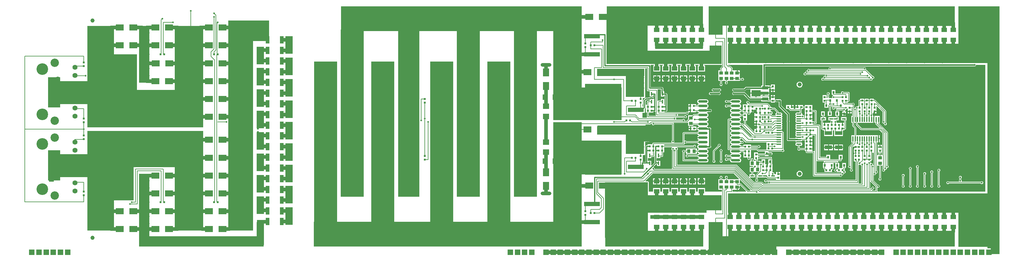
<source format=gtl>
G04*
G04 #@! TF.GenerationSoftware,Altium Limited,Altium Designer,18.1.7 (191)*
G04*
G04 Layer_Physical_Order=1*
G04 Layer_Color=255*
%FSLAX44Y44*%
%MOMM*%
G71*
G01*
G75*
%ADD13C,0.2000*%
%ADD16R,0.6000X0.6000*%
%ADD17R,1.5000X1.2000*%
%ADD18R,0.6000X0.6000*%
%ADD19R,0.9800X0.9300*%
%ADD20R,0.3000X1.4500*%
%ADD21R,2.6000X1.7000*%
%ADD22R,1.7000X0.9000*%
%ADD23R,2.5000X0.9000*%
%ADD24R,10.1600X9.5000*%
%ADD25R,4.5000X1.2500*%
%ADD26R,2.2000X1.8000*%
%ADD27R,1.8000X2.2000*%
%ADD28R,1.2000X1.5000*%
%ADD29R,0.2000X0.6000*%
%ADD30R,0.9300X0.9800*%
%ADD31R,1.1000X2.0000*%
%ADD32R,0.5500X0.8000*%
%ADD33R,1.0000X0.4500*%
%ADD34R,0.4500X1.0000*%
%ADD35R,2.0000X1.1000*%
%ADD36R,2.9000X5.4000*%
%ADD37R,3.4000X1.8000*%
%ADD38R,1.8000X1.6000*%
%ADD39O,1.4000X0.3500*%
%ADD40O,2.6000X0.6604*%
%ADD41O,2.6000X0.7000*%
%ADD74C,0.5000*%
%ADD75C,0.4000*%
%ADD76C,0.3000*%
%ADD77C,1.0000*%
%ADD78C,1.5000*%
%ADD79R,11.5000X13.5000*%
%ADD80R,10.5000X10.0000*%
%ADD81R,1.0000X2.0000*%
%ADD82R,1.0000X1.9000*%
%ADD83R,19.0000X5.0000*%
%ADD84R,15.0000X1.0000*%
%ADD85R,27.0000X1.0000*%
%ADD86R,1.0000X1.0000*%
%ADD87R,2.5000X1.0000*%
%ADD88R,2.0000X2.0000*%
%ADD89R,3.5000X57.5000*%
%ADD90R,38.5000X2.5000*%
%ADD91R,6.0000X5.8000*%
%ADD92R,7.5000X2.5000*%
%ADD93R,69.0000X5.5000*%
%ADD94R,4.0000X5.0000*%
%ADD95R,2.0000X1.0000*%
%ADD96R,7.0000X59.0000*%
%ADD97R,2.0000X1.0000*%
%ADD98R,15.0000X1.3000*%
%ADD99R,13.5000X1.5000*%
%ADD100R,3.0000X2.0000*%
%ADD101R,0.4000X0.6000*%
%ADD102R,65.0000X1.0000*%
%ADD103R,14.0000X20.5000*%
%ADD104R,2.0000X6.5000*%
%ADD105R,35.0000X3.0000*%
%ADD106R,3.0000X1.0000*%
%ADD107R,1.5000X1.0000*%
%ADD108R,2.0000X5.0000*%
%ADD109R,2.0000X5.0000*%
%ADD110R,2.0000X5.0000*%
%ADD111R,2.0000X5.0000*%
%ADD112R,2.0000X5.0000*%
%ADD113R,2.0000X5.0000*%
%ADD114R,76.0000X5.5000*%
%ADD115R,76.0000X5.5000*%
%ADD116R,58.5000X4.5000*%
%ADD117R,9.0000X4.5000*%
%ADD118R,3.5000X4.5000*%
%ADD119R,1.0000X2.5000*%
%ADD120R,13.3000X1.9000*%
%ADD121R,27.5000X4.5000*%
%ADD122R,7.5000X28.0000*%
%ADD123R,7.5000X18.7000*%
%ADD124R,27.0000X5.5000*%
%ADD125R,6.2000X4.3000*%
%ADD126R,30.2000X3.7000*%
%ADD127R,6.5000X47.0000*%
%ADD128R,6.5000X45.5000*%
%ADD129R,1.0000X3.0000*%
%ADD130R,1.0000X3.0000*%
%ADD131R,1.0000X7.0000*%
%ADD132R,6.0000X47.5000*%
%ADD133R,6.5000X47.0000*%
%ADD134R,3.5000X8.5000*%
%ADD135R,11.5000X6.5000*%
%ADD136R,8.0000X19.5000*%
%ADD137R,22.5000X10.2000*%
%ADD138R,3.0000X16.0000*%
%ADD139R,3.0000X17.0000*%
%ADD140R,5.0000X12.0000*%
%ADD141R,27.5000X10.5000*%
%ADD142R,14.9000X1.0000*%
%ADD143R,13.2000X2.0000*%
%ADD144R,5.2000X7.0000*%
%ADD145R,12.7000X2.0000*%
%ADD146R,5.2000X7.5000*%
%ADD147R,12.0000X15.6000*%
%ADD148R,8.0000X30.0000*%
%ADD149R,11.0000X6.5000*%
%ADD150R,8.0000X28.0000*%
%ADD151R,8.0000X28.0000*%
%ADD152R,14.0000X1.1000*%
%ADD153R,26.0000X5.0000*%
%ADD154R,8.0000X27.5000*%
%ADD155R,19.2000X9.2000*%
%ADD156R,11.6000X13.7000*%
%ADD157R,16.7000X9.5000*%
%ADD158R,75.0000X7.0000*%
%ADD159R,67.5000X7.0000*%
%ADD160C,1.1520*%
%ADD161R,1.5000X1.5000*%
%ADD162C,1.3980*%
%ADD163C,2.3550*%
%ADD164C,3.2500*%
%ADD165R,1.3980X1.3980*%
%ADD166C,1.0000*%
%ADD167C,0.4800*%
G36*
X2440000Y1575000D02*
X2375000D01*
Y1610000D01*
X2440000D01*
Y1575000D01*
D02*
G37*
G36*
X1951941Y1371540D02*
X1951210D01*
Y1356460D01*
X1960790D01*
Y1359941D01*
X1962941D01*
Y1331059D01*
X1961620D01*
Y1333540D01*
X1961620D01*
X1960790Y1334466D01*
Y1349540D01*
X1951210D01*
Y1345549D01*
X1946000D01*
X1945025Y1345355D01*
X1944198Y1344802D01*
X1943819Y1344236D01*
X1942549Y1344478D01*
Y1374000D01*
X1942355Y1374975D01*
X1941890Y1375671D01*
X1942041Y1376269D01*
X1942384Y1376941D01*
X1951941D01*
Y1371540D01*
D02*
G37*
G36*
X1912451Y1374000D02*
X1912645Y1373025D01*
X1913198Y1372198D01*
X1914025Y1371645D01*
X1915000Y1371451D01*
X1920210D01*
Y1356460D01*
X1929790D01*
Y1359941D01*
X1931941D01*
Y1355066D01*
X1909723Y1353046D01*
X1909281Y1352916D01*
X1908829Y1352826D01*
X1908713Y1352748D01*
X1908578Y1352708D01*
X1908220Y1352419D01*
X1907837Y1352163D01*
X1902837Y1347163D01*
X1902174Y1346171D01*
X1901941Y1345000D01*
X1901941Y1345000D01*
Y1328390D01*
X1900000D01*
Y1334380D01*
X1900540D01*
Y1344540D01*
Y1352410D01*
X1905000D01*
X1905991Y1352607D01*
X1906831Y1353169D01*
X1907393Y1354009D01*
X1907590Y1355000D01*
Y1425000D01*
Y1434000D01*
X1907554Y1434181D01*
X1908496Y1435451D01*
X1912451D01*
Y1374000D01*
D02*
G37*
G36*
X2275451Y1312944D02*
Y1311366D01*
X2275076Y1311291D01*
X2273657Y1310343D01*
X2272709Y1308924D01*
X2272376Y1307250D01*
X2272709Y1305576D01*
X2273215Y1304819D01*
X2272536Y1303549D01*
X2264056D01*
X2261565Y1306040D01*
X2261553Y1306393D01*
X2261853Y1307548D01*
X2262812Y1308188D01*
X2263674Y1309478D01*
X2263976Y1311000D01*
X2263674Y1312522D01*
X2262812Y1313812D01*
X2261522Y1314674D01*
X2260000Y1314976D01*
X2259602Y1314897D01*
X2258970Y1315415D01*
X2258620Y1316540D01*
Y1317460D01*
X2258970Y1318585D01*
X2259602Y1319103D01*
X2260000Y1319024D01*
X2261522Y1319326D01*
X2262812Y1320188D01*
X2262987Y1320451D01*
X2267944D01*
X2275451Y1312944D01*
D02*
G37*
G36*
X2209270Y1312380D02*
X2213380D01*
Y1312270D01*
X2218920D01*
Y1309730D01*
X2213380D01*
Y1305460D01*
X2213380D01*
X2213300Y1304540D01*
X2213300D01*
Y1300270D01*
X2218840D01*
Y1297730D01*
X2213300D01*
Y1293777D01*
X2213300Y1293460D01*
X2213300D01*
X2213380Y1292540D01*
X2213380D01*
Y1288270D01*
X2218920D01*
Y1287000D01*
X2220190D01*
Y1281460D01*
X2221542D01*
X2222260Y1280190D01*
X2222024Y1279000D01*
X2222260Y1277810D01*
X2221542Y1276540D01*
X2220190D01*
Y1271000D01*
X2218920D01*
Y1269730D01*
X2213380D01*
Y1265460D01*
X2213380D01*
X2213380Y1264540D01*
X2213380D01*
Y1258884D01*
X2212207Y1258398D01*
X2189549Y1281056D01*
Y1288380D01*
X2192540D01*
Y1298540D01*
Y1309620D01*
X2181460D01*
Y1306549D01*
X2176237D01*
X2176201Y1306729D01*
X2174910Y1308662D01*
X2172977Y1309953D01*
X2171974Y1310152D01*
Y1311447D01*
X2172977Y1311647D01*
X2174910Y1312938D01*
X2175921Y1314451D01*
X2181380D01*
Y1311460D01*
X2193313D01*
X2194119Y1310478D01*
X2194024Y1310000D01*
X2194326Y1308478D01*
X2195188Y1307188D01*
X2196478Y1306326D01*
X2198000Y1306024D01*
X2199522Y1306326D01*
X2200812Y1307188D01*
X2201674Y1308478D01*
X2201976Y1310000D01*
X2201868Y1310544D01*
X2202620Y1311460D01*
X2202620D01*
X2203465Y1312380D01*
X2206730D01*
Y1317920D01*
X2209270D01*
Y1312380D01*
D02*
G37*
G36*
X1937451Y1313502D02*
Y1305000D01*
X1937645Y1304025D01*
X1937782Y1303819D01*
X1937104Y1302549D01*
X1917549D01*
Y1311460D01*
X1930620D01*
Y1313941D01*
X1935000D01*
X1936171Y1314174D01*
X1936181Y1314181D01*
X1937451Y1313502D01*
D02*
G37*
G36*
X1920210Y1346915D02*
Y1344549D01*
X1915000D01*
X1914025Y1344355D01*
X1913198Y1343802D01*
X1912645Y1342975D01*
X1912451Y1342000D01*
Y1341000D01*
X1912551Y1340500D01*
X1912451Y1340000D01*
Y1333540D01*
X1909380D01*
Y1322460D01*
Y1311460D01*
X1912451D01*
Y1300000D01*
X1912645Y1299025D01*
X1912782Y1298819D01*
X1912104Y1297549D01*
X1900000D01*
Y1310810D01*
X1906480D01*
Y1322154D01*
X1907163Y1322837D01*
X1907826Y1323829D01*
X1908059Y1325000D01*
Y1343733D01*
X1911380Y1347054D01*
X1919272Y1347771D01*
X1920210Y1346915D01*
D02*
G37*
G36*
X2354380Y1321540D02*
X2354380D01*
Y1310460D01*
Y1297549D01*
X2352912D01*
X2352233Y1298819D01*
X2352674Y1299478D01*
X2352976Y1301000D01*
X2352674Y1302522D01*
X2351812Y1303812D01*
X2350522Y1304674D01*
X2349000Y1304976D01*
X2348329Y1304843D01*
X2348009Y1305069D01*
X2347365Y1305946D01*
X2347624Y1307250D01*
X2347291Y1308924D01*
X2346343Y1310343D01*
X2345549Y1310874D01*
Y1319000D01*
X2345549Y1319000D01*
X2345549Y1319000D01*
Y1321458D01*
X2349620D01*
Y1324451D01*
X2354380D01*
Y1321540D01*
D02*
G37*
G36*
X2382451Y1285549D02*
X2380987D01*
X2380812Y1285812D01*
X2379522Y1286674D01*
X2378000Y1286976D01*
X2376890Y1286756D01*
X2375620Y1287511D01*
Y1288540D01*
X2375620D01*
Y1292730D01*
X2370080D01*
Y1295270D01*
X2375620D01*
Y1299460D01*
Y1303730D01*
X2370080D01*
Y1306270D01*
X2375620D01*
Y1313451D01*
X2382451D01*
Y1285549D01*
D02*
G37*
G36*
X2181460Y1288380D02*
X2184451D01*
Y1280000D01*
X2184645Y1279025D01*
X2185198Y1278198D01*
X2184296Y1277309D01*
X2180802Y1280802D01*
X2179975Y1281355D01*
X2179000Y1281549D01*
X2176054D01*
X2174910Y1283262D01*
X2172977Y1284553D01*
X2171974Y1284753D01*
Y1286047D01*
X2172977Y1286247D01*
X2174910Y1287538D01*
X2176201Y1289471D01*
X2176654Y1291750D01*
X2176201Y1294029D01*
X2174910Y1295962D01*
X2172977Y1297253D01*
X2171974Y1297453D01*
Y1298747D01*
X2172977Y1298947D01*
X2174910Y1300238D01*
X2175720Y1301451D01*
X2181460D01*
Y1288380D01*
D02*
G37*
G36*
X1932410Y1445000D02*
Y1443542D01*
X1929994D01*
Y1426462D01*
X1950074D01*
Y1443542D01*
X1947590D01*
Y1445000D01*
X1957410D01*
Y1443494D01*
X1954960D01*
Y1426414D01*
X1975040D01*
Y1443494D01*
X1972590D01*
Y1445000D01*
X1982410D01*
Y1443494D01*
X1979960D01*
Y1426414D01*
X2000040D01*
Y1443494D01*
X1997590D01*
Y1445000D01*
X2007410D01*
Y1443494D01*
X2004960D01*
Y1426414D01*
X2025040D01*
Y1443494D01*
X2022590D01*
Y1445000D01*
X2032410D01*
Y1443494D01*
X2029960D01*
Y1426414D01*
X2050040D01*
Y1443494D01*
X2047590D01*
Y1445000D01*
X2057410D01*
Y1443494D01*
X2054960D01*
Y1426414D01*
X2075040D01*
Y1443494D01*
X2072590D01*
Y1445000D01*
X2122451D01*
Y1441056D01*
X2118198Y1436802D01*
X2117645Y1435975D01*
X2117451Y1435000D01*
Y1429890D01*
X2112560D01*
Y1415760D01*
X2112560Y1415510D01*
Y1414490D01*
X2112560Y1414240D01*
Y1400110D01*
X2117451D01*
Y1392987D01*
X2117188Y1392812D01*
X2116326Y1391522D01*
X2116024Y1390000D01*
X2116326Y1388478D01*
X2117188Y1387188D01*
X2118478Y1386326D01*
X2120000Y1386024D01*
X2121522Y1386326D01*
X2122812Y1387188D01*
X2123674Y1388478D01*
X2123976Y1390000D01*
X2123674Y1391522D01*
X2122812Y1392812D01*
X2122549Y1392987D01*
Y1399212D01*
X2123447Y1400110D01*
X2127440Y1400110D01*
X2128710Y1400110D01*
X2132451D01*
Y1397987D01*
X2132188Y1397812D01*
X2131326Y1396522D01*
X2131024Y1395000D01*
X2131326Y1393478D01*
X2132188Y1392188D01*
X2133478Y1391326D01*
X2135000Y1391024D01*
X2136522Y1391326D01*
X2137812Y1392188D01*
X2138674Y1393478D01*
X2138976Y1395000D01*
X2138674Y1396522D01*
X2137812Y1397812D01*
X2137549Y1397987D01*
Y1399212D01*
X2138447Y1400110D01*
X2142440Y1400110D01*
X2143710Y1400110D01*
X2157440D01*
Y1400110D01*
X2157560Y1400110D01*
Y1400110D01*
X2172440D01*
Y1402451D01*
X2177013D01*
X2177188Y1402188D01*
X2178478Y1401326D01*
X2180000Y1401024D01*
X2181522Y1401326D01*
X2182812Y1402188D01*
X2183674Y1403478D01*
X2183976Y1405000D01*
X2183674Y1406522D01*
X2182812Y1407812D01*
X2181522Y1408674D01*
X2180000Y1408976D01*
X2178478Y1408674D01*
X2177188Y1407812D01*
X2177013Y1407549D01*
X2172440D01*
Y1414240D01*
X2172440Y1414490D01*
Y1415510D01*
X2172440Y1415760D01*
Y1421430D01*
X2165000D01*
Y1422700D01*
X2163730D01*
Y1429890D01*
X2158710D01*
X2157440Y1429890D01*
X2156290Y1429890D01*
X2152549D01*
Y1435000D01*
X2152355Y1435975D01*
X2151802Y1436802D01*
X2146802Y1441802D01*
X2145975Y1442355D01*
X2145000Y1442549D01*
X2141056D01*
X2139778Y1443827D01*
X2140264Y1445000D01*
X2236431D01*
X2236431Y1445000D01*
Y1388040D01*
X2232960D01*
Y1383569D01*
X2190000D01*
X2188634Y1383297D01*
X2187477Y1382523D01*
X2183522Y1378569D01*
X2156679D01*
X2156522Y1378674D01*
X2155000Y1378976D01*
X2153478Y1378674D01*
X2152188Y1377812D01*
X2151326Y1376522D01*
X2151024Y1375000D01*
X2151326Y1373478D01*
X2152188Y1372188D01*
X2153478Y1371326D01*
X2155000Y1371024D01*
X2156522Y1371326D01*
X2156679Y1371431D01*
X2185000D01*
X2186366Y1371703D01*
X2187523Y1372477D01*
X2191478Y1376431D01*
X2202460D01*
Y1367270D01*
X2218000D01*
Y1366000D01*
X2219270D01*
Y1354960D01*
X2232960D01*
Y1353569D01*
X2201478D01*
X2187523Y1367523D01*
X2186366Y1368297D01*
X2185000Y1368569D01*
X2156679D01*
X2156522Y1368674D01*
X2155000Y1368976D01*
X2153478Y1368674D01*
X2152188Y1367812D01*
X2151326Y1366522D01*
X2151024Y1365000D01*
X2151326Y1363478D01*
X2152188Y1362188D01*
X2153478Y1361326D01*
X2155000Y1361024D01*
X2156522Y1361326D01*
X2156679Y1361431D01*
X2183522D01*
X2197477Y1347477D01*
X2198634Y1346703D01*
X2200000Y1346431D01*
X2232960D01*
Y1342960D01*
X2250553D01*
X2251024Y1342645D01*
X2252000Y1342451D01*
X2259460D01*
Y1339380D01*
X2270540D01*
Y1342451D01*
X2272013D01*
X2272188Y1342188D01*
X2273478Y1341326D01*
X2275000Y1341024D01*
X2276522Y1341326D01*
X2276679Y1341431D01*
X2281431D01*
Y1330000D01*
X2281703Y1328634D01*
X2282477Y1327477D01*
X2304431Y1305522D01*
Y1288679D01*
X2304326Y1288522D01*
X2304023Y1287000D01*
X2304326Y1285478D01*
X2304431Y1285321D01*
Y1237679D01*
X2304326Y1237522D01*
X2304023Y1236000D01*
X2304326Y1234478D01*
X2305188Y1233188D01*
X2306478Y1232326D01*
X2308000Y1232024D01*
X2309522Y1232326D01*
X2309676Y1232429D01*
X2328188D01*
X2328866Y1231159D01*
X2328709Y1230924D01*
X2328629Y1230520D01*
X2338000D01*
X2347371D01*
X2347291Y1230924D01*
X2346343Y1232343D01*
Y1232657D01*
X2347059Y1233729D01*
X2354380D01*
Y1224460D01*
Y1211549D01*
X2340987D01*
X2340812Y1211812D01*
X2340549Y1211987D01*
Y1218376D01*
X2343250D01*
X2344924Y1218709D01*
X2346343Y1219657D01*
X2347291Y1221076D01*
X2347624Y1222750D01*
X2347291Y1224424D01*
X2346343Y1225843D01*
Y1226157D01*
X2347291Y1227576D01*
X2347372Y1227980D01*
X2338000D01*
X2328629D01*
X2328709Y1227576D01*
X2329657Y1226157D01*
Y1225843D01*
X2328709Y1224424D01*
X2328376Y1222750D01*
X2328709Y1221076D01*
X2329657Y1219657D01*
X2331076Y1218709D01*
X2332750Y1218376D01*
X2335451D01*
Y1211987D01*
X2335188Y1211812D01*
X2334326Y1210522D01*
X2334023Y1209000D01*
X2334326Y1207478D01*
X2335188Y1206188D01*
X2336478Y1205326D01*
X2338000Y1205024D01*
X2339522Y1205326D01*
X2340812Y1206188D01*
X2340987Y1206451D01*
X2354380D01*
Y1204460D01*
X2357371D01*
Y1201000D01*
X2357565Y1200025D01*
X2358118Y1199198D01*
X2358945Y1198645D01*
X2359920Y1198451D01*
X2377451D01*
Y1135000D01*
X2377645Y1134025D01*
X2378198Y1133198D01*
X2379025Y1132645D01*
X2380000Y1132451D01*
X2452013D01*
X2452188Y1132188D01*
X2453478Y1131326D01*
X2455000Y1131024D01*
X2456522Y1131326D01*
X2457812Y1132188D01*
X2458674Y1133478D01*
X2458963Y1134935D01*
X2459084Y1135295D01*
X2459705Y1135917D01*
X2460065Y1136037D01*
X2461522Y1136326D01*
X2462812Y1137188D01*
X2463674Y1138478D01*
X2463963Y1139935D01*
X2464084Y1140295D01*
X2464705Y1140917D01*
X2465065Y1141037D01*
X2466522Y1141326D01*
X2467812Y1142188D01*
X2468674Y1143478D01*
X2468976Y1145000D01*
X2468674Y1146522D01*
X2467812Y1147812D01*
X2466522Y1148674D01*
X2465620Y1148853D01*
Y1151935D01*
X2466802Y1153118D01*
X2467355Y1153945D01*
X2467549Y1154920D01*
Y1156960D01*
X2469790D01*
Y1170040D01*
X2459210D01*
Y1156960D01*
X2460345D01*
X2460990Y1155690D01*
X2460880Y1155540D01*
X2449225D01*
X2449124Y1155690D01*
X2449801Y1156960D01*
X2450790D01*
Y1170040D01*
X2447549D01*
Y1173000D01*
X2447355Y1173976D01*
X2447218Y1174181D01*
X2447896Y1175451D01*
X2455000D01*
X2455975Y1175645D01*
X2456802Y1176198D01*
X2457355Y1177025D01*
X2457549Y1178000D01*
Y1179960D01*
X2460290D01*
Y1193040D01*
X2449710D01*
Y1180549D01*
X2425290D01*
Y1193040D01*
X2414710D01*
Y1187549D01*
X2397549D01*
Y1275000D01*
X2397355Y1275975D01*
X2396802Y1276802D01*
X2395975Y1277355D01*
X2395000Y1277549D01*
X2376524D01*
X2376346Y1278196D01*
X2377403Y1279142D01*
X2378000Y1279024D01*
X2379522Y1279326D01*
X2380812Y1280188D01*
X2380987Y1280451D01*
X2385000D01*
X2385975Y1280645D01*
X2386802Y1281198D01*
X2386802D01*
X2387355Y1282025D01*
X2387549Y1283000D01*
Y1316000D01*
X2387355Y1316975D01*
X2386802Y1317802D01*
X2385975Y1318355D01*
X2385000Y1318549D01*
X2375620D01*
Y1321460D01*
X2375620D01*
Y1332540D01*
X2354380D01*
Y1329549D01*
X2349620D01*
Y1332538D01*
X2335190D01*
Y1326998D01*
X2333920D01*
Y1325728D01*
X2328380D01*
Y1321549D01*
X2323620D01*
Y1325730D01*
X2318080D01*
Y1327000D01*
X2316810D01*
Y1332540D01*
X2302380D01*
Y1321460D01*
X2308935D01*
X2313198Y1317198D01*
X2314025Y1316645D01*
X2315000Y1316451D01*
X2340451D01*
Y1311624D01*
X2332750D01*
X2331076Y1311291D01*
X2329657Y1310343D01*
X2328709Y1308924D01*
X2328376Y1307250D01*
X2328709Y1305576D01*
X2329657Y1304157D01*
Y1303843D01*
X2328709Y1302424D01*
X2328376Y1300750D01*
X2328709Y1299076D01*
X2329657Y1297657D01*
Y1297343D01*
X2328709Y1295924D01*
X2328376Y1294250D01*
X2328709Y1292576D01*
X2329657Y1291157D01*
Y1290843D01*
X2328709Y1289424D01*
X2328376Y1287750D01*
X2328709Y1286076D01*
X2329657Y1284657D01*
Y1284343D01*
X2328709Y1282924D01*
X2328629Y1282520D01*
X2338000D01*
Y1279980D01*
X2328629D01*
X2328709Y1279576D01*
X2329657Y1278157D01*
Y1277843D01*
X2328709Y1276424D01*
X2328376Y1274750D01*
X2328709Y1273076D01*
X2329657Y1271657D01*
Y1271343D01*
X2328709Y1269924D01*
X2328376Y1268250D01*
X2328709Y1266576D01*
X2329657Y1265157D01*
Y1264843D01*
X2328709Y1263424D01*
X2328629Y1263020D01*
X2338000D01*
Y1260480D01*
X2328629D01*
X2328709Y1260076D01*
X2329657Y1258657D01*
Y1258343D01*
X2328709Y1256924D01*
X2328376Y1255250D01*
X2328709Y1253576D01*
X2329657Y1252157D01*
Y1251843D01*
X2328709Y1250424D01*
X2328376Y1248750D01*
X2328709Y1247076D01*
X2329657Y1245657D01*
Y1245343D01*
X2328709Y1243924D01*
X2328629Y1243520D01*
X2338000D01*
Y1240980D01*
X2328629D01*
X2328657Y1240837D01*
X2327972Y1239567D01*
X2311568D01*
Y1285321D01*
X2311674Y1285478D01*
X2311976Y1287000D01*
X2311674Y1288522D01*
X2311568Y1288679D01*
Y1307000D01*
X2311297Y1308366D01*
X2310523Y1309523D01*
X2288569Y1331478D01*
Y1343321D01*
X2288674Y1343478D01*
X2288976Y1345000D01*
X2288674Y1346522D01*
X2287812Y1347812D01*
X2286522Y1348674D01*
X2285000Y1348976D01*
X2283478Y1348674D01*
X2283321Y1348569D01*
X2276679D01*
X2276522Y1348674D01*
X2275000Y1348976D01*
X2273478Y1348674D01*
X2272188Y1347812D01*
X2272013Y1347549D01*
X2270540D01*
Y1353810D01*
X2259460D01*
Y1347549D01*
X2255040D01*
Y1357040D01*
X2233540D01*
Y1358960D01*
X2238730D01*
Y1366000D01*
X2240000D01*
Y1367270D01*
X2255040D01*
Y1373040D01*
X2255040D01*
X2255040Y1373960D01*
X2255040D01*
Y1378236D01*
X2256000Y1379024D01*
X2257522Y1379326D01*
X2258190Y1379773D01*
X2258554Y1379706D01*
X2259460Y1379094D01*
Y1376190D01*
X2265000D01*
X2270540D01*
Y1379540D01*
Y1390620D01*
X2259460D01*
Y1386906D01*
X2258190Y1386227D01*
X2257522Y1386674D01*
X2256000Y1386976D01*
X2255040Y1387764D01*
Y1388040D01*
X2243569D01*
Y1441431D01*
X2828321D01*
X2828478Y1441326D01*
X2830000Y1441024D01*
X2831522Y1441326D01*
X2832812Y1442188D01*
X2833674Y1443478D01*
X2833976Y1445000D01*
X2835246Y1445000D01*
X2860000D01*
X2860000Y1090000D01*
X2557549Y1090000D01*
X2557549Y1090000D01*
Y1100536D01*
X2558819Y1101259D01*
X2560000Y1101024D01*
X2561522Y1101326D01*
X2562812Y1102188D01*
X2563674Y1103478D01*
X2563976Y1105000D01*
X2563674Y1106522D01*
X2562812Y1107812D01*
X2561522Y1108674D01*
X2560000Y1108976D01*
X2559690Y1108915D01*
X2547549Y1121056D01*
Y1135536D01*
X2548819Y1136259D01*
X2550000Y1136024D01*
X2551522Y1136326D01*
X2552812Y1137188D01*
X2553674Y1138478D01*
X2553963Y1139935D01*
X2554084Y1140295D01*
X2554705Y1140917D01*
X2555065Y1141037D01*
X2556522Y1141326D01*
X2557812Y1142188D01*
X2558674Y1143478D01*
X2558976Y1145000D01*
X2558674Y1146522D01*
X2557812Y1147812D01*
X2556749Y1148522D01*
Y1161476D01*
X2557560Y1162410D01*
X2558019Y1162410D01*
X2562451D01*
X2562451Y1127987D01*
X2562188Y1127812D01*
X2561326Y1126522D01*
X2561024Y1125000D01*
X2561326Y1123478D01*
X2562188Y1122188D01*
X2563478Y1121326D01*
X2565000Y1121024D01*
X2566522Y1121326D01*
X2567812Y1122188D01*
X2568674Y1123478D01*
X2568976Y1125000D01*
X2568674Y1126522D01*
X2567812Y1127812D01*
X2567549Y1127987D01*
X2567549Y1162410D01*
X2572440Y1162410D01*
X2572451Y1161145D01*
Y1152987D01*
X2572188Y1152812D01*
X2571326Y1151522D01*
X2571024Y1150000D01*
X2571326Y1148478D01*
X2572188Y1147188D01*
X2573478Y1146326D01*
X2575000Y1146024D01*
X2576522Y1146326D01*
X2577812Y1147188D01*
X2578674Y1148478D01*
X2578963Y1149935D01*
X2579084Y1150295D01*
X2579705Y1150917D01*
X2580065Y1151037D01*
X2581522Y1151326D01*
X2582812Y1152188D01*
X2583674Y1153478D01*
X2583964Y1154935D01*
X2584084Y1155295D01*
X2584705Y1155917D01*
X2585065Y1156037D01*
X2586522Y1156326D01*
X2587812Y1157188D01*
X2588674Y1158478D01*
X2588976Y1160000D01*
X2588674Y1161522D01*
X2587812Y1162812D01*
X2587549Y1162987D01*
Y1255000D01*
X2587355Y1255975D01*
X2586802Y1256802D01*
X2563299Y1280306D01*
Y1282710D01*
X2564790D01*
Y1302290D01*
X2549020D01*
Y1292500D01*
Y1282710D01*
X2552451D01*
Y1280000D01*
X2552645Y1279025D01*
X2553198Y1278198D01*
X2562673Y1268722D01*
X2562187Y1267549D01*
X2514056D01*
X2502549Y1279056D01*
Y1282710D01*
X2546480D01*
Y1292500D01*
Y1302290D01*
X2545931D01*
X2544889Y1303560D01*
X2544976Y1304000D01*
X2544674Y1305522D01*
X2543812Y1306812D01*
X2543799Y1306820D01*
Y1308384D01*
X2544460Y1309380D01*
X2548730D01*
Y1314920D01*
X2550000D01*
Y1316190D01*
X2555540D01*
Y1319540D01*
Y1329059D01*
X2556810Y1329585D01*
X2572451Y1313944D01*
Y1287987D01*
X2572188Y1287812D01*
X2571326Y1286522D01*
X2571024Y1285000D01*
X2571326Y1283478D01*
X2572188Y1282188D01*
X2573478Y1281326D01*
X2574935Y1281037D01*
X2575295Y1280916D01*
X2575916Y1280295D01*
X2576037Y1279935D01*
X2576326Y1278478D01*
X2577188Y1277188D01*
X2578478Y1276326D01*
X2580000Y1276024D01*
X2581522Y1276326D01*
X2582812Y1277188D01*
X2583674Y1278478D01*
X2583976Y1280000D01*
X2583674Y1281522D01*
X2582812Y1282812D01*
X2582549Y1282987D01*
Y1315000D01*
X2582355Y1315975D01*
X2581802Y1316802D01*
X2551722Y1346882D01*
X2550896Y1347435D01*
X2549920Y1347629D01*
X2547540D01*
Y1350620D01*
X2536460D01*
Y1347629D01*
X2533540D01*
Y1350620D01*
X2522460D01*
Y1347549D01*
X2520540D01*
Y1350620D01*
X2509460D01*
Y1347549D01*
X2508000D01*
X2507025Y1347355D01*
X2506198Y1346802D01*
X2505645Y1345975D01*
X2505451Y1345000D01*
Y1330620D01*
X2502460D01*
Y1329458D01*
X2501190Y1328740D01*
X2500000Y1328976D01*
X2498478Y1328674D01*
X2497188Y1327812D01*
X2496326Y1326522D01*
X2496037Y1325065D01*
X2495916Y1324705D01*
X2495295Y1324084D01*
X2494935Y1323963D01*
X2493819Y1323741D01*
X2492549Y1324464D01*
Y1332013D01*
X2492812Y1332188D01*
X2493674Y1333478D01*
X2493976Y1335000D01*
X2493674Y1336522D01*
X2492812Y1337812D01*
X2491522Y1338674D01*
X2490000Y1338976D01*
X2488478Y1338674D01*
X2487188Y1337812D01*
X2487013Y1337549D01*
X2466400D01*
X2465963Y1338110D01*
X2466583Y1339380D01*
X2475540D01*
Y1342451D01*
X2477000D01*
X2477975Y1342645D01*
X2478802Y1343198D01*
X2479355Y1344025D01*
X2479549Y1345000D01*
Y1367000D01*
X2479355Y1367975D01*
X2478802Y1368802D01*
X2477975Y1369355D01*
X2477000Y1369549D01*
X2462987D01*
X2462812Y1369812D01*
X2461522Y1370674D01*
X2460000Y1370977D01*
X2458478Y1370674D01*
X2457188Y1369812D01*
X2456326Y1368522D01*
X2456024Y1367000D01*
X2456259Y1365819D01*
X2455536Y1364549D01*
X2440290D01*
Y1375040D01*
X2429710D01*
Y1361960D01*
X2432459D01*
X2432645Y1361025D01*
X2433198Y1360198D01*
X2433526Y1359978D01*
X2433501Y1359281D01*
X2433344Y1358584D01*
X2432188Y1357812D01*
X2431326Y1356522D01*
X2431024Y1355000D01*
X2431326Y1353478D01*
X2431687Y1352939D01*
X2430760Y1352040D01*
X2422356D01*
X2422007Y1352770D01*
X2421877Y1353310D01*
X2422355Y1354025D01*
X2422549Y1355000D01*
Y1362013D01*
X2422812Y1362188D01*
X2423674Y1363478D01*
X2423976Y1365000D01*
X2423674Y1366522D01*
X2422812Y1367812D01*
X2421522Y1368674D01*
X2420000Y1368976D01*
X2418478Y1368674D01*
X2417188Y1367812D01*
X2416326Y1366522D01*
X2416024Y1365000D01*
X2416326Y1363478D01*
X2417188Y1362188D01*
X2417451Y1362013D01*
Y1357549D01*
X2415540D01*
Y1360620D01*
X2404460D01*
Y1349540D01*
Y1339380D01*
X2412451D01*
Y1338040D01*
X2409710D01*
Y1324960D01*
X2420290D01*
Y1332743D01*
X2421560Y1333129D01*
X2422188Y1332188D01*
X2423064Y1331603D01*
X2422645Y1330975D01*
X2422451Y1330000D01*
Y1315040D01*
X2419210D01*
Y1301960D01*
X2429790D01*
Y1315040D01*
X2427549D01*
Y1327451D01*
X2431088D01*
X2431767Y1326181D01*
X2431326Y1325522D01*
X2431024Y1324000D01*
X2431326Y1322478D01*
X2432188Y1321188D01*
X2433478Y1320326D01*
X2435000Y1320024D01*
X2436522Y1320326D01*
X2437812Y1321188D01*
X2438655Y1322451D01*
X2443050D01*
X2443576Y1321181D01*
X2443198Y1320802D01*
X2442645Y1319975D01*
X2442451Y1319000D01*
Y1315040D01*
X2440210D01*
Y1301960D01*
X2442951D01*
Y1298790D01*
X2420460D01*
Y1289210D01*
X2426995D01*
X2427380Y1287940D01*
X2427188Y1287812D01*
X2426326Y1286522D01*
X2426024Y1285000D01*
X2426260Y1283810D01*
X2425542Y1282540D01*
X2415540D01*
Y1282620D01*
X2411270D01*
Y1277080D01*
X2408730D01*
Y1282620D01*
X2405549D01*
Y1289210D01*
X2413540D01*
Y1298790D01*
X2408549D01*
Y1301960D01*
X2410790D01*
Y1315040D01*
X2400210D01*
Y1301960D01*
X2403451D01*
Y1298790D01*
X2398460D01*
Y1289210D01*
X2400451D01*
Y1266920D01*
X2400645Y1265945D01*
X2401198Y1265118D01*
X2402025Y1264565D01*
X2403000Y1264371D01*
X2404460D01*
Y1261380D01*
X2408460D01*
Y1245960D01*
X2433540D01*
Y1260538D01*
X2434380Y1261460D01*
X2436460D01*
Y1245960D01*
X2461540D01*
Y1261380D01*
X2465540D01*
Y1264371D01*
X2467000D01*
X2467975Y1264565D01*
X2468802Y1265118D01*
X2469355Y1265945D01*
X2469549Y1266920D01*
Y1289210D01*
X2471540D01*
Y1298790D01*
X2456460D01*
Y1289210D01*
X2464451D01*
Y1282620D01*
X2461270D01*
Y1277080D01*
X2458730D01*
Y1282620D01*
X2454460D01*
Y1282540D01*
X2444458D01*
X2443740Y1283810D01*
X2443976Y1285000D01*
X2443674Y1286522D01*
X2442812Y1287812D01*
X2442620Y1287940D01*
X2443005Y1289210D01*
X2449540D01*
Y1298790D01*
X2448049D01*
Y1301960D01*
X2450790D01*
Y1315040D01*
X2447549D01*
Y1317451D01*
X2462013D01*
X2462188Y1317188D01*
X2463478Y1316326D01*
X2463560Y1316310D01*
X2463435Y1315040D01*
X2459210D01*
Y1309770D01*
X2469790D01*
Y1315040D01*
X2466565D01*
X2466440Y1316310D01*
X2466522Y1316326D01*
X2467812Y1317188D01*
X2468674Y1318478D01*
X2468963Y1319935D01*
X2469084Y1320295D01*
X2469705Y1320916D01*
X2470065Y1321037D01*
X2471522Y1321326D01*
X2472812Y1322188D01*
X2473190Y1322754D01*
X2474460Y1322369D01*
Y1316190D01*
X2480000D01*
X2485540D01*
Y1322531D01*
X2487451D01*
Y1302290D01*
X2485210D01*
Y1282710D01*
X2487451D01*
Y1275000D01*
X2487645Y1274025D01*
X2488198Y1273198D01*
X2493151Y1268244D01*
Y1247790D01*
X2485160D01*
Y1228210D01*
X2486451D01*
Y1225056D01*
X2478198Y1216802D01*
X2477645Y1215975D01*
X2477451Y1215000D01*
Y1162987D01*
X2477188Y1162812D01*
X2476326Y1161522D01*
X2476024Y1160000D01*
X2476326Y1158478D01*
X2477188Y1157188D01*
X2478478Y1156326D01*
X2480000Y1156024D01*
X2481181Y1156258D01*
X2482451Y1155536D01*
Y1152987D01*
X2482188Y1152812D01*
X2481326Y1151522D01*
X2481024Y1150000D01*
X2481326Y1148478D01*
X2482188Y1147188D01*
X2483478Y1146326D01*
X2485000Y1146024D01*
X2486522Y1146326D01*
X2487812Y1147188D01*
X2488674Y1148478D01*
X2488976Y1150000D01*
X2488674Y1151522D01*
X2487812Y1152812D01*
X2487549Y1152987D01*
Y1213944D01*
X2490287Y1216682D01*
X2491088Y1216350D01*
X2497000D01*
Y1213810D01*
X2491460D01*
Y1209540D01*
Y1199380D01*
X2492297D01*
X2493103Y1198398D01*
X2493024Y1198000D01*
X2493244Y1196890D01*
X2492489Y1195620D01*
X2491460D01*
Y1184540D01*
Y1174380D01*
X2496451D01*
Y1122549D01*
X2286466D01*
X2285540Y1123380D01*
X2285540Y1123819D01*
Y1133540D01*
Y1137810D01*
X2280000D01*
Y1139080D01*
X2278730D01*
Y1144620D01*
X2274460D01*
Y1139635D01*
X2273540Y1138790D01*
X2269737D01*
X2268931Y1139772D01*
X2268976Y1140000D01*
X2268674Y1141522D01*
X2267812Y1142812D01*
X2266522Y1143674D01*
X2265000Y1143976D01*
X2264662Y1143909D01*
X2263620Y1144997D01*
Y1155460D01*
Y1166540D01*
X2262790Y1166960D01*
Y1180040D01*
X2262549D01*
Y1185000D01*
X2262355Y1185975D01*
X2261802Y1186802D01*
X2260975Y1187355D01*
X2260000Y1187549D01*
X2228987D01*
X2228812Y1187812D01*
X2227522Y1188674D01*
X2226000Y1188976D01*
X2224810Y1188740D01*
X2223835Y1189291D01*
X2223540Y1189574D01*
Y1191531D01*
X2242710D01*
Y1189960D01*
X2253290D01*
Y1192431D01*
X2258321D01*
X2258478Y1192326D01*
X2260000Y1192024D01*
X2261522Y1192326D01*
X2262812Y1193188D01*
X2263674Y1194478D01*
X2263976Y1196000D01*
X2263674Y1197522D01*
X2262812Y1198812D01*
X2261522Y1199674D01*
X2260000Y1199976D01*
X2258478Y1199674D01*
X2258321Y1199569D01*
X2253290D01*
Y1202451D01*
X2290013D01*
X2290188Y1202188D01*
X2291478Y1201326D01*
X2293000Y1201024D01*
X2294522Y1201326D01*
X2295812Y1202188D01*
X2296674Y1203478D01*
X2296976Y1205000D01*
X2296674Y1206522D01*
X2295812Y1207812D01*
X2295413Y1208078D01*
X2295301Y1208283D01*
X2295099Y1209477D01*
X2295166Y1209742D01*
X2295355Y1210024D01*
X2295355Y1210024D01*
X2295355Y1210025D01*
X2295452Y1210515D01*
X2295549Y1211000D01*
X2295549Y1212000D01*
X2295549Y1212000D01*
Y1255998D01*
X2295355Y1256973D01*
X2294802Y1257800D01*
X2293975Y1258353D01*
X2293000Y1258547D01*
X2291797D01*
X2291118Y1259817D01*
X2291291Y1260076D01*
X2291371Y1260480D01*
X2282000D01*
Y1263020D01*
X2291371D01*
X2291291Y1263424D01*
X2290343Y1264843D01*
Y1265157D01*
X2291291Y1266576D01*
X2291624Y1268250D01*
X2291291Y1269924D01*
X2290343Y1271343D01*
Y1271657D01*
X2291291Y1273076D01*
X2291624Y1274750D01*
X2291291Y1276424D01*
X2290343Y1277843D01*
Y1278157D01*
X2291291Y1279576D01*
X2291624Y1281250D01*
X2291291Y1282924D01*
X2290343Y1284343D01*
Y1284657D01*
X2291291Y1286076D01*
X2291624Y1287750D01*
X2291291Y1289424D01*
X2290343Y1290843D01*
Y1291157D01*
X2291291Y1292576D01*
X2291624Y1294250D01*
X2291291Y1295924D01*
X2290343Y1297343D01*
Y1297657D01*
X2291291Y1299076D01*
X2291624Y1300750D01*
X2291291Y1302424D01*
X2290343Y1303843D01*
Y1304157D01*
X2291291Y1305576D01*
X2291624Y1307250D01*
X2291291Y1308924D01*
X2290343Y1310343D01*
X2288924Y1311291D01*
X2287250Y1311624D01*
X2280549D01*
Y1314000D01*
X2280355Y1314976D01*
X2279802Y1315802D01*
X2270802Y1324802D01*
X2269975Y1325355D01*
X2269000Y1325549D01*
X2262987D01*
X2262812Y1325812D01*
X2261522Y1326674D01*
X2260000Y1326976D01*
X2259602Y1326897D01*
X2258620Y1327703D01*
Y1328540D01*
X2257549D01*
Y1330000D01*
X2257355Y1330975D01*
X2256802Y1331802D01*
X2251802Y1336802D01*
X2250975Y1337355D01*
X2250000Y1337549D01*
X2201056D01*
X2198915Y1339690D01*
X2198976Y1340000D01*
X2198674Y1341522D01*
X2197812Y1342812D01*
X2196522Y1343674D01*
X2195000Y1343976D01*
X2193478Y1343674D01*
X2192188Y1342812D01*
X2191326Y1341522D01*
X2191024Y1340000D01*
X2191326Y1338478D01*
X2192188Y1337188D01*
X2193478Y1336326D01*
X2194479Y1336127D01*
X2194702Y1335810D01*
X2194041Y1334540D01*
X2181380D01*
Y1323460D01*
X2181380D01*
Y1322540D01*
X2181380D01*
Y1319549D01*
X2176121D01*
X2174910Y1321362D01*
X2172977Y1322653D01*
X2171974Y1322852D01*
Y1324147D01*
X2172977Y1324347D01*
X2174910Y1325638D01*
X2176201Y1327570D01*
X2176654Y1329850D01*
X2176201Y1332129D01*
X2174910Y1334062D01*
X2172977Y1335353D01*
X2171974Y1335553D01*
Y1336847D01*
X2172977Y1337047D01*
X2174910Y1338338D01*
X2176201Y1340271D01*
X2176654Y1342550D01*
X2176201Y1344829D01*
X2174910Y1346762D01*
X2172977Y1348053D01*
X2170698Y1348506D01*
X2151302D01*
X2149023Y1348053D01*
X2147090Y1346762D01*
X2146280Y1345549D01*
X2137987D01*
X2137812Y1345812D01*
X2136522Y1346674D01*
X2135000Y1346976D01*
X2133478Y1346674D01*
X2132188Y1345812D01*
X2131326Y1344522D01*
X2131024Y1343000D01*
X2131326Y1341478D01*
X2132188Y1340188D01*
X2133478Y1339326D01*
X2135000Y1339024D01*
X2136522Y1339326D01*
X2137812Y1340188D01*
X2137987Y1340451D01*
X2145763D01*
X2145799Y1340271D01*
X2147090Y1338338D01*
X2149023Y1337047D01*
X2150026Y1336847D01*
Y1335553D01*
X2149023Y1335353D01*
X2147090Y1334062D01*
X2146079Y1332549D01*
X2137987D01*
X2137812Y1332812D01*
X2136522Y1333674D01*
X2135000Y1333976D01*
X2133478Y1333674D01*
X2132188Y1332812D01*
X2131326Y1331522D01*
X2131024Y1330000D01*
X2131326Y1328478D01*
X2132188Y1327188D01*
X2133478Y1326326D01*
X2135000Y1326024D01*
X2136522Y1326326D01*
X2137812Y1327188D01*
X2137987Y1327451D01*
X2145879D01*
X2147090Y1325638D01*
X2149023Y1324347D01*
X2150026Y1324147D01*
Y1322852D01*
X2149023Y1322653D01*
X2147090Y1321362D01*
X2145799Y1319429D01*
X2145345Y1317150D01*
X2145799Y1314870D01*
X2147090Y1312938D01*
X2149023Y1311647D01*
X2150026Y1311447D01*
Y1310152D01*
X2149023Y1309953D01*
X2147090Y1308662D01*
X2145799Y1306729D01*
X2145345Y1304450D01*
X2145799Y1302171D01*
X2147090Y1300238D01*
X2149023Y1298947D01*
X2150026Y1298747D01*
Y1297453D01*
X2149023Y1297253D01*
X2147090Y1295962D01*
X2145979Y1294299D01*
X2141000D01*
X2140025Y1294105D01*
X2139198Y1293552D01*
X2138645Y1292725D01*
X2138451Y1291750D01*
Y1209000D01*
X2138645Y1208025D01*
X2139198Y1207198D01*
X2140025Y1206645D01*
X2141000Y1206451D01*
X2145335D01*
X2145934Y1205331D01*
X2145799Y1205129D01*
X2145345Y1202850D01*
X2145799Y1200571D01*
X2147090Y1198638D01*
X2149023Y1197347D01*
X2150026Y1197147D01*
Y1195853D01*
X2149023Y1195653D01*
X2147090Y1194362D01*
X2145879Y1192549D01*
X2137987D01*
X2137812Y1192812D01*
X2136522Y1193674D01*
X2135000Y1193976D01*
X2133478Y1193674D01*
X2132188Y1192812D01*
X2131326Y1191522D01*
X2131024Y1190000D01*
X2131326Y1188478D01*
X2132188Y1187188D01*
X2133478Y1186326D01*
X2135000Y1186024D01*
X2136522Y1186326D01*
X2137812Y1187188D01*
X2137987Y1187451D01*
X2146079D01*
X2147090Y1185938D01*
X2149023Y1184647D01*
X2150026Y1184447D01*
Y1183152D01*
X2149023Y1182953D01*
X2148418Y1182549D01*
X2137987D01*
X2137812Y1182812D01*
X2136522Y1183674D01*
X2135000Y1183976D01*
X2133478Y1183674D01*
X2132188Y1182812D01*
X2131326Y1181522D01*
X2131024Y1180000D01*
X2131326Y1178478D01*
X2132188Y1177188D01*
X2133478Y1176326D01*
X2135000Y1176024D01*
X2136522Y1176326D01*
X2137812Y1177188D01*
X2137987Y1177451D01*
X2145345D01*
X2145345Y1177450D01*
X2145799Y1175171D01*
X2147090Y1173238D01*
X2149023Y1171947D01*
X2151302Y1171494D01*
X2170698D01*
X2172977Y1171947D01*
X2174910Y1173238D01*
X2176201Y1175171D01*
X2176654Y1177450D01*
X2176201Y1179729D01*
X2174910Y1181662D01*
X2172977Y1182953D01*
X2171974Y1183152D01*
Y1184447D01*
X2172977Y1184647D01*
X2174910Y1185938D01*
X2176201Y1187870D01*
X2176654Y1190150D01*
X2176201Y1192429D01*
X2174910Y1194362D01*
X2172977Y1195653D01*
X2171974Y1195853D01*
Y1197147D01*
X2172977Y1197347D01*
X2174910Y1198638D01*
X2176121Y1200451D01*
X2182380D01*
Y1197460D01*
X2182380D01*
Y1196540D01*
X2182380D01*
Y1185460D01*
X2193542D01*
X2194260Y1184190D01*
X2194024Y1183000D01*
X2194326Y1181478D01*
X2195188Y1180188D01*
X2196478Y1179326D01*
X2198000Y1179024D01*
X2199522Y1179326D01*
X2200812Y1180188D01*
X2201674Y1181478D01*
X2201976Y1183000D01*
X2201740Y1184190D01*
X2202458Y1185460D01*
X2203620D01*
Y1196540D01*
X2203620D01*
Y1197460D01*
X2203620D01*
Y1206451D01*
X2219944D01*
X2223198Y1203198D01*
X2224025Y1202645D01*
X2225000Y1202451D01*
X2242710D01*
Y1196629D01*
X2223540D01*
Y1199620D01*
X2212460D01*
Y1188540D01*
Y1178380D01*
X2217451D01*
Y1176440D01*
X2215510D01*
Y1176440D01*
X2214490D01*
Y1176440D01*
X2211391D01*
X2210720Y1177710D01*
X2210976Y1179000D01*
X2210674Y1180522D01*
X2209812Y1181812D01*
X2208522Y1182674D01*
X2207000Y1182976D01*
X2205478Y1182674D01*
X2204188Y1181812D01*
X2203326Y1180522D01*
X2203024Y1179000D01*
X2203280Y1177710D01*
X2202609Y1176440D01*
X2200110D01*
Y1161560D01*
X2209286D01*
X2210240Y1160373D01*
X2210053Y1159540D01*
X2209841Y1159440D01*
X2200110D01*
Y1144560D01*
X2204451D01*
Y1138790D01*
X2199460D01*
Y1130941D01*
X2198190Y1130415D01*
X2163802Y1164802D01*
X2162975Y1165355D01*
X2162000Y1165549D01*
X1997549D01*
Y1207013D01*
X1997812Y1207188D01*
X1998674Y1208478D01*
X1998976Y1210000D01*
X1998674Y1211522D01*
X1997812Y1212812D01*
X1997259Y1213181D01*
X1997644Y1214451D01*
X2043013D01*
X2043188Y1214188D01*
X2044478Y1213326D01*
X2046000Y1213024D01*
X2047522Y1213326D01*
X2048812Y1214188D01*
X2049674Y1215478D01*
X2049976Y1217000D01*
X2049674Y1218522D01*
X2048812Y1219812D01*
X2047522Y1220674D01*
X2046000Y1220976D01*
X2044478Y1220674D01*
X2043188Y1219812D01*
X2043013Y1219549D01*
X1960620D01*
Y1221451D01*
X2015000D01*
X2015975Y1221645D01*
X2016802Y1222198D01*
X2017355Y1223025D01*
X2017549Y1224000D01*
Y1224536D01*
X2018819Y1225258D01*
X2020000Y1225024D01*
X2021522Y1225326D01*
X2022812Y1226188D01*
X2022987Y1226451D01*
X2053699D01*
X2053810Y1225893D01*
X2055145Y1223895D01*
X2057143Y1222560D01*
X2057209Y1222547D01*
Y1221253D01*
X2057143Y1221239D01*
X2055145Y1219905D01*
X2053810Y1217907D01*
X2053342Y1215550D01*
X2053810Y1213193D01*
X2055145Y1211195D01*
X2057143Y1209860D01*
X2057617Y1209766D01*
Y1208471D01*
X2057023Y1208353D01*
X2055090Y1207062D01*
X2054079Y1205549D01*
X2051890D01*
Y1210440D01*
X2037760D01*
X2037510Y1210440D01*
X2036490D01*
X2036240Y1210440D01*
X2022110D01*
Y1205549D01*
X2017987D01*
X2017812Y1205812D01*
X2016522Y1206674D01*
X2015000Y1206976D01*
X2013478Y1206674D01*
X2012188Y1205812D01*
X2011326Y1204522D01*
X2011024Y1203000D01*
X2011326Y1201478D01*
X2012188Y1200188D01*
X2012451Y1200013D01*
Y1177450D01*
X2012645Y1176475D01*
X2013198Y1175648D01*
X2014025Y1175095D01*
X2015000Y1174901D01*
X2053979D01*
X2055090Y1173238D01*
X2057023Y1171947D01*
X2059302Y1171494D01*
X2078698D01*
X2080977Y1171947D01*
X2082910Y1173238D01*
X2084201Y1175171D01*
X2084655Y1177450D01*
X2084201Y1179729D01*
X2082910Y1181662D01*
X2080977Y1182953D01*
X2079974Y1183152D01*
Y1184447D01*
X2080977Y1184647D01*
X2082910Y1185938D01*
X2084201Y1187870D01*
X2084655Y1190150D01*
X2084201Y1192429D01*
X2082910Y1194362D01*
X2080977Y1195653D01*
X2079974Y1195853D01*
Y1197147D01*
X2080977Y1197347D01*
X2082910Y1198638D01*
X2084201Y1200571D01*
X2084655Y1202850D01*
X2084201Y1205129D01*
X2082910Y1207062D01*
X2080977Y1208353D01*
X2080383Y1208471D01*
Y1209766D01*
X2080857Y1209860D01*
X2082855Y1211195D01*
X2083380Y1211981D01*
X2088000D01*
X2089366Y1212253D01*
X2089455Y1212313D01*
X2089522Y1212326D01*
X2090812Y1213188D01*
X2091674Y1214478D01*
X2091976Y1216000D01*
X2091674Y1217522D01*
X2091569Y1217679D01*
Y1264321D01*
X2091674Y1264478D01*
X2091976Y1266000D01*
X2091674Y1267522D01*
X2090812Y1268812D01*
X2089522Y1269674D01*
X2088000Y1269976D01*
X2086478Y1269674D01*
X2086321Y1269569D01*
X2083614D01*
X2082855Y1270705D01*
X2080857Y1272039D01*
X2080383Y1272134D01*
Y1273429D01*
X2080977Y1273547D01*
X2082910Y1274838D01*
X2084201Y1276770D01*
X2084655Y1279050D01*
X2084201Y1281329D01*
X2082910Y1283262D01*
X2080977Y1284553D01*
X2079974Y1284753D01*
Y1286047D01*
X2080977Y1286247D01*
X2082910Y1287538D01*
X2084201Y1289471D01*
X2084655Y1291750D01*
X2084201Y1294029D01*
X2082910Y1295962D01*
X2080977Y1297253D01*
X2079974Y1297453D01*
Y1298747D01*
X2080977Y1298947D01*
X2082910Y1300238D01*
X2084201Y1302171D01*
X2084655Y1304450D01*
X2084201Y1306729D01*
X2082910Y1308662D01*
X2080977Y1309953D01*
X2079974Y1310152D01*
Y1311447D01*
X2080977Y1311647D01*
X2082910Y1312938D01*
X2082999Y1313072D01*
X2089758D01*
X2090000Y1313024D01*
X2091522Y1313326D01*
X2092812Y1314188D01*
X2092848Y1314242D01*
X2092884Y1314266D01*
X2093768Y1315589D01*
X2094078Y1317150D01*
X2093768Y1318711D01*
X2092884Y1320034D01*
X2091561Y1320918D01*
X2090000Y1321228D01*
X2082999D01*
X2082910Y1321362D01*
X2080977Y1322653D01*
X2079974Y1322852D01*
Y1324147D01*
X2080977Y1324347D01*
X2082910Y1325638D01*
X2084201Y1327570D01*
X2084655Y1329850D01*
X2084201Y1332129D01*
X2082910Y1334062D01*
X2080977Y1335353D01*
X2080383Y1335471D01*
Y1336766D01*
X2080857Y1336860D01*
X2082855Y1338195D01*
X2084190Y1340193D01*
X2084658Y1342550D01*
X2084190Y1344907D01*
X2082855Y1346905D01*
X2080857Y1348239D01*
X2078500Y1348708D01*
X2059500D01*
X2057143Y1348239D01*
X2055145Y1346905D01*
X2053810Y1344907D01*
X2053342Y1342550D01*
X2053810Y1340193D01*
X2055145Y1338195D01*
X2057143Y1336860D01*
X2057617Y1336766D01*
Y1335471D01*
X2057023Y1335353D01*
X2055090Y1334062D01*
X2054079Y1332549D01*
X2049620D01*
Y1335540D01*
X2035190D01*
Y1330000D01*
X2033920D01*
Y1328730D01*
X2028380D01*
Y1324810D01*
X2028380Y1324460D01*
Y1323540D01*
X2028380Y1323190D01*
Y1319270D01*
X2033920D01*
Y1318000D01*
X2035190D01*
Y1312460D01*
X2049620D01*
Y1314451D01*
X2054079D01*
X2055090Y1312938D01*
X2057023Y1311647D01*
X2058026Y1311447D01*
Y1310152D01*
X2057023Y1309953D01*
X2055090Y1308662D01*
X2054346Y1307549D01*
X2044000D01*
X2043025Y1307355D01*
X2042198Y1306802D01*
X2039285Y1303890D01*
X2027560D01*
Y1292165D01*
X2022944Y1287549D01*
X2019464D01*
X2018741Y1288819D01*
X2018976Y1290000D01*
X2018674Y1291522D01*
X2017812Y1292812D01*
X2016522Y1293674D01*
X2015000Y1293976D01*
X2013478Y1293674D01*
X2012188Y1292812D01*
X2012013Y1292549D01*
X1994464D01*
X1993741Y1293819D01*
X1993976Y1295000D01*
X1993741Y1296181D01*
X1994464Y1297451D01*
X2017013D01*
X2017188Y1297188D01*
X2018478Y1296326D01*
X2020000Y1296024D01*
X2021522Y1296326D01*
X2022812Y1297188D01*
X2023674Y1298478D01*
X2023976Y1300000D01*
X2023674Y1301522D01*
X2022812Y1302812D01*
X2021522Y1303674D01*
X2020000Y1303976D01*
X2018478Y1303674D01*
X2017188Y1302812D01*
X2017013Y1302549D01*
X1999464D01*
X1998741Y1303819D01*
X1998976Y1305000D01*
X1998741Y1306181D01*
X1999464Y1307451D01*
X2022013D01*
X2022188Y1307188D01*
X2023478Y1306326D01*
X2025000Y1306024D01*
X2026522Y1306326D01*
X2027812Y1307188D01*
X2028674Y1308478D01*
X2028976Y1310000D01*
X2028740Y1311190D01*
X2029291Y1312165D01*
X2029574Y1312460D01*
X2032650D01*
Y1316730D01*
X2028380D01*
Y1313960D01*
X2027110Y1313281D01*
X2026522Y1313674D01*
X2025000Y1313976D01*
X2023478Y1313674D01*
X2022188Y1312812D01*
X2022013Y1312549D01*
X1961620D01*
Y1313941D01*
X1966000D01*
X1967171Y1314174D01*
X1968163Y1314837D01*
X1968826Y1315829D01*
X1969059Y1317000D01*
Y1328000D01*
Y1363000D01*
X1968826Y1364171D01*
X1968163Y1365163D01*
X1967171Y1365826D01*
X1966000Y1366059D01*
X1960790D01*
Y1371540D01*
X1958059D01*
Y1380000D01*
X1957826Y1381171D01*
X1957163Y1382163D01*
X1956171Y1382826D01*
X1955000Y1383059D01*
X1923059D01*
Y1443000D01*
X1922914Y1443730D01*
X1923683Y1445000D01*
X1932410D01*
D02*
G37*
G36*
X1926178Y1280777D02*
X1926024Y1280000D01*
X1926326Y1278478D01*
X1927188Y1277188D01*
X1928478Y1276326D01*
X1930000Y1276024D01*
X1931522Y1276326D01*
X1932812Y1277188D01*
X1932987Y1277451D01*
X1982451D01*
Y1232987D01*
X1982188Y1232812D01*
X1981326Y1231522D01*
X1981024Y1230000D01*
X1981326Y1228478D01*
X1981767Y1227819D01*
X1981088Y1226549D01*
X1930000D01*
X1929025Y1226355D01*
X1928198Y1225802D01*
X1927645Y1224975D01*
X1927451Y1224000D01*
Y1222540D01*
X1914300D01*
Y1220059D01*
X1912000D01*
X1910829Y1219826D01*
X1909837Y1219163D01*
X1909174Y1218170D01*
X1908941Y1217000D01*
Y1205000D01*
Y1173059D01*
X1900000D01*
Y1174380D01*
X1900540D01*
Y1184540D01*
Y1192410D01*
X1905000D01*
X1905991Y1192607D01*
X1906831Y1193169D01*
X1907393Y1194009D01*
X1907590Y1195000D01*
Y1229460D01*
X1914541D01*
Y1230000D01*
X1900000Y1230000D01*
X1900000Y1275000D01*
X1908590D01*
D01*
X1908393Y1275991D01*
X1908266Y1276181D01*
X1908945Y1277451D01*
X1920000D01*
X1920975Y1277645D01*
X1921802Y1278198D01*
X1925008Y1281403D01*
X1926178Y1280777D01*
D02*
G37*
G36*
X2027560Y1283296D02*
Y1274110D01*
X2042440D01*
Y1276501D01*
X2053979D01*
X2055090Y1274838D01*
X2057023Y1273547D01*
X2057617Y1273429D01*
Y1272134D01*
X2057143Y1272039D01*
X2055145Y1270705D01*
X2054373Y1269549D01*
X2050620D01*
Y1272540D01*
X2036190D01*
Y1267000D01*
Y1261460D01*
X2050620D01*
Y1264451D01*
X2053719D01*
X2053810Y1263993D01*
X2055145Y1261995D01*
X2057143Y1260660D01*
X2057209Y1260647D01*
Y1259352D01*
X2057143Y1259340D01*
X2055145Y1258005D01*
X2053939Y1256199D01*
X2015000D01*
X2014025Y1256005D01*
X2013198Y1255452D01*
X2012645Y1254625D01*
X2012451Y1253650D01*
Y1226549D01*
X1988912D01*
X1988233Y1227819D01*
X1988674Y1228478D01*
X1988976Y1230000D01*
X1988674Y1231522D01*
X1987812Y1232812D01*
X1987549Y1232987D01*
Y1280000D01*
X1987355Y1280975D01*
X1987218Y1281181D01*
X1987896Y1282451D01*
X2024000D01*
X2024975Y1282645D01*
X2025802Y1283198D01*
X2026387Y1283782D01*
X2027560Y1283296D01*
D02*
G37*
G36*
X2207576Y1246819D02*
X2207050Y1245549D01*
X2203056D01*
X2180802Y1267802D01*
X2179975Y1268355D01*
X2179000Y1268549D01*
X2176217D01*
X2176201Y1268629D01*
X2174910Y1270562D01*
X2172977Y1271853D01*
X2171974Y1272053D01*
Y1273347D01*
X2172977Y1273547D01*
X2174910Y1274838D01*
X2175988Y1276451D01*
X2177944D01*
X2207576Y1246819D01*
D02*
G37*
G36*
X2055145Y1249295D02*
X2057143Y1247960D01*
X2057209Y1247947D01*
Y1246653D01*
X2057143Y1246639D01*
X2055145Y1245305D01*
X2053810Y1243307D01*
X2053594Y1242220D01*
X2069000D01*
Y1239680D01*
X2053594D01*
X2053810Y1238593D01*
X2055145Y1236595D01*
X2057143Y1235260D01*
X2057209Y1235247D01*
Y1233952D01*
X2057143Y1233940D01*
X2055145Y1232605D01*
X2054440Y1231549D01*
X2022987D01*
X2022812Y1231812D01*
X2021522Y1232674D01*
X2020000Y1232976D01*
X2018819Y1232741D01*
X2017549Y1233464D01*
Y1251101D01*
X2053939D01*
X2055145Y1249295D01*
D02*
G37*
G36*
X2188198Y1228198D02*
X2189025Y1227645D01*
X2190000Y1227451D01*
X2247380D01*
Y1217460D01*
X2247380D01*
X2247380Y1216540D01*
X2247380D01*
Y1207549D01*
X2226056D01*
X2222802Y1210802D01*
X2221976Y1211355D01*
X2221000Y1211549D01*
X2203620D01*
Y1213451D01*
X2223013D01*
X2223188Y1213188D01*
X2224478Y1212326D01*
X2226000Y1212024D01*
X2227522Y1212326D01*
X2228812Y1213188D01*
X2229674Y1214478D01*
X2229976Y1216000D01*
X2229674Y1217522D01*
X2228812Y1218812D01*
X2227522Y1219674D01*
X2226000Y1219976D01*
X2224478Y1219674D01*
X2223188Y1218812D01*
X2223013Y1218549D01*
X2203620D01*
Y1221540D01*
X2182380D01*
Y1218549D01*
X2175720D01*
X2174910Y1219762D01*
X2172977Y1221053D01*
X2171974Y1221253D01*
Y1222547D01*
X2172977Y1222747D01*
X2174910Y1224038D01*
X2175184Y1224448D01*
X2175282Y1224520D01*
X2176892Y1224718D01*
X2177478Y1224326D01*
X2179000Y1224024D01*
X2180522Y1224326D01*
X2181812Y1225188D01*
X2182674Y1226478D01*
X2182976Y1228000D01*
X2182674Y1229522D01*
X2181812Y1230812D01*
X2180522Y1231674D01*
X2179000Y1231976D01*
X2177478Y1231674D01*
X2177123Y1231436D01*
X2175395Y1231736D01*
X2174910Y1232462D01*
X2172977Y1233753D01*
X2171974Y1233952D01*
Y1235247D01*
X2172977Y1235447D01*
X2174910Y1236738D01*
X2176054Y1238451D01*
X2177944D01*
X2188198Y1228198D01*
D02*
G37*
G36*
X2147090Y1287538D02*
X2149023Y1286247D01*
X2150026Y1286047D01*
Y1284753D01*
X2149023Y1284553D01*
X2147090Y1283262D01*
X2145799Y1281329D01*
X2145345Y1279050D01*
X2145799Y1276770D01*
X2147090Y1274838D01*
X2149023Y1273547D01*
X2150026Y1273347D01*
Y1272053D01*
X2149023Y1271853D01*
X2147090Y1270562D01*
X2145799Y1268629D01*
X2145345Y1266350D01*
X2145799Y1264071D01*
X2147090Y1262138D01*
X2149023Y1260847D01*
X2150026Y1260647D01*
Y1259352D01*
X2149023Y1259153D01*
X2147090Y1257862D01*
X2145799Y1255929D01*
X2145345Y1253650D01*
X2145799Y1251370D01*
X2147090Y1249438D01*
X2149023Y1248147D01*
X2150026Y1247947D01*
Y1246653D01*
X2149023Y1246453D01*
X2147090Y1245162D01*
X2145799Y1243229D01*
X2145345Y1240950D01*
X2145799Y1238671D01*
X2147090Y1236738D01*
X2149023Y1235447D01*
X2150026Y1235247D01*
Y1233952D01*
X2149023Y1233753D01*
X2147090Y1232462D01*
X2145799Y1230529D01*
X2145345Y1228250D01*
X2145799Y1225971D01*
X2147090Y1224038D01*
X2149023Y1222747D01*
X2150026Y1222547D01*
Y1221253D01*
X2149023Y1221053D01*
X2147090Y1219762D01*
X2145799Y1217829D01*
X2145345Y1215550D01*
X2145799Y1213270D01*
X2146201Y1212669D01*
X2145602Y1211549D01*
X2143549D01*
Y1289201D01*
X2145979D01*
X2147090Y1287538D01*
D02*
G37*
G36*
X2382451Y1203896D02*
X2381181Y1203218D01*
X2380975Y1203355D01*
X2380000Y1203549D01*
X2376487D01*
X2375620Y1204460D01*
Y1208730D01*
X2370080D01*
Y1211270D01*
X2375620D01*
Y1214460D01*
Y1218730D01*
X2370080D01*
Y1221270D01*
X2375620D01*
Y1224460D01*
Y1228730D01*
X2370080D01*
Y1231270D01*
X2375620D01*
Y1234460D01*
Y1238730D01*
X2370080D01*
Y1241270D01*
X2375620D01*
Y1247451D01*
X2382451D01*
Y1203896D01*
D02*
G37*
G36*
X2055090Y1198638D02*
X2057023Y1197347D01*
X2058026Y1197147D01*
Y1195853D01*
X2057023Y1195653D01*
X2055090Y1194362D01*
X2053979Y1192699D01*
X2027887D01*
X2027812Y1192812D01*
X2026522Y1193674D01*
X2025000Y1193976D01*
X2023478Y1193674D01*
X2022188Y1192812D01*
X2021326Y1191522D01*
X2021024Y1190000D01*
X2021326Y1188478D01*
X2022188Y1187188D01*
X2023478Y1186326D01*
X2025000Y1186024D01*
X2026522Y1186326D01*
X2027812Y1187188D01*
X2028088Y1187601D01*
X2053979D01*
X2055090Y1185938D01*
X2057023Y1184647D01*
X2058026Y1184447D01*
Y1183152D01*
X2057023Y1182953D01*
X2055090Y1181662D01*
X2053979Y1179999D01*
X2017549D01*
Y1200013D01*
X2017812Y1200188D01*
X2017987Y1200451D01*
X2022110D01*
Y1195560D01*
X2036240D01*
X2036490Y1195560D01*
X2037510D01*
X2037760Y1195560D01*
X2051890D01*
Y1200451D01*
X2053879D01*
X2055090Y1198638D01*
D02*
G37*
G36*
X2497451Y1278000D02*
X2497645Y1277025D01*
X2498198Y1276198D01*
X2511198Y1263198D01*
X2512025Y1262645D01*
X2513000Y1262451D01*
X2563944D01*
X2572451Y1253944D01*
Y1193455D01*
X2572440Y1192190D01*
X2569160Y1192190D01*
X2568561Y1193310D01*
X2568674Y1193478D01*
X2568976Y1195000D01*
X2568674Y1196522D01*
X2567812Y1197812D01*
X2567549Y1197987D01*
Y1199380D01*
X2570540D01*
Y1209540D01*
Y1213810D01*
X2565000D01*
X2559460D01*
Y1209540D01*
Y1199380D01*
X2562451D01*
Y1197987D01*
X2562188Y1197812D01*
X2561326Y1196522D01*
X2561024Y1195000D01*
X2561326Y1193478D01*
X2561439Y1193310D01*
X2560840Y1192190D01*
X2557560Y1192190D01*
X2556749Y1193124D01*
Y1228210D01*
X2559430D01*
Y1238000D01*
X2560700D01*
D01*
X2559430D01*
Y1247790D01*
X2498249D01*
Y1269300D01*
X2498055Y1270275D01*
X2497502Y1271102D01*
X2492549Y1276056D01*
Y1282710D01*
X2497451D01*
Y1278000D01*
D02*
G37*
G36*
X2257451Y1180040D02*
X2252210D01*
Y1166960D01*
X2251114Y1166540D01*
X2249190D01*
Y1161000D01*
X2246650D01*
Y1166540D01*
X2244886D01*
X2243790Y1166960D01*
Y1180040D01*
X2233210D01*
Y1174549D01*
X2229890D01*
Y1176440D01*
X2222549D01*
Y1178380D01*
X2223540D01*
Y1180542D01*
X2224810Y1181260D01*
X2226000Y1181024D01*
X2227522Y1181326D01*
X2228812Y1182188D01*
X2228987Y1182451D01*
X2257451D01*
Y1180040D01*
D02*
G37*
G36*
X2511234Y1164943D02*
X2511326Y1164478D01*
X2512188Y1163188D01*
X2512451Y1163013D01*
Y1112549D01*
X2505896D01*
X2505218Y1113819D01*
X2505355Y1114025D01*
X2505549Y1115000D01*
Y1164536D01*
X2506819Y1165259D01*
X2508000Y1165024D01*
X2509522Y1165326D01*
X2509823Y1165527D01*
X2511234Y1164943D01*
D02*
G37*
G36*
X2546540Y1199380D02*
X2547451Y1198513D01*
Y1164464D01*
X2546181Y1163742D01*
X2545741Y1163829D01*
X2544951Y1164310D01*
X2544819Y1165209D01*
X2544976Y1166000D01*
X2544674Y1167522D01*
X2543812Y1168812D01*
X2542522Y1169674D01*
X2541000Y1169976D01*
X2540209Y1169819D01*
X2539310Y1169951D01*
X2538829Y1170741D01*
X2538674Y1171522D01*
X2537812Y1172812D01*
X2537365Y1173110D01*
X2537751Y1174380D01*
X2540540D01*
Y1177451D01*
X2541000D01*
X2541976Y1177645D01*
X2542802Y1178198D01*
X2543355Y1179025D01*
X2543549Y1180000D01*
Y1199380D01*
X2546540D01*
D02*
G37*
G36*
X1933941Y1171267D02*
X1925963Y1163289D01*
X1924790Y1163775D01*
Y1176540D01*
X1915210D01*
X1915059Y1177747D01*
Y1182253D01*
X1915210Y1183460D01*
X1924790D01*
Y1187451D01*
X1930000D01*
X1930975Y1187645D01*
X1931802Y1188198D01*
X1932355Y1189025D01*
X1932549Y1190000D01*
Y1199460D01*
X1933941D01*
Y1171267D01*
D02*
G37*
G36*
X1982741Y1213181D02*
X1982188Y1212812D01*
X1981326Y1211522D01*
X1981024Y1210000D01*
X1981326Y1208478D01*
X1982188Y1207188D01*
X1982451Y1207013D01*
Y1155000D01*
X1982487Y1154819D01*
X1981552Y1153549D01*
X1935182D01*
X1933976Y1154000D01*
X1933674Y1155522D01*
X1932812Y1156812D01*
X1931522Y1157674D01*
X1930916Y1157794D01*
X1930498Y1159172D01*
X1938267Y1166941D01*
X1940210D01*
Y1161460D01*
X1949790D01*
Y1176540D01*
X1940210D01*
X1940059Y1177747D01*
Y1182253D01*
X1940210Y1183460D01*
X1949790D01*
Y1187451D01*
X1955000D01*
X1955975Y1187645D01*
X1956802Y1188198D01*
X1956882Y1188278D01*
X1957435Y1189105D01*
X1957629Y1190080D01*
Y1199460D01*
X1960620D01*
Y1210540D01*
X1960620D01*
Y1211460D01*
X1960620D01*
Y1214451D01*
X1982356D01*
X1982741Y1213181D01*
D02*
G37*
G36*
X2389025Y1175645D02*
X2390000Y1175451D01*
X2407604D01*
X2408282Y1174181D01*
X2408145Y1173976D01*
X2407951Y1173000D01*
Y1170040D01*
X2405210D01*
Y1156960D01*
X2407451D01*
Y1155000D01*
X2407645Y1154025D01*
X2408198Y1153198D01*
X2409380Y1152015D01*
Y1144460D01*
X2430620D01*
Y1151147D01*
X2431522Y1151326D01*
X2432812Y1152188D01*
X2433674Y1153478D01*
X2433976Y1155000D01*
X2433839Y1155690D01*
X2434790Y1156960D01*
X2434790D01*
Y1170040D01*
X2435890Y1170451D01*
X2439110D01*
X2440210Y1170040D01*
Y1156960D01*
X2441568D01*
X2442085Y1155690D01*
X2440310Y1153915D01*
X2440000Y1153976D01*
X2438478Y1153674D01*
X2437188Y1152812D01*
X2436326Y1151522D01*
X2436024Y1150000D01*
X2436326Y1148478D01*
X2437188Y1147188D01*
X2438478Y1146326D01*
X2440000Y1146024D01*
X2441522Y1146326D01*
X2442812Y1147188D01*
X2443110Y1147635D01*
X2444380Y1147249D01*
Y1144460D01*
X2456821D01*
X2457322Y1143190D01*
X2456763Y1142549D01*
X2387549D01*
Y1175104D01*
X2388819Y1175782D01*
X2389025Y1175645D01*
D02*
G37*
G36*
X2223782Y1143387D02*
X2218198Y1137802D01*
X2217645Y1136975D01*
X2217451Y1136000D01*
Y1124987D01*
X2217188Y1124812D01*
X2216326Y1123522D01*
X2216024Y1122000D01*
X2216326Y1120478D01*
X2217188Y1119188D01*
X2218478Y1118326D01*
X2220000Y1118024D01*
X2221522Y1118326D01*
X2222812Y1119188D01*
X2223674Y1120478D01*
X2223976Y1122000D01*
X2223674Y1123522D01*
X2222812Y1124812D01*
X2222549Y1124987D01*
Y1129210D01*
X2247185D01*
X2249198Y1127198D01*
X2250025Y1126645D01*
X2251000Y1126451D01*
X2273562D01*
X2274460Y1125553D01*
X2274460Y1123380D01*
X2273534Y1122549D01*
X2247987D01*
X2247812Y1122812D01*
X2246522Y1123674D01*
X2245000Y1123976D01*
X2243478Y1123674D01*
X2242188Y1122812D01*
X2241326Y1121522D01*
X2241024Y1120000D01*
X2241326Y1118478D01*
X2242188Y1117188D01*
X2243478Y1116326D01*
X2245000Y1116024D01*
X2246522Y1116326D01*
X2247812Y1117188D01*
X2247987Y1117451D01*
X2250536D01*
X2251259Y1116181D01*
X2251024Y1115000D01*
X2251259Y1113819D01*
X2250536Y1112549D01*
X2240056D01*
X2236802Y1115802D01*
X2235975Y1116355D01*
X2235000Y1116549D01*
X2212056D01*
X2200665Y1127940D01*
X2201191Y1129210D01*
X2214540D01*
Y1138790D01*
X2209549D01*
Y1144560D01*
X2214240D01*
X2214490Y1144560D01*
Y1144560D01*
X2215510D01*
Y1144560D01*
X2223296D01*
X2223782Y1143387D01*
D02*
G37*
G36*
X2170332Y1126063D02*
X2169846Y1124890D01*
X2157560D01*
Y1124890D01*
X2157440Y1124890D01*
Y1124890D01*
X2143710D01*
X2142560Y1124890D01*
X2141290Y1124890D01*
X2137549D01*
Y1127013D01*
X2137812Y1127188D01*
X2138674Y1128478D01*
X2138976Y1130000D01*
X2138674Y1131522D01*
X2137812Y1132812D01*
X2136522Y1133674D01*
X2135000Y1133976D01*
X2133478Y1133674D01*
X2132188Y1132812D01*
X2131326Y1131522D01*
X2131024Y1130000D01*
X2131326Y1128478D01*
X2132188Y1127188D01*
X2132451Y1127013D01*
Y1125788D01*
X2131553Y1124890D01*
X2127560Y1124890D01*
X2126290Y1124890D01*
X2122549D01*
Y1127013D01*
X2122812Y1127188D01*
X2123674Y1128478D01*
X2123976Y1130000D01*
X2123674Y1131522D01*
X2122812Y1132812D01*
X2121522Y1133674D01*
X2120000Y1133976D01*
X2118478Y1133674D01*
X2117188Y1132812D01*
X2116326Y1131522D01*
X2116024Y1130000D01*
X2116326Y1128478D01*
X2117188Y1127188D01*
X2117451Y1127013D01*
Y1124890D01*
X2112560D01*
Y1110760D01*
X2112560Y1110510D01*
Y1109490D01*
X2112560Y1109240D01*
Y1095110D01*
X2122451D01*
Y1090000D01*
X2075040D01*
Y1099586D01*
X2054960D01*
Y1090000D01*
X2050007D01*
Y1099538D01*
X2029927D01*
Y1090000D01*
X2025007D01*
Y1099538D01*
X2004927D01*
Y1090000D01*
X2000007D01*
Y1099538D01*
X1979928D01*
Y1090000D01*
X1975008D01*
Y1099538D01*
X1954928D01*
Y1090000D01*
X1950008D01*
Y1099538D01*
X1929928D01*
Y1090000D01*
X1917590D01*
Y1116000D01*
X1917393Y1116991D01*
X1916831Y1117831D01*
X1915991Y1118393D01*
X1915000Y1118590D01*
X1908854D01*
X1908368Y1119763D01*
X1929056Y1140451D01*
X2155944D01*
X2170332Y1126063D01*
D02*
G37*
G36*
X2552451Y1103944D02*
Y1092549D01*
X2542813D01*
X2542327Y1093722D01*
X2544690Y1096085D01*
X2545000Y1096024D01*
X2546522Y1096326D01*
X2547812Y1097188D01*
X2548674Y1098478D01*
X2548976Y1100000D01*
X2548674Y1101522D01*
X2547812Y1102812D01*
X2546522Y1103674D01*
X2545000Y1103976D01*
X2543478Y1103674D01*
X2542188Y1102812D01*
X2541326Y1101522D01*
X2541024Y1100000D01*
X2541085Y1099690D01*
X2538707Y1097312D01*
X2537536Y1097937D01*
X2537549Y1098000D01*
Y1117050D01*
X2538819Y1117576D01*
X2552451Y1103944D01*
D02*
G37*
G36*
X2190222Y1091173D02*
X2189736Y1090000D01*
X2153819D01*
X2152549Y1090000D01*
Y1095110D01*
X2157440D01*
Y1095110D01*
X2157560Y1095110D01*
Y1095110D01*
X2163730D01*
Y1102300D01*
X2165000D01*
Y1103570D01*
X2172440D01*
Y1107451D01*
X2173944D01*
X2190222Y1091173D01*
D02*
G37*
G36*
X2202673Y1093722D02*
X2202187Y1092549D01*
X2196056D01*
X2176802Y1111802D01*
X2175975Y1112355D01*
X2175000Y1112549D01*
X2172440D01*
Y1122296D01*
X2173613Y1122782D01*
X2202673Y1093722D01*
D02*
G37*
%LPC*%
G36*
X2217650Y1285730D02*
X2213380D01*
Y1281460D01*
X2217650D01*
Y1285730D01*
D02*
G37*
G36*
X2217650Y1276540D02*
X2213380D01*
Y1272270D01*
X2217650D01*
Y1276540D01*
D02*
G37*
G36*
X2522000Y1438976D02*
X2520478Y1438674D01*
X2519188Y1437812D01*
X2519013Y1437549D01*
X2427987D01*
X2427812Y1437812D01*
X2426522Y1438674D01*
X2425000Y1438976D01*
X2423478Y1438674D01*
X2422188Y1437812D01*
X2421326Y1436522D01*
X2421024Y1435000D01*
X2421259Y1433819D01*
X2420536Y1432549D01*
X2367987D01*
X2367812Y1432812D01*
X2366522Y1433674D01*
X2365000Y1433976D01*
X2363478Y1433674D01*
X2362188Y1432812D01*
X2361326Y1431522D01*
X2361037Y1430065D01*
X2360916Y1429705D01*
X2360295Y1429084D01*
X2359935Y1428963D01*
X2358478Y1428674D01*
X2357188Y1427812D01*
X2356326Y1426522D01*
X2356037Y1425065D01*
X2355916Y1424705D01*
X2355295Y1424084D01*
X2354935Y1423963D01*
X2353478Y1423674D01*
X2352188Y1422812D01*
X2351326Y1421522D01*
X2351024Y1420000D01*
X2351326Y1418478D01*
X2352188Y1417188D01*
X2353478Y1416326D01*
X2355000Y1416024D01*
X2356522Y1416326D01*
X2357812Y1417188D01*
X2357987Y1417451D01*
X2410536D01*
X2411259Y1416181D01*
X2411037Y1415065D01*
X2410916Y1414705D01*
X2410295Y1414084D01*
X2409935Y1413963D01*
X2408478Y1413674D01*
X2407188Y1412812D01*
X2406326Y1411522D01*
X2406037Y1410065D01*
X2405916Y1409705D01*
X2405295Y1409084D01*
X2404935Y1408963D01*
X2403478Y1408674D01*
X2402188Y1407812D01*
X2401326Y1406522D01*
X2401024Y1405000D01*
X2401326Y1403478D01*
X2402188Y1402188D01*
X2403478Y1401326D01*
X2405000Y1401024D01*
X2406522Y1401326D01*
X2407812Y1402188D01*
X2407987Y1402451D01*
X2537013D01*
X2537188Y1402188D01*
X2538478Y1401326D01*
X2540000Y1401024D01*
X2541522Y1401326D01*
X2542812Y1402188D01*
X2543674Y1403478D01*
X2543963Y1404935D01*
X2544084Y1405295D01*
X2544705Y1405916D01*
X2545065Y1406037D01*
X2546522Y1406326D01*
X2547812Y1407188D01*
X2548674Y1408478D01*
X2548976Y1410000D01*
X2548674Y1411522D01*
X2547812Y1412812D01*
X2546522Y1413674D01*
X2545000Y1413976D01*
X2544690Y1413915D01*
X2526802Y1431802D01*
X2525975Y1432355D01*
X2525718Y1433701D01*
X2525976Y1435000D01*
X2525674Y1436522D01*
X2524812Y1437812D01*
X2523522Y1438674D01*
X2522000Y1438976D01*
D02*
G37*
G36*
X2166270Y1429890D02*
Y1423970D01*
X2172440D01*
Y1429890D01*
X2166270D01*
D02*
G37*
G36*
X1950074Y1415634D02*
X1941304D01*
Y1408364D01*
X1950074D01*
Y1415634D01*
D02*
G37*
G36*
X1938764D02*
X1929994D01*
Y1408364D01*
X1938764D01*
Y1415634D01*
D02*
G37*
G36*
X2050040Y1415586D02*
X2041270D01*
Y1408316D01*
X2050040D01*
Y1415586D01*
D02*
G37*
G36*
X2000040D02*
X1991270D01*
Y1408316D01*
X2000040D01*
Y1415586D01*
D02*
G37*
G36*
X2038730D02*
X2029960D01*
Y1408316D01*
X2038730D01*
Y1415586D01*
D02*
G37*
G36*
X1988730D02*
X1979960D01*
Y1408316D01*
X1988730D01*
Y1415586D01*
D02*
G37*
G36*
X2075040D02*
X2066270D01*
Y1408316D01*
X2075040D01*
Y1415586D01*
D02*
G37*
G36*
X2025040D02*
X2016270D01*
Y1408316D01*
X2025040D01*
Y1415586D01*
D02*
G37*
G36*
X1975040D02*
X1966270D01*
Y1408316D01*
X1975040D01*
Y1415586D01*
D02*
G37*
G36*
X2063730D02*
X2054960D01*
Y1408316D01*
X2063730D01*
Y1415586D01*
D02*
G37*
G36*
X2013730D02*
X2004960D01*
Y1408316D01*
X2013730D01*
Y1415586D01*
D02*
G37*
G36*
X1963730D02*
X1954960D01*
Y1408316D01*
X1963730D01*
Y1415586D01*
D02*
G37*
G36*
X1950074Y1405824D02*
X1941304D01*
Y1398554D01*
X1950074D01*
Y1405824D01*
D02*
G37*
G36*
X1938764D02*
X1929994D01*
Y1398554D01*
X1938764D01*
Y1405824D01*
D02*
G37*
G36*
X2075040Y1405776D02*
X2066270D01*
Y1398506D01*
X2075040D01*
Y1405776D01*
D02*
G37*
G36*
X2063730D02*
X2054960D01*
Y1398506D01*
X2063730D01*
Y1405776D01*
D02*
G37*
G36*
X2050040Y1405776D02*
X2041270D01*
Y1398506D01*
X2050040D01*
Y1405776D01*
D02*
G37*
G36*
X2038730D02*
X2029960D01*
Y1398506D01*
X2038730D01*
Y1405776D01*
D02*
G37*
G36*
X2025040Y1405776D02*
X2016270D01*
Y1398506D01*
X2025040D01*
Y1405776D01*
D02*
G37*
G36*
X2013730D02*
X2004960D01*
Y1398506D01*
X2013730D01*
Y1405776D01*
D02*
G37*
G36*
X2000040Y1405776D02*
X1991270D01*
Y1398506D01*
X2000040D01*
Y1405776D01*
D02*
G37*
G36*
X1988730D02*
X1979960D01*
Y1398506D01*
X1988730D01*
Y1405776D01*
D02*
G37*
G36*
X1975040Y1405776D02*
X1966270D01*
Y1398506D01*
X1975040D01*
Y1405776D01*
D02*
G37*
G36*
X1963730D02*
X1954960D01*
Y1398506D01*
X1963730D01*
Y1405776D01*
D02*
G37*
G36*
X2340000Y1398372D02*
X2337833Y1398086D01*
X2335814Y1397250D01*
X2334080Y1395920D01*
X2332750Y1394186D01*
X2331914Y1392167D01*
X2331628Y1390000D01*
X2331914Y1387833D01*
X2332750Y1385814D01*
X2334080Y1384080D01*
X2335814Y1382750D01*
X2337833Y1381914D01*
X2340000Y1381628D01*
X2342167Y1381914D01*
X2344186Y1382750D01*
X2345920Y1384080D01*
X2347250Y1385814D01*
X2348086Y1387833D01*
X2348372Y1390000D01*
X2348086Y1392167D01*
X2347250Y1394186D01*
X2345920Y1395920D01*
X2344186Y1397250D01*
X2342167Y1398086D01*
X2340000Y1398372D01*
D02*
G37*
G36*
X2116000Y1378976D02*
X2114478Y1378674D01*
X2114321Y1378569D01*
X2099679D01*
X2099522Y1378674D01*
X2098000Y1378976D01*
X2096478Y1378674D01*
X2095188Y1377812D01*
X2094326Y1376522D01*
X2094024Y1375000D01*
X2094326Y1373478D01*
X2095188Y1372188D01*
X2096478Y1371326D01*
X2098000Y1371024D01*
X2099522Y1371326D01*
X2099679Y1371431D01*
X2114321D01*
X2114478Y1371326D01*
X2116000Y1371024D01*
X2117522Y1371326D01*
X2118812Y1372188D01*
X2119674Y1373478D01*
X2119976Y1375000D01*
X2119674Y1376522D01*
X2118812Y1377812D01*
X2117522Y1378674D01*
X2116000Y1378976D01*
D02*
G37*
G36*
X2270540Y1373650D02*
X2266270D01*
Y1369380D01*
X2270540D01*
Y1373650D01*
D02*
G37*
G36*
X2263730D02*
X2259460D01*
Y1369380D01*
X2263730D01*
Y1373650D01*
D02*
G37*
G36*
X2115000Y1368976D02*
X2113478Y1368674D01*
X2113321Y1368569D01*
X2091679D01*
X2091522Y1368674D01*
X2090000Y1368976D01*
X2088478Y1368674D01*
X2087188Y1367812D01*
X2086326Y1366522D01*
X2086024Y1365000D01*
X2086326Y1363478D01*
X2087188Y1362188D01*
X2088478Y1361326D01*
X2090000Y1361024D01*
X2091522Y1361326D01*
X2091679Y1361431D01*
X2113321D01*
X2113478Y1361326D01*
X2115000Y1361024D01*
X2116522Y1361326D01*
X2117812Y1362188D01*
X2118674Y1363478D01*
X2118976Y1365000D01*
X2118674Y1366522D01*
X2117812Y1367812D01*
X2116522Y1368674D01*
X2115000Y1368976D01*
D02*
G37*
G36*
X2255040Y1364730D02*
X2241270D01*
Y1358960D01*
X2255040D01*
Y1364730D01*
D02*
G37*
G36*
X2270540Y1360620D02*
X2266270D01*
Y1356350D01*
X2270540D01*
Y1360620D01*
D02*
G37*
G36*
X2263730D02*
X2259460D01*
Y1356350D01*
X2263730D01*
Y1360620D01*
D02*
G37*
G36*
X2216730Y1364730D02*
X2202460D01*
Y1354960D01*
X2216730D01*
Y1364730D01*
D02*
G37*
G36*
X2032650Y1335540D02*
X2028380D01*
Y1331270D01*
X2032650D01*
Y1335540D01*
D02*
G37*
G36*
X2323620Y1332540D02*
X2319350D01*
Y1328270D01*
X2323620D01*
Y1332540D01*
D02*
G37*
G36*
X2332650Y1332538D02*
X2328380D01*
Y1328268D01*
X2332650D01*
Y1332538D01*
D02*
G37*
G36*
X2555540Y1313650D02*
X2551270D01*
Y1309380D01*
X2555540D01*
Y1313650D01*
D02*
G37*
G36*
X2485540Y1313650D02*
X2481270D01*
Y1309380D01*
X2485540D01*
Y1313650D01*
D02*
G37*
G36*
X2478730D02*
X2474460D01*
Y1309380D01*
X2478730D01*
Y1313650D01*
D02*
G37*
G36*
X2469790Y1307230D02*
X2465770D01*
Y1301960D01*
X2469790D01*
Y1307230D01*
D02*
G37*
G36*
X2463230D02*
X2459210D01*
Y1301960D01*
X2463230D01*
Y1307230D01*
D02*
G37*
G36*
X2461540Y1222040D02*
X2450270D01*
Y1215270D01*
X2461540D01*
Y1222040D01*
D02*
G37*
G36*
X2447730D02*
X2436460D01*
Y1215270D01*
X2447730D01*
Y1222040D01*
D02*
G37*
G36*
X2433540D02*
X2422270D01*
Y1215270D01*
X2433540D01*
Y1222040D01*
D02*
G37*
G36*
X2419730D02*
X2408460D01*
Y1215270D01*
X2419730D01*
Y1222040D01*
D02*
G37*
G36*
X2461540Y1212730D02*
X2450270D01*
Y1205960D01*
X2461540D01*
Y1212730D01*
D02*
G37*
G36*
X2447730D02*
X2436460D01*
Y1205960D01*
X2447730D01*
Y1212730D01*
D02*
G37*
G36*
X2433540Y1212730D02*
X2422270D01*
Y1205960D01*
X2433540D01*
Y1212730D01*
D02*
G37*
G36*
X2419730D02*
X2408460D01*
Y1205960D01*
X2419730D01*
Y1212730D01*
D02*
G37*
G36*
X2120000Y1208976D02*
X2118478Y1208674D01*
X2117188Y1207812D01*
X2116326Y1206522D01*
X2116024Y1205000D01*
X2116326Y1203478D01*
X2117188Y1202188D01*
X2117451Y1202013D01*
Y1177987D01*
X2117188Y1177812D01*
X2116326Y1176522D01*
X2116024Y1175000D01*
X2116326Y1173478D01*
X2117188Y1172188D01*
X2118478Y1171326D01*
X2120000Y1171024D01*
X2121522Y1171326D01*
X2122812Y1172188D01*
X2123674Y1173478D01*
X2123976Y1175000D01*
X2123674Y1176522D01*
X2122812Y1177812D01*
X2122549Y1177987D01*
Y1202013D01*
X2122812Y1202188D01*
X2123674Y1203478D01*
X2123976Y1205000D01*
X2123674Y1206522D01*
X2122812Y1207812D01*
X2121522Y1208674D01*
X2120000Y1208976D01*
D02*
G37*
G36*
X2115000Y1223976D02*
X2113478Y1223674D01*
X2112188Y1222812D01*
X2111326Y1221522D01*
X2111024Y1220000D01*
X2111251Y1218856D01*
X2098698Y1206302D01*
X2098497Y1206003D01*
X2098198Y1205802D01*
X2097645Y1204975D01*
X2097451Y1204000D01*
Y1177987D01*
X2097188Y1177812D01*
X2096326Y1176522D01*
X2096024Y1175000D01*
X2096326Y1173478D01*
X2097188Y1172188D01*
X2098478Y1171326D01*
X2100000Y1171024D01*
X2101522Y1171326D01*
X2102812Y1172188D01*
X2103674Y1173478D01*
X2103976Y1175000D01*
X2103674Y1176522D01*
X2102812Y1177812D01*
X2102549Y1177987D01*
Y1202944D01*
X2115784Y1216180D01*
X2116522Y1216326D01*
X2117812Y1217188D01*
X2118674Y1218478D01*
X2118976Y1220000D01*
X2118674Y1221522D01*
X2117812Y1222812D01*
X2116522Y1223674D01*
X2115000Y1223976D01*
D02*
G37*
G36*
X2285540Y1144620D02*
X2281270D01*
Y1140350D01*
X2285540D01*
Y1144620D01*
D02*
G37*
G36*
X2340000Y1148372D02*
X2337833Y1148086D01*
X2335814Y1147250D01*
X2334080Y1145920D01*
X2332750Y1144186D01*
X2331914Y1142167D01*
X2331628Y1140000D01*
X2331914Y1137833D01*
X2332750Y1135814D01*
X2334080Y1134080D01*
X2335814Y1132750D01*
X2337833Y1131914D01*
X2340000Y1131628D01*
X2342167Y1131914D01*
X2344186Y1132750D01*
X2345920Y1134080D01*
X2347250Y1135814D01*
X2348086Y1137833D01*
X2348372Y1140000D01*
X2348086Y1142167D01*
X2347250Y1144186D01*
X2345920Y1145920D01*
X2344186Y1147250D01*
X2342167Y1148086D01*
X2340000Y1148372D01*
D02*
G37*
G36*
X2790000Y1133976D02*
X2788478Y1133674D01*
X2787188Y1132812D01*
X2786326Y1131522D01*
X2786024Y1130000D01*
X2786326Y1128478D01*
X2787188Y1127188D01*
X2787451Y1127013D01*
Y1122987D01*
X2787188Y1122812D01*
X2786326Y1121522D01*
X2786024Y1120000D01*
X2786259Y1118819D01*
X2785536Y1117549D01*
X2757987D01*
X2757812Y1117812D01*
X2756522Y1118674D01*
X2755000Y1118976D01*
X2753478Y1118674D01*
X2752188Y1117812D01*
X2751326Y1116522D01*
X2751024Y1115000D01*
X2751326Y1113478D01*
X2752188Y1112188D01*
X2753478Y1111326D01*
X2755000Y1111024D01*
X2756522Y1111326D01*
X2757812Y1112188D01*
X2757987Y1112451D01*
X2847013D01*
X2847188Y1112188D01*
X2848478Y1111326D01*
X2850000Y1111024D01*
X2851522Y1111326D01*
X2852812Y1112188D01*
X2853674Y1113478D01*
X2853976Y1115000D01*
X2853674Y1116522D01*
X2852812Y1117812D01*
X2851522Y1118674D01*
X2850000Y1118976D01*
X2848478Y1118674D01*
X2847188Y1117812D01*
X2847013Y1117549D01*
X2794464D01*
X2793741Y1118819D01*
X2793976Y1120000D01*
X2793674Y1121522D01*
X2792812Y1122812D01*
X2792549Y1122987D01*
Y1127013D01*
X2792812Y1127188D01*
X2793674Y1128478D01*
X2793976Y1130000D01*
X2793674Y1131522D01*
X2792812Y1132812D01*
X2791522Y1133674D01*
X2790000Y1133976D01*
D02*
G37*
G36*
X2730000Y1153976D02*
X2728478Y1153674D01*
X2727188Y1152812D01*
X2726326Y1151522D01*
X2726024Y1150000D01*
X2726326Y1148478D01*
X2727188Y1147188D01*
X2727451Y1147013D01*
Y1107987D01*
X2727188Y1107812D01*
X2726326Y1106522D01*
X2726024Y1105000D01*
X2726326Y1103478D01*
X2727188Y1102188D01*
X2728478Y1101326D01*
X2730000Y1101024D01*
X2731522Y1101326D01*
X2732812Y1102188D01*
X2733674Y1103478D01*
X2733976Y1105000D01*
X2733674Y1106522D01*
X2732812Y1107812D01*
X2732549Y1107987D01*
Y1147013D01*
X2732812Y1147188D01*
X2733674Y1148478D01*
X2733976Y1150000D01*
X2733674Y1151522D01*
X2732812Y1152812D01*
X2731522Y1153674D01*
X2730000Y1153976D01*
D02*
G37*
G36*
X2710000Y1148976D02*
X2708478Y1148674D01*
X2707188Y1147812D01*
X2706326Y1146522D01*
X2706024Y1145000D01*
X2706326Y1143478D01*
X2707188Y1142188D01*
X2707451Y1142013D01*
Y1107987D01*
X2707188Y1107812D01*
X2706326Y1106522D01*
X2706024Y1105000D01*
X2706326Y1103478D01*
X2707188Y1102188D01*
X2708478Y1101326D01*
X2710000Y1101024D01*
X2711522Y1101326D01*
X2712812Y1102188D01*
X2713674Y1103478D01*
X2713976Y1105000D01*
X2713674Y1106522D01*
X2712812Y1107812D01*
X2712549Y1107987D01*
Y1142013D01*
X2712812Y1142188D01*
X2713674Y1143478D01*
X2713976Y1145000D01*
X2713674Y1146522D01*
X2712812Y1147812D01*
X2711522Y1148674D01*
X2710000Y1148976D01*
D02*
G37*
G36*
X2690000Y1143976D02*
X2688478Y1143674D01*
X2687188Y1142812D01*
X2686326Y1141522D01*
X2686024Y1140000D01*
X2686326Y1138478D01*
X2687188Y1137188D01*
X2687451Y1137013D01*
Y1107987D01*
X2687188Y1107812D01*
X2686326Y1106522D01*
X2686024Y1105000D01*
X2686326Y1103478D01*
X2687188Y1102188D01*
X2688478Y1101326D01*
X2690000Y1101024D01*
X2691522Y1101326D01*
X2692812Y1102188D01*
X2693674Y1103478D01*
X2693976Y1105000D01*
X2693674Y1106522D01*
X2692812Y1107812D01*
X2692549Y1107987D01*
Y1137013D01*
X2692812Y1137188D01*
X2693674Y1138478D01*
X2693976Y1140000D01*
X2693674Y1141522D01*
X2692812Y1142812D01*
X2691522Y1143674D01*
X2690000Y1143976D01*
D02*
G37*
G36*
X2670000Y1163976D02*
X2668478Y1163674D01*
X2667188Y1162812D01*
X2666326Y1161522D01*
X2666024Y1160000D01*
X2666326Y1158478D01*
X2667188Y1157188D01*
X2667451Y1157013D01*
Y1107987D01*
X2667188Y1107812D01*
X2666326Y1106522D01*
X2666024Y1105000D01*
X2666326Y1103478D01*
X2667188Y1102188D01*
X2668478Y1101326D01*
X2670000Y1101024D01*
X2671522Y1101326D01*
X2672812Y1102188D01*
X2673674Y1103478D01*
X2673976Y1105000D01*
X2673674Y1106522D01*
X2672812Y1107812D01*
X2672549Y1107987D01*
Y1157013D01*
X2672812Y1157188D01*
X2673674Y1158478D01*
X2673976Y1160000D01*
X2673674Y1161522D01*
X2672812Y1162812D01*
X2671522Y1163674D01*
X2670000Y1163976D01*
D02*
G37*
G36*
X2650000Y1158976D02*
X2648478Y1158674D01*
X2647188Y1157812D01*
X2646326Y1156522D01*
X2646024Y1155000D01*
X2646326Y1153478D01*
X2647188Y1152188D01*
X2647451Y1152013D01*
Y1107987D01*
X2647188Y1107812D01*
X2646326Y1106522D01*
X2646024Y1105000D01*
X2646326Y1103478D01*
X2647188Y1102188D01*
X2648478Y1101326D01*
X2650000Y1101024D01*
X2651522Y1101326D01*
X2652812Y1102188D01*
X2653674Y1103478D01*
X2653976Y1105000D01*
X2653674Y1106522D01*
X2652812Y1107812D01*
X2652549Y1107987D01*
Y1152013D01*
X2652812Y1152188D01*
X2653674Y1153478D01*
X2653976Y1155000D01*
X2653674Y1156522D01*
X2652812Y1157812D01*
X2651522Y1158674D01*
X2650000Y1158976D01*
D02*
G37*
G36*
X2630000Y1138976D02*
X2628478Y1138674D01*
X2627188Y1137812D01*
X2626326Y1136522D01*
X2626024Y1135000D01*
X2626326Y1133478D01*
X2627188Y1132188D01*
X2627451Y1132013D01*
Y1107987D01*
X2627188Y1107812D01*
X2626326Y1106522D01*
X2626024Y1105000D01*
X2626326Y1103478D01*
X2627188Y1102188D01*
X2628478Y1101326D01*
X2630000Y1101024D01*
X2631522Y1101326D01*
X2632812Y1102188D01*
X2633674Y1103478D01*
X2633976Y1105000D01*
X2633674Y1106522D01*
X2632812Y1107812D01*
X2632549Y1107987D01*
Y1132013D01*
X2632812Y1132188D01*
X2633674Y1133478D01*
X2633976Y1135000D01*
X2633674Y1136522D01*
X2632812Y1137812D01*
X2631522Y1138674D01*
X2630000Y1138976D01*
D02*
G37*
G36*
X1916270Y1230000D02*
Y1229460D01*
X1918540D01*
Y1230000D01*
X1916270D01*
D02*
G37*
G36*
X2033650Y1272540D02*
X2029380D01*
Y1268270D01*
X2033650D01*
Y1272540D01*
D02*
G37*
G36*
Y1265730D02*
X2029380D01*
Y1261460D01*
X2033650D01*
Y1265730D01*
D02*
G37*
G36*
X2564740Y1247790D02*
X2561970D01*
Y1239270D01*
X2564740D01*
Y1247790D01*
D02*
G37*
G36*
Y1236730D02*
X2561970D01*
Y1228210D01*
X2564740D01*
Y1236730D01*
D02*
G37*
G36*
X2570540Y1220620D02*
X2566270D01*
Y1216350D01*
X2570540D01*
Y1220620D01*
D02*
G37*
G36*
X2563730D02*
X2559460D01*
Y1216350D01*
X2563730D01*
Y1220620D01*
D02*
G37*
G36*
X2075040Y1127494D02*
X2066270D01*
Y1120224D01*
X2075040D01*
Y1127494D01*
D02*
G37*
G36*
X2063730D02*
X2054960D01*
Y1120224D01*
X2063730D01*
Y1127494D01*
D02*
G37*
G36*
X1975008Y1127446D02*
X1966238D01*
Y1120176D01*
X1975008D01*
Y1127446D01*
D02*
G37*
G36*
X1963698D02*
X1954928D01*
Y1120176D01*
X1963698D01*
Y1127446D01*
D02*
G37*
G36*
X2050007D02*
X2041237D01*
Y1120176D01*
X2050007D01*
Y1127446D01*
D02*
G37*
G36*
X2038697D02*
X2029927D01*
Y1120176D01*
X2038697D01*
Y1127446D01*
D02*
G37*
G36*
X2000007D02*
X1991237D01*
Y1120176D01*
X2000007D01*
Y1127446D01*
D02*
G37*
G36*
X1988698D02*
X1979928D01*
Y1120176D01*
X1988698D01*
Y1127446D01*
D02*
G37*
G36*
X1950008D02*
X1941238D01*
Y1120176D01*
X1950008D01*
Y1127446D01*
D02*
G37*
G36*
X1938698D02*
X1929928D01*
Y1120176D01*
X1938698D01*
Y1127446D01*
D02*
G37*
G36*
X2025007D02*
X2016237D01*
Y1120176D01*
X2025007D01*
Y1127446D01*
D02*
G37*
G36*
X2013697D02*
X2004927D01*
Y1120176D01*
X2013697D01*
Y1127446D01*
D02*
G37*
G36*
X2075040Y1117684D02*
X2066270D01*
Y1110414D01*
X2075040D01*
Y1117684D01*
D02*
G37*
G36*
X2063730D02*
X2054960D01*
Y1110414D01*
X2063730D01*
Y1117684D01*
D02*
G37*
G36*
X2050007Y1117636D02*
X2041237D01*
Y1110366D01*
X2050007D01*
Y1117636D01*
D02*
G37*
G36*
X2038697D02*
X2029927D01*
Y1110366D01*
X2038697D01*
Y1117636D01*
D02*
G37*
G36*
X2025007Y1117636D02*
X2016237D01*
Y1110366D01*
X2025007D01*
Y1117636D01*
D02*
G37*
G36*
X2013697D02*
X2004927D01*
Y1110366D01*
X2013697D01*
Y1117636D01*
D02*
G37*
G36*
X2000007Y1117636D02*
X1991237D01*
Y1110366D01*
X2000007D01*
Y1117636D01*
D02*
G37*
G36*
X1988698D02*
X1979928D01*
Y1110366D01*
X1988698D01*
Y1117636D01*
D02*
G37*
G36*
X1975008Y1117636D02*
X1966238D01*
Y1110366D01*
X1975008D01*
Y1117636D01*
D02*
G37*
G36*
X1963698D02*
X1954928D01*
Y1110366D01*
X1963698D01*
Y1117636D01*
D02*
G37*
G36*
X1950008Y1117636D02*
X1941238D01*
Y1110366D01*
X1950008D01*
Y1117636D01*
D02*
G37*
G36*
X1938698D02*
X1929928D01*
Y1110366D01*
X1938698D01*
Y1117636D01*
D02*
G37*
G36*
X2172440Y1101030D02*
X2166270D01*
Y1095110D01*
X2172440D01*
Y1101030D01*
D02*
G37*
%LPD*%
D13*
X2465000Y1154920D02*
Y1165000D01*
X2460000Y1150000D02*
X2465000Y1145000D01*
X310000Y1415000D02*
X340000D01*
X2370000Y1316000D02*
X2384000D01*
X2370000D02*
Y1323000D01*
X2360998Y1240998D02*
X2370080Y1250080D01*
X2369080Y1250998D02*
X2370080D01*
X2359280Y1240278D02*
X2360000Y1240998D01*
X2339374Y1236278D02*
X2359920D01*
X2252000Y1345000D02*
X2265000D01*
X2042080Y1317000D02*
X2060000D01*
X2249080Y1194080D02*
X2250000Y1195000D01*
X2218000Y1194080D02*
X2249080D01*
X2385000Y1283000D02*
Y1316000D01*
X2370080D02*
X2385000D01*
X2378000Y1283000D02*
X2385000D01*
X2370080D02*
X2378000D01*
X2385000D02*
X2385000Y1283000D01*
X2370080Y1316000D02*
X2370080D01*
X2256000Y1383000D02*
X2266000D01*
X2255000Y1323000D02*
X2269000D01*
X2254000Y1322000D02*
X2255000Y1323000D01*
X2263000Y1134000D02*
X2265000Y1136000D01*
X2165000Y1405000D02*
X2180000D01*
X2162700Y1407300D02*
X2165000Y1405000D01*
X2253000Y1322000D02*
X2254000D01*
X2195000Y1340000D02*
X2200000Y1335000D01*
X2250000D02*
X2255000Y1330000D01*
Y1325000D02*
Y1330000D01*
X2200000Y1335000D02*
X2250000D01*
X2198080Y1330000D02*
X2235000D01*
X2198080Y1317000D02*
Y1329000D01*
Y1309080D02*
Y1317000D01*
Y1329000D02*
Y1330000D01*
X2337596Y1301000D02*
X2349000D01*
X2162000Y1228000D02*
Y1228250D01*
X709000Y1476080D02*
Y1565000D01*
X708080Y1295000D02*
X708080Y1475000D01*
X1755000Y1030000D02*
Y1040000D01*
X1290000Y1295000D02*
Y1340920D01*
X2541000Y1334000D02*
X2541250Y1333750D01*
Y1292500D02*
Y1333750D01*
X2534750Y1314750D02*
X2535000Y1315000D01*
X2534750Y1292500D02*
Y1314750D01*
X2470000Y1305000D02*
X2480000D01*
X2465000D02*
X2470000D01*
X2465000D02*
Y1311000D01*
X2248000Y1366000D02*
X2265000D01*
X2320002Y1327000D02*
X2328000D01*
X2370000Y1307000D02*
X2370080D01*
X2370080Y1294920D02*
X2371000Y1294000D01*
X2337596Y1282000D02*
X2349000D01*
X2337374Y1281778D02*
X2337596Y1282000D01*
X2337596Y1243000D02*
X2349000D01*
X2337374Y1242778D02*
X2337594Y1242998D01*
X2371000Y1239000D02*
Y1240998D01*
X2370080Y1228080D02*
Y1230920D01*
Y1209000D02*
X2378000D01*
X2342000Y1229998D02*
X2350000D01*
X2069000Y1403000D02*
X2070000Y1404000D01*
X2033920Y1320000D02*
X2034000D01*
X2033920Y1311000D02*
Y1318000D01*
X2250000Y1160000D02*
Y1170000D01*
X2500000Y1278000D02*
Y1325000D01*
X2425000Y1346000D02*
X2425500Y1346500D01*
X2575000Y1150000D02*
Y1255000D01*
X2565000Y1265000D02*
X2575000Y1255000D01*
X2513000Y1265000D02*
X2565000D01*
X2575000Y1285000D02*
Y1315000D01*
X2580000Y1155000D02*
Y1255000D01*
X2555000Y1280000D02*
X2580000Y1255000D01*
X2555000Y1280000D02*
Y1290000D01*
X2585000Y1160000D02*
Y1255000D01*
X2560750Y1279250D02*
X2585000Y1255000D01*
X2560750Y1279250D02*
Y1292500D01*
X2527080Y1345080D02*
X2542000D01*
X2527000Y1345000D02*
X2529000D01*
X2535000Y1180000D02*
X2541000D01*
X2528000D02*
X2535000D01*
X2515000Y1345000D02*
X2522000D01*
X2508000D02*
X2515000D01*
Y1205000D02*
X2516000Y1204000D01*
Y1180000D02*
X2522000D01*
X2550000Y1335000D02*
X2555000D01*
X2575000Y1315000D01*
X2541000Y1214000D02*
Y1226000D01*
Y1238000D01*
X2540000Y1165000D02*
X2541000Y1166000D01*
X2540000Y1120000D02*
Y1165000D01*
Y1120000D02*
X2555000Y1105000D01*
X2545000Y1120000D02*
Y1160000D01*
Y1120000D02*
X2545000D01*
X2560000Y1105000D01*
X2555000Y1090000D02*
Y1105000D01*
X2228000Y1090000D02*
X2555000D01*
X2539000Y1094000D02*
X2545000Y1100000D01*
X2230000Y1094000D02*
X2539000D01*
X2206000D02*
X2224000D01*
X2157000Y1143000D02*
X2206000Y1094000D01*
X1928000Y1143000D02*
X2157000D01*
X2207000Y1098000D02*
X2226000D01*
X2158000Y1147000D02*
X2207000Y1098000D01*
X1922000Y1147000D02*
X2158000D01*
X2534993Y1190080D02*
X2535000Y1189000D01*
X2534798Y1221999D02*
X2534993Y1190080D01*
X2534700Y1238000D02*
X2534798Y1221999D01*
X1904000Y1145000D02*
X1913000Y1154000D01*
X2208000Y1102000D02*
X2228000D01*
X2159000Y1151000D02*
X2208000Y1102000D01*
X1933000Y1151000D02*
X2159000D01*
X2528200Y1226000D02*
Y1238000D01*
Y1215000D02*
Y1226000D01*
X2528000Y1215000D02*
X2528200D01*
X2209000Y1106000D02*
X2230000D01*
X2160000Y1155000D02*
X2209000Y1106000D01*
X1985000Y1155000D02*
X2160000D01*
X2521700Y1190000D02*
X2522000D01*
X2521700D02*
Y1231000D01*
X1880000Y1330000D02*
Y1345000D01*
X2210000Y1110000D02*
X2232000D01*
X2161000Y1159000D02*
X2210000Y1110000D01*
X1990000Y1159000D02*
X2161000D01*
X2515000Y1226000D02*
Y1238000D01*
X2211000Y1114000D02*
X2235000D01*
X2162000Y1163000D02*
X2211000Y1114000D01*
X1995000Y1163000D02*
X2162000D01*
X2162300Y1117700D02*
X2165000Y1115000D01*
X2195000Y1090000D02*
X2220000D01*
X2130000Y1015000D02*
Y1095000D01*
X2105000Y1015000D02*
X2130000D01*
Y1095000D02*
X2135000D01*
X2105000Y994000D02*
Y1015000D01*
X2135000Y1090000D02*
X2150000D01*
X2135000Y965000D02*
Y1090000D01*
X2130000Y960000D02*
X2135000Y965000D01*
X2130000Y1440000D02*
Y1520000D01*
X2105000D02*
Y1541000D01*
Y1520000D02*
X2130000D01*
X2105000Y1541000D02*
X2108000Y1544000D01*
X2105000Y1541000D02*
Y1543000D01*
X2135000Y1445000D02*
Y1558000D01*
X2130000D02*
X2135000D01*
X2140000Y1440000D02*
X2145000D01*
X2135000Y1445000D02*
X2140000Y1440000D01*
X2125000D02*
Y1511000D01*
X2120000Y1425000D02*
Y1435000D01*
X2125000Y1440000D01*
X2125000D01*
X2105000Y1511000D02*
X2125000D01*
X2130000Y1440000D02*
X2135000Y1435000D01*
X2359920Y1209920D02*
X2360000Y1210000D01*
X2338000Y1209000D02*
Y1223000D01*
X2360000Y1201000D02*
X2380000D01*
Y1135000D02*
Y1201000D01*
Y1135000D02*
X2455000D01*
X2359920Y1211080D02*
X2360000Y1211000D01*
X2359920Y1211080D02*
Y1220000D01*
X2370080Y1230920D02*
Y1239000D01*
Y1230920D02*
X2370080Y1230920D01*
X2370000Y1231000D02*
X2370080Y1230920D01*
X2370080Y1230000D02*
Y1230920D01*
Y1220000D02*
Y1230000D01*
X2145000Y1440000D02*
X2150000Y1435000D01*
Y1425000D02*
Y1435000D01*
X2236000Y1141000D02*
X2243920D01*
X2247920Y1145000D01*
Y1150000D01*
X2231000Y1147000D02*
Y1165000D01*
X2220000Y1136000D02*
X2231000Y1147000D01*
X2220000Y1122000D02*
Y1136000D01*
X2550000Y1326000D02*
Y1335000D01*
X2548000Y1308000D02*
Y1313000D01*
X2525000Y1430000D02*
X2545000Y1410000D01*
X2365000Y1430000D02*
X2525000D01*
X2360000Y1425000D02*
X2515000D01*
X2355000Y1420000D02*
X2510000D01*
X2528250Y1292500D02*
Y1335000D01*
X2415000Y1415000D02*
X2530000D01*
X2410000Y1410000D02*
X2535000D01*
X2405000Y1405000D02*
X2540000D01*
X2503000Y1263000D02*
X2503000Y1263000D01*
Y1253000D02*
Y1263000D01*
X2485000Y1150000D02*
Y1215000D01*
X2480000Y1160000D02*
Y1215000D01*
X2490000Y1210000D02*
X2495080Y1215080D01*
X2497000D01*
X2490000Y1275000D02*
Y1295080D01*
X2489000Y1288000D02*
Y1295080D01*
X2460000Y1340000D02*
Y1345000D01*
X2445000Y1155000D02*
Y1173000D01*
X2410000Y1155000D02*
Y1165000D01*
X2485000Y1215000D02*
X2495000Y1225000D01*
X2480000Y1215000D02*
X2489000Y1224000D01*
X2835000Y1040000D02*
X2890000D01*
X2515250Y1292500D02*
Y1333750D01*
X2508750Y1292500D02*
Y1315750D01*
X1300000Y1179920D02*
Y1285000D01*
X1290000Y1179920D02*
X1300000D01*
X1289920Y1350000D02*
X1290000D01*
X1280000D02*
X1289920D01*
X1280000Y1290000D02*
Y1350000D01*
X2430000Y1155000D02*
Y1165000D01*
X2790000Y1120000D02*
Y1120000D01*
Y1130000D01*
X2755000Y1115000D02*
X2850000D01*
X2730000Y1105000D02*
Y1150000D01*
X2710000Y1105000D02*
Y1145000D01*
X2690000Y1105000D02*
Y1140000D01*
X2670000Y1105000D02*
Y1160000D01*
X2650000Y1105000D02*
Y1155000D01*
X2630000Y1105000D02*
Y1135000D01*
Y1105000D02*
X2630000Y1105000D01*
X2630000D02*
X2630000D01*
X335000Y1451000D02*
Y1470000D01*
Y1265000D02*
Y1285000D01*
Y1246080D02*
Y1265000D01*
Y1061000D02*
Y1080000D01*
X170000Y1265000D02*
Y1470000D01*
Y1061000D02*
Y1265000D01*
X335000Y1265000D01*
X2135000Y1102300D02*
Y1105000D01*
Y1095000D02*
Y1102300D01*
X2890000Y920000D02*
Y1040000D01*
X2440000Y1277920D02*
X2440920Y1277000D01*
X2549920Y1345080D02*
X2580000Y1315000D01*
Y1280000D02*
Y1315000D01*
X2565000Y1185000D02*
Y1195000D01*
Y1204920D01*
X2542000Y1345080D02*
X2549920D01*
X2425000Y1435000D02*
X2522000D01*
X2435000Y1362000D02*
Y1370000D01*
Y1362000D02*
X2470000D01*
X2420000Y1355000D02*
Y1365000D01*
X2413080Y1355000D02*
X2420000D01*
X2455000Y1178000D02*
Y1185000D01*
X2390000Y1178000D02*
X2455000D01*
X2410500Y1173000D02*
X2445000D01*
X2337652Y1275000D02*
X2395000D01*
X2410500Y1163500D02*
Y1173000D01*
X2390000Y1178000D02*
Y1270000D01*
X2430000Y1154920D02*
Y1155000D01*
X2550000Y1140000D02*
Y1160000D01*
X2385000Y1140000D02*
X2460000D01*
X2465000Y1145000D02*
X2465000D01*
X2489000Y1224000D02*
Y1234000D01*
X2495000Y1225000D02*
Y1235000D01*
X2359920Y1201000D02*
X2360000D01*
X2495700Y1238000D02*
Y1269300D01*
X2490000Y1275000D02*
X2495700Y1269300D01*
X2550000Y1160000D02*
Y1225000D01*
X2505000Y1180000D02*
X2506000Y1179000D01*
X2505000Y1175000D02*
Y1180000D01*
X2260000Y1165000D02*
Y1185000D01*
X2260000Y1160000D02*
Y1170000D01*
X2226000Y1277000D02*
X2266000D01*
X2255000Y1146920D02*
X2255000Y1146920D01*
X2503000Y1173000D02*
X2505000Y1175000D01*
X2499000Y1120000D02*
Y1178000D01*
X2245000Y1120000D02*
X2499000D01*
X2497000Y1178000D02*
X2499000D01*
X2233000Y1252000D02*
X2242000Y1261000D01*
X2495000Y1180000D02*
X2497000Y1178000D01*
X552000Y1477080D02*
Y1572000D01*
X555000Y1575000D01*
X549920Y1475000D02*
X552000Y1477080D01*
X700000Y1590000D02*
X705000Y1585000D01*
Y1487000D02*
Y1585000D01*
X692000Y1482000D02*
X700000Y1490000D01*
X692000Y1469000D02*
Y1482000D01*
X700000Y1490000D02*
Y1580000D01*
X2120000Y1205000D02*
Y1206000D01*
Y1175000D02*
Y1205000D01*
X2115000Y1219000D02*
Y1220000D01*
X2100500Y1204500D02*
X2115000Y1219000D01*
X2152000Y1329000D02*
Y1330000D01*
X2150000Y1407300D02*
X2162700D01*
X2120000Y1390000D02*
Y1405000D01*
X2135000Y1395000D02*
Y1405000D01*
Y1425000D02*
Y1435000D01*
X2153000Y1177000D02*
Y1178000D01*
X2134000Y1559000D02*
X2135000Y1558000D01*
X2134000Y1559000D02*
X2136000Y1561000D01*
X2198080Y1183080D02*
Y1191000D01*
X2198000Y1183000D02*
X2198080Y1183080D01*
X2246000Y1255000D02*
X2252920D01*
X2252920Y1255000D01*
X2231000Y1165000D02*
X2232000Y1166000D01*
X2226000Y1277000D02*
Y1279000D01*
X2243000Y1281000D02*
Y1287000D01*
X2229000Y1287000D02*
Y1299000D01*
Y1286000D02*
Y1287000D01*
X2235000Y1281000D01*
X2229000Y1287000D02*
X2229000Y1287000D01*
X2229000Y1287000D02*
Y1288000D01*
X2235000Y1281000D02*
X2243000D01*
X2225000Y1216000D02*
X2226000D01*
X2199080D02*
X2225000D01*
X2197002Y1235998D02*
X2264998D01*
X2226000Y1185000D02*
X2260000D01*
X2223000Y1150000D02*
Y1172000D01*
X2238000Y1160080D02*
Y1174000D01*
X2220000Y1172000D02*
X2222700D01*
X2220000D02*
Y1183920D01*
X2223000Y1172000D02*
X2237000D01*
X2202000Y1243000D02*
X2280000D01*
X2207000Y1151000D02*
X2208000Y1152000D01*
X2255000Y1141000D02*
Y1146920D01*
Y1135000D02*
Y1141000D01*
X2255000Y1141000D02*
X2255000Y1141000D01*
Y1115000D02*
X2503000D01*
Y1173000D01*
X2218000Y1194080D02*
Y1195000D01*
X2250000Y1170000D02*
Y1170000D01*
X2250000Y1170000D02*
X2250000D01*
X2250000D02*
X2250000Y1170000D01*
Y1170000D02*
X2250000D01*
X2198080Y1191000D02*
Y1203000D01*
X2165000Y1110000D02*
X2175000D01*
X2165000Y1115000D02*
Y1117700D01*
Y1110000D02*
Y1115000D01*
X2150000Y1117700D02*
X2162300D01*
X2165000Y1090000D02*
Y1102300D01*
X710000Y1285000D02*
X735000D01*
X708080Y1062000D02*
X708080Y1295000D01*
X699920Y1481920D02*
X705000Y1487000D01*
X699920Y1475000D02*
Y1481920D01*
X1290000Y1193000D02*
Y1295000D01*
X1289920Y1349920D02*
Y1350000D01*
X1290000Y1350080D01*
X1290000Y1193000D02*
X1291000Y1192000D01*
X2280000Y1130000D02*
X2281080Y1128920D01*
X2251000Y1129000D02*
X2280000D01*
X2165000Y1253000D02*
Y1254000D01*
X2150000Y1090000D02*
Y1100000D01*
X2175000Y1110000D02*
X2195000Y1090000D01*
X2135000Y1120000D02*
Y1130000D01*
X2135000Y1130000D01*
X2120000Y1120000D02*
X2120000Y1120000D01*
X2120000Y1120000D02*
Y1130000D01*
X1940000Y1084000D02*
Y1095046D01*
X2125000Y1027000D02*
Y1099000D01*
X2105000Y1027000D02*
X2125000D01*
X2521700Y1188000D02*
Y1190000D01*
X2515000Y1215080D02*
Y1226000D01*
Y1214000D02*
Y1215080D01*
X485000Y1148000D02*
X552000D01*
Y1062000D02*
Y1148000D01*
X550000Y1060000D02*
X552000Y1062000D01*
X558000Y1063000D02*
Y1153000D01*
Y1063000D02*
X560000Y1061000D01*
X2547750Y1307750D02*
X2548000Y1308000D01*
X2547750Y1292500D02*
Y1307750D01*
X480000Y1153000D02*
X558000D01*
X480000Y1060000D02*
Y1153000D01*
X485000Y1055000D02*
Y1148000D01*
X470000Y1060000D02*
X480000D01*
X465000Y1055000D02*
X485000D01*
X635000Y1555000D02*
Y1597000D01*
X558000Y1565000D02*
X585000D01*
X558000Y1477080D02*
Y1564000D01*
Y1477080D02*
X560080Y1475000D01*
X2480000Y1305000D02*
Y1314920D01*
X2490000Y1325000D02*
Y1335000D01*
Y1295080D02*
Y1325000D01*
X2489920Y1325080D02*
X2490000Y1325000D01*
X2480000Y1325080D02*
X2489920D01*
X2489920Y1295080D02*
X2490000D01*
X2465000Y1335000D02*
X2490000D01*
X2460000Y1340000D02*
X2465000Y1335000D01*
X2500000Y1278000D02*
X2513000Y1265000D01*
X2446000Y1320000D02*
X2465000D01*
X2436000Y1325000D02*
X2470000D01*
X2435000Y1324000D02*
X2436000Y1325000D01*
X2445000Y1319000D02*
X2446000Y1320000D01*
X2495000Y1293500D02*
Y1320000D01*
Y1293500D02*
X2496000Y1292500D01*
X2445000Y1155000D02*
X2449920Y1150080D01*
X2440000Y1150000D02*
X2445000Y1155000D01*
X2460080Y1150000D02*
X2465000Y1154920D01*
X2449920Y1150000D02*
Y1150080D01*
X2425080Y1150000D02*
X2430000Y1154920D01*
X2410000Y1155000D02*
X2414920Y1150080D01*
Y1150000D02*
Y1150080D01*
X2395000Y1185000D02*
Y1275000D01*
Y1185000D02*
X2420000D01*
X2522000Y1308000D02*
Y1314920D01*
Y1296000D02*
Y1308000D01*
X2535000Y1325080D02*
Y1345000D01*
X2522000D02*
X2527000D01*
X2527080Y1345080D01*
X692000Y1469000D02*
X702000Y1459000D01*
X701997D02*
X702000D01*
X701909Y1062000D02*
X701997Y1459000D01*
X709000Y1476080D02*
X710080Y1475000D01*
X2477000Y1345000D02*
Y1367000D01*
X2460000D02*
X2477000D01*
X2470000Y1355080D02*
Y1362000D01*
X2470080Y1345000D02*
X2477000D01*
X2470000Y1344920D02*
X2470080Y1345000D01*
X2435000Y1355000D02*
X2460000D01*
X2425500Y1336500D02*
Y1345000D01*
X2425000Y1335000D02*
X2435000D01*
X2528250Y1335000D02*
X2529000D01*
X2515000Y1345000D02*
Y1345080D01*
X2522000Y1325080D02*
Y1345000D01*
X1788000Y1510000D02*
Y1515000D01*
X1754920Y1510000D02*
X1788000D01*
X1754920Y1500000D02*
Y1510000D01*
X2266000Y1383000D02*
X2266000Y1383000D01*
X2515000Y1110000D02*
Y1166000D01*
X2239000Y1110000D02*
X2515000D01*
X2235000Y1114000D02*
X2239000Y1110000D01*
X2522000Y1106000D02*
Y1169000D01*
X2236000Y1106000D02*
X2522000D01*
X2232000Y1110000D02*
X2236000Y1106000D01*
X2234000Y1102000D02*
X2529000D01*
X2230000Y1106000D02*
X2234000Y1102000D01*
X2232000Y1098000D02*
X2535000D01*
X2228000Y1102000D02*
X2232000Y1098000D01*
X2226000D02*
X2230000Y1094000D01*
X2529000Y1102000D02*
Y1166000D01*
X2535000Y1098000D02*
Y1170000D01*
X2224000Y1094000D02*
X2228000Y1090000D01*
X2066000Y1389000D02*
Y1389300D01*
Y1494000D02*
Y1494300D01*
X2069000Y1513000D02*
X2070000Y1514000D01*
X2508000Y1325080D02*
Y1345000D01*
X2515000Y1334000D02*
X2515250Y1333750D01*
X2508750Y1315750D02*
X2509000Y1316000D01*
X2424000Y1294000D02*
X2443000D01*
X2516000Y1177000D02*
Y1180000D01*
X2508000Y1169000D02*
X2516000Y1177000D01*
X2280000Y1128920D02*
X2281080D01*
X2565000Y1170000D02*
X2565000Y1125000D01*
X2547700Y1227300D02*
X2550000Y1225000D01*
X2547700Y1227300D02*
Y1238000D01*
X2554200Y1145800D02*
Y1238000D01*
Y1145800D02*
X2555000Y1145000D01*
X2561000Y1229000D02*
X2565000Y1225000D01*
X2560700Y1229300D02*
X2561000Y1229000D01*
Y1234000D01*
X2560700Y1229300D02*
Y1238000D01*
X2565000Y1215080D02*
Y1225000D01*
X2750000Y915000D02*
Y920000D01*
Y915000D02*
X2750000Y915000D01*
X2385000Y1140000D02*
Y1250000D01*
X2434000Y1324000D02*
X2435000D01*
X2445000Y1310000D02*
Y1319000D01*
X2359000Y1209000D02*
X2359920Y1209920D01*
Y1209000D02*
X2360000Y1209080D01*
X2359920Y1209000D02*
X2359920Y1209000D01*
Y1209000D02*
X2360000Y1208920D01*
X2359920Y1209000D02*
X2359920Y1209000D01*
Y1209920D02*
Y1210000D01*
Y1209000D02*
Y1209920D01*
Y1209000D02*
Y1209000D01*
Y1201000D02*
Y1209000D01*
X2360000Y1201000D02*
Y1208920D01*
X2508700Y1224300D02*
X2509000Y1224000D01*
X2508700Y1224300D02*
Y1238000D01*
X2506000Y1198000D02*
Y1204920D01*
Y1191000D02*
Y1198000D01*
X2502000Y1226000D02*
Y1238000D01*
Y1225000D02*
Y1226000D01*
X2497000Y1198000D02*
Y1204000D01*
Y1190080D02*
Y1198000D01*
X2506000Y1215000D02*
Y1215080D01*
X2497000D02*
X2506000D01*
X2516000Y1180000D02*
Y1204000D01*
X2541000Y1180000D02*
Y1204000D01*
X2522000Y1180000D02*
X2528000D01*
Y1204920D01*
X2502000Y1238000D02*
X2502200D01*
X2522000Y1169000D02*
Y1170000D01*
X2255000Y1146920D02*
X2258080Y1150000D01*
X2265000Y1136000D02*
Y1140000D01*
X2258080Y1150000D02*
Y1161000D01*
X1995000Y1163000D02*
Y1210000D01*
X1940000Y1305000D02*
X1995000D01*
X1990000Y1159000D02*
Y1205000D01*
X1985000Y1155000D02*
Y1210000D01*
X1930000Y1154000D02*
X1933000Y1151000D01*
X1915000Y1140000D02*
X1922000Y1147000D01*
X1904000Y1119000D02*
X1928000Y1143000D01*
X2246000Y1134000D02*
X2251000Y1129000D01*
X2280000Y1139080D02*
Y1147000D01*
Y1144000D02*
Y1144080D01*
X2522000Y1179920D02*
Y1180000D01*
X2535000Y1179920D02*
Y1180000D01*
X2528000Y1204920D02*
X2528000D01*
X2522000Y1179920D02*
Y1180000D01*
X2534000Y1189000D02*
X2534700D01*
X2541000Y1238000D02*
X2541200D01*
X2515000D02*
X2515200D01*
X1890000Y1295000D02*
X1990000D01*
X1930000Y1280000D02*
X1985000D01*
Y1230000D02*
Y1280000D01*
X1915000Y1300000D02*
Y1340000D01*
X2025000Y1190150D02*
X2067000D01*
X1946000Y1343000D02*
X1956000D01*
X1946000Y1328000D02*
Y1343000D01*
Y1313080D02*
Y1328000D01*
X1946000Y1310000D02*
Y1313080D01*
Y1310000D02*
Y1310000D01*
X2025000D01*
X1790000Y1438000D02*
X1915000D01*
X1940000Y1305000D02*
Y1374000D01*
X1915000D02*
X1940000D01*
X1915000D02*
Y1438000D01*
X1912000Y1154000D02*
X1913000D01*
X1855000Y1145000D02*
X1904000D01*
X1855000D02*
Y1175000D01*
X1880000D01*
X1880080Y1175080D01*
Y1185000D01*
X1900000Y1125000D02*
X1915000Y1140000D01*
X1771000Y1125000D02*
X1900000D01*
X1915000Y1140000D02*
X1915000D01*
X1869920Y1185000D02*
X1870000D01*
X1850000D02*
X1869920D01*
X1850000Y1140000D02*
Y1185000D01*
X1780000Y1030000D02*
X1791000Y1041000D01*
Y1071000D01*
X1765080Y1030000D02*
X1780000D01*
X1755000Y1040000D02*
X1780000D01*
X1785000Y1045000D01*
X2024000Y1285000D02*
X2044000Y1305000D01*
X1740000Y1024920D02*
Y1025000D01*
Y1004600D02*
Y1024920D01*
Y1000000D02*
Y1004600D01*
X1820000Y1405000D02*
X1847000D01*
Y1345000D02*
Y1405000D01*
Y1345000D02*
X1869920D01*
X1855000Y1305000D02*
X1880000D01*
X1855000Y1330000D02*
X1880000D01*
X1855000Y1305000D02*
Y1330000D01*
X1765000Y1405000D02*
X1820000D01*
X1765000D02*
Y1438000D01*
X1786000D01*
Y1490000D01*
X1755000D02*
X1786000D01*
X1754920Y1490080D02*
X1755000Y1490000D01*
X1754920Y1490080D02*
Y1500000D01*
X1790000Y1438000D02*
Y1500000D01*
X1765080D02*
X1790000D01*
X1830000Y1300000D02*
X1880000D01*
X1890000Y1290000D01*
X2015000D01*
X1880000Y1305000D02*
X1890000Y1295000D01*
X1915000Y1300000D02*
X2020000D01*
X1740000Y1473000D02*
Y1475000D01*
X2029300Y1203000D02*
X2032920D01*
X2015000D02*
X2029300D01*
X1925000Y1285000D02*
X2024000D01*
X1920000Y1280000D02*
X1925000Y1285000D01*
X1870080D02*
X1915000D01*
X1865080Y1290000D02*
X1870080Y1285000D01*
X2135000Y1180000D02*
X2151000D01*
X2153000Y1178000D01*
X2135000Y1190000D02*
X2158000D01*
X2159000Y1191000D01*
X2160000Y1190000D02*
Y1191000D01*
X2100000Y1175000D02*
Y1204000D01*
X2015000Y1253650D02*
X2069000D01*
X2015000Y1224000D02*
Y1253650D01*
X1930000Y1224000D02*
X2015000D01*
X1724000Y1280000D02*
X1920000Y1280000D01*
X1775000Y1119000D02*
X1904000D01*
X1820000Y1285000D02*
X1850000D01*
X1854920Y1289920D01*
Y1290000D01*
X1724000Y1270000D02*
Y1280000D01*
X2065000Y1135000D02*
X2084700D01*
X2085000Y1134700D01*
X1771000Y1084000D02*
Y1125000D01*
Y1084000D02*
X1785000Y1070000D01*
X1775000Y1087000D02*
Y1119000D01*
Y1087000D02*
X1791000Y1071000D01*
X1785000Y1045000D02*
Y1070000D01*
X2415000Y1335500D02*
Y1346000D01*
X2411000D02*
X2415000D01*
X2425000D01*
X2445000Y1330000D02*
X2452500D01*
X2425000D02*
X2445000D01*
Y1345000D01*
Y1295000D02*
X2445500Y1295500D01*
Y1308500D01*
X2405000Y1310000D02*
X2406000Y1309000D01*
Y1294000D02*
Y1309000D01*
X2425000Y1310000D02*
Y1330000D01*
X2337594Y1242998D02*
X2337594Y1242998D01*
X2370080Y1250000D02*
X2385000D01*
X2360000Y1263000D02*
Y1270000D01*
X2390000D01*
X2341184Y1268778D02*
X2348780D01*
X2350002Y1270000D01*
X2360000D01*
X2337374Y1275278D02*
X2337652Y1275000D01*
X2359000Y1276000D02*
Y1282000D01*
X2265080Y1345000D02*
X2275000D01*
X2265000Y1344920D02*
X2265080Y1345000D01*
X2265000Y1366000D02*
Y1371920D01*
Y1355080D02*
Y1365000D01*
Y1355000D02*
Y1355080D01*
Y1365000D02*
Y1366000D01*
Y1344920D02*
Y1345000D01*
X2249000Y1348000D02*
X2252000Y1345000D01*
X2359920Y1229998D02*
Y1236278D01*
Y1239998D01*
X2750000Y915000D02*
X2750000Y915000D01*
X2790000Y915000D02*
Y920000D01*
X2360000Y1209080D02*
X2361000Y1208080D01*
X2052000Y1241000D02*
X2066000D01*
X2033000D02*
X2052000D01*
X2244000Y1134000D02*
X2246000D01*
X2243000D02*
X2244000D01*
X2035000Y1280000D02*
X2035950Y1279050D01*
X2069000D01*
X2435000Y1214000D02*
X2446000D01*
X2421000D02*
X2435000D01*
X2247920Y1150000D02*
Y1161000D01*
X2034920Y1260080D02*
X2035000Y1260000D01*
X2034920Y1260080D02*
Y1267000D01*
X2046000Y1292000D02*
X2067000D01*
X2044000Y1305000D02*
X2058000D01*
X1954000Y1217000D02*
X1955080Y1215920D01*
X1945000Y1190000D02*
X1955000D01*
X2105000Y1500000D02*
Y1511000D01*
Y1500000D02*
X2108000Y1497000D01*
X2045080Y1267000D02*
X2066000D01*
X2043080D02*
X2045080D01*
X2279000Y1242000D02*
X2280000Y1243000D01*
X2169000Y1215000D02*
Y1216000D01*
X2188920D01*
X2187000Y1280000D02*
Y1293000D01*
X2425500Y1346500D02*
X2426000Y1347000D01*
X2425500Y1345500D02*
Y1346500D01*
X2252920Y1217000D02*
Y1223000D01*
Y1213000D02*
Y1217000D01*
X2270000D01*
X2229000Y1134000D02*
X2242000D01*
X2207000D02*
Y1151000D01*
X2278000Y1308000D02*
Y1314000D01*
X2269000Y1323000D02*
X2278000Y1314000D01*
X2269000Y1236000D02*
X2282000D01*
X2207300Y1152300D02*
X2215000Y1160000D01*
X2207300Y1152000D02*
Y1152300D01*
X2207000Y1169300D02*
Y1179000D01*
Y1169300D02*
X2207300Y1169000D01*
X2246920Y1149920D02*
X2247000Y1150000D01*
X2239000Y1149920D02*
X2246920D01*
X2247920Y1150000D02*
X2248000D01*
X2222700Y1169000D02*
Y1172000D01*
X2208000Y1311000D02*
X2218920D01*
X2225000Y1205000D02*
X2293000D01*
X2221000Y1209000D02*
X2225000Y1205000D01*
X2141000Y1209000D02*
X2221000D01*
X2141000D02*
Y1291750D01*
X2161000D01*
X2344000Y1327000D02*
X2359920D01*
X2307920Y1326080D02*
Y1327000D01*
Y1326080D02*
X2315000Y1319000D01*
X2343000D01*
X2090000Y1317000D02*
Y1317150D01*
X2088000Y1215550D02*
Y1216000D01*
X2067000Y1215550D02*
X2069000D01*
X2337596Y1295000D02*
X2357000D01*
X2343000Y1326998D02*
X2344080D01*
X2359920Y1315920D02*
X2360000Y1316000D01*
X2359920Y1293998D02*
Y1316078D01*
X2343000Y1319000D02*
X2343000D01*
X2343000Y1308000D02*
Y1319000D01*
Y1323998D01*
X2246000Y1381000D02*
X2247080Y1382080D01*
X2246000Y1364000D02*
X2248000Y1366000D01*
X2370080Y1250000D02*
Y1250080D01*
Y1248998D02*
Y1250000D01*
X2370080D02*
X2370080D01*
X2308000Y1235998D02*
Y1236000D01*
X2360000Y1209080D02*
Y1210000D01*
X2198000Y1309000D02*
X2198080Y1309080D01*
X2337594Y1242998D02*
X2337596Y1243000D01*
X2338000Y1223000D02*
X2341000D01*
X2338000Y1209000D02*
X2359000D01*
X2370080Y1250998D02*
Y1258000D01*
Y1250080D02*
Y1250998D01*
Y1250080D02*
X2370998Y1250998D01*
X2370080D02*
X2370998D01*
X2293000Y1211000D02*
Y1255998D01*
Y1211000D02*
X2293000Y1212000D01*
X2263080Y1211000D02*
X2293000D01*
X2252920Y1213000D02*
X2253000D01*
X2263000Y1223000D02*
X2263279Y1223278D01*
X2281374D01*
X2263000Y1255000D02*
X2263779Y1255778D01*
X2242000Y1261000D02*
X2265000D01*
X2215000Y1252000D02*
X2233000D01*
X2187000Y1280000D02*
X2215000Y1252000D01*
X2270000Y1249000D02*
X2281096D01*
X2269000Y1248000D02*
X2270000Y1249000D01*
X2210000Y1248000D02*
X2269000D01*
X2281096Y1249000D02*
X2281374Y1249278D01*
X2179000Y1279000D02*
X2210000Y1248000D01*
X2263779Y1255778D02*
X2281374D01*
X2265000Y1261000D02*
X2272909Y1268909D01*
X2287000Y1262000D02*
X2294000D01*
X2358002Y1250998D02*
X2360000D01*
X2341184Y1262278D02*
X2349000D01*
X2370000Y1228000D02*
X2370080Y1228080D01*
X2218840Y1299000D02*
X2220000D01*
X2212000D02*
X2218840D01*
X2218920Y1287000D02*
X2220000D01*
X2212000D02*
X2218920D01*
X2370000Y1239998D02*
X2370000Y1239998D01*
X2166000Y1304000D02*
X2185000D01*
X2225000Y1215550D02*
Y1216000D01*
X2236000Y1293000D02*
X2253000D01*
X2168000Y1279000D02*
X2179000D01*
X2179000Y1266000D02*
X2202000Y1243000D01*
X2169000Y1266000D02*
X2179000D01*
X2161000Y1241000D02*
X2179000D01*
X2190000Y1230000D02*
X2279000D01*
X2179000Y1241000D02*
X2190000Y1230000D01*
X2179000Y1254000D02*
X2197002Y1235998D01*
X2165000Y1254000D02*
X2179000D01*
X2161000Y1240950D02*
Y1241000D01*
X2198000Y1329000D02*
X2198080D01*
X2168000Y1278000D02*
Y1279000D01*
X2229000Y1286000D02*
X2229000D01*
Y1314080D02*
Y1321000D01*
X2219000Y1314080D02*
Y1321000D01*
Y1261080D02*
Y1268000D01*
X2243000Y1269000D02*
X2244000Y1270000D01*
X2229000Y1259000D02*
Y1265000D01*
X2243000D01*
X2229000D02*
X2229000D01*
X2370000Y1323000D02*
X2370080Y1323080D01*
Y1326000D01*
Y1316000D02*
Y1323080D01*
X2370080Y1262000D02*
X2378000D01*
X2351002Y1256000D02*
X2370000D01*
Y1261000D01*
X2351000Y1255998D02*
X2351002Y1256000D01*
X2218920Y1311000D02*
X2220000D01*
X2218920Y1271000D02*
X2220000D01*
X2212000D02*
X2218920D01*
X2337154Y1268998D02*
X2337374Y1268778D01*
X2341000Y1255998D02*
X2351000D01*
X2279920Y1287918D02*
X2280000Y1287998D01*
X2273998Y1268909D02*
X2273998D01*
X2273998D02*
X2281374Y1268778D01*
X2327000Y1326998D02*
X2333000D01*
X2281721Y1249278D02*
X2282000Y1249000D01*
X2281374Y1249278D02*
X2281721D01*
X2279722Y1275278D02*
X2280000Y1275000D01*
X2279722Y1275278D02*
X2281374D01*
X2370000Y1329000D02*
X2370080Y1328920D01*
Y1327000D02*
Y1328920D01*
X2264998Y1235998D02*
X2269000Y1236000D01*
X2286000Y1255998D02*
X2293000D01*
X2278720Y1288278D02*
X2281374D01*
X2278720D02*
X2279000Y1287998D01*
X2229000Y1265000D02*
Y1269000D01*
X2360080Y1240998D02*
X2360998D01*
X2370080Y1294920D02*
X2370080Y1294920D01*
X2370080Y1294920D02*
Y1305000D01*
Y1307000D01*
X2236000Y1299000D02*
X2242920D01*
X2253080Y1293080D02*
Y1299000D01*
X2253000Y1293000D02*
X2253080Y1293080D01*
X2251080Y1271000D02*
X2253080D01*
X2260000D01*
X2251080Y1287000D02*
X2253080D01*
X2260000D01*
X2229000Y1305000D02*
Y1309000D01*
Y1305000D02*
X2243000D01*
X2236000Y1323000D02*
X2242920D01*
X2263000Y1301000D02*
X2279000D01*
X2253000Y1299000D02*
X2253080D01*
X2262000Y1295000D02*
X2278000D01*
X2243000Y1265000D02*
Y1269000D01*
X2262000Y1265000D02*
X2272000Y1275000D01*
X2278000D01*
X2243000Y1265000D02*
Y1265000D01*
Y1265000D02*
X2262000D01*
X2272909Y1268909D02*
X2273998D01*
X2251080Y1311000D02*
X2253080D01*
X2260000D01*
X2266000Y1277000D02*
X2270778Y1281778D01*
X2281374D01*
X2263000Y1281000D02*
X2270000Y1288000D01*
X2243000Y1281000D02*
X2263000D01*
X2270000Y1288000D02*
X2277000D01*
X2260000Y1293000D02*
X2262000Y1295000D01*
X2253000Y1293000D02*
X2260000D01*
X2243000Y1305000D02*
Y1305000D01*
Y1312000D01*
X2228000Y1310000D02*
X2229000Y1309000D01*
X2243000Y1305000D02*
X2259000D01*
X2263000Y1301000D01*
X2263000Y1301000D01*
X2308000Y1287000D02*
X2308000Y1287000D01*
X2371000Y1294000D02*
X2377000D01*
X2370080Y1305000D02*
X2370080D01*
X2377000D01*
X2370080Y1294920D02*
Y1305000D01*
Y1307000D01*
X2337374Y1249278D02*
X2359000D01*
X2371000Y1239000D02*
X2377000D01*
X2162000Y1228000D02*
X2179000D01*
X2169000Y1317000D02*
Y1317000D01*
X2185920D01*
X2187920Y1330000D02*
X2188000D01*
X2187920Y1328000D02*
Y1330000D01*
Y1317000D02*
Y1328000D01*
Y1203000D02*
X2188000D01*
X2162000D02*
X2185920D01*
X2162000Y1202850D02*
Y1203000D01*
X2187920Y1192000D02*
Y1203000D01*
X2105000Y1046000D02*
Y1048000D01*
Y1027000D02*
Y1046000D01*
X2033920Y1311000D02*
X2034000D01*
X2042080Y1330000D02*
X2063000D01*
X2044080Y1330000D02*
Y1331000D01*
X2033920Y1320000D02*
Y1330000D01*
X2135000Y1343000D02*
X2152000D01*
X2135000Y1342000D02*
Y1343000D01*
Y1330000D02*
X2152000D01*
X2015000Y1177450D02*
Y1203000D01*
Y1177450D02*
X2067000D01*
X1955080Y1217000D02*
X2046000D01*
X1955080Y1205000D02*
Y1215920D01*
X1955000Y1217000D02*
X1955080D01*
Y1215920D02*
Y1217000D01*
X2025000Y1190150D02*
Y1191000D01*
X2014000Y1203000D02*
X2015000D01*
X2044000D02*
X2067000D01*
Y1202850D02*
Y1203000D01*
X2066000Y1229000D02*
X2067000Y1228000D01*
X2020000Y1229000D02*
X2066000D01*
X2105000Y994000D02*
X2105000Y994000D01*
X2425000Y1346000D02*
X2425500Y1345500D01*
X2411000Y1346000D02*
Y1346920D01*
X2425500Y1345500D02*
X2426000Y1345000D01*
X1930000Y1217000D02*
Y1224000D01*
X1916000Y1342000D02*
X1925000D01*
X1915000D02*
X1916000D01*
X1915000Y1341000D02*
X1916000Y1342000D01*
X1915000Y1341000D02*
Y1342000D01*
X309000Y1323000D02*
X335000D01*
Y1297000D02*
Y1323000D01*
Y1090080D02*
Y1116000D01*
X2443000Y1345000D02*
X2444000D01*
X2467000Y1266920D02*
Y1294000D01*
X2458000Y1252000D02*
Y1269000D01*
X2460000Y1266920D02*
X2467000D01*
X2430000Y1252000D02*
Y1269000D01*
X2412000Y1251000D02*
Y1268000D01*
X2402000Y1294000D02*
X2403000Y1293000D01*
Y1266920D02*
Y1293000D01*
Y1266920D02*
X2409000D01*
X2430000Y1277160D02*
Y1285000D01*
X2460000Y1277160D02*
Y1285000D01*
X2410000Y1277160D02*
Y1285000D01*
X2440000Y1258000D02*
Y1269000D01*
Y1258000D02*
X2444000Y1254000D01*
X2430000Y1277160D02*
X2430160Y1277000D01*
X2440000Y1277920D02*
Y1285000D01*
X2417000Y1256000D02*
X2420000D01*
X2415000Y1254000D02*
X2417000Y1256000D01*
X2445000Y1255000D02*
X2446000Y1256000D01*
X2440920Y1277000D02*
X2440920Y1277000D01*
X2066000Y1123000D02*
X2067000Y1122000D01*
X1930000Y1205000D02*
Y1217000D01*
X2119000Y1045000D02*
X2121000D01*
X1705000Y1264000D02*
X1746000D01*
X1745000Y1265000D02*
X1746000Y1264000D01*
X2451080Y1266080D02*
Y1267000D01*
Y1277000D01*
X2451000Y1266000D02*
X2451080Y1266080D01*
X170000Y1470000D02*
X335000D01*
X170000Y1061000D02*
X335000D01*
X2440920Y1277000D02*
X2441000D01*
X1895000Y1350080D02*
Y1365000D01*
X1894000Y1209000D02*
Y1210080D01*
X1895000Y1190080D02*
Y1210000D01*
X1955080Y1190080D02*
Y1205000D01*
X1955000Y1190000D02*
X1955080Y1190080D01*
X1930000Y1190000D02*
Y1205000D01*
X1920000Y1190000D02*
X1930000D01*
X1895000Y1325000D02*
Y1339920D01*
Y1165000D02*
Y1179920D01*
X1740000Y1525000D02*
X1741000D01*
X1740000Y1505080D02*
Y1525000D01*
Y1475000D02*
Y1494920D01*
Y1473000D02*
X1741000D01*
X1740000Y1035080D02*
Y1055000D01*
X1765000Y1052000D02*
X1766000D01*
X2419920Y1276920D02*
X2420000Y1277000D01*
X2419920Y1267000D02*
Y1276920D01*
X2420000Y1277000D02*
Y1277000D01*
X2446000Y1214000D02*
X2446000Y1214000D01*
X2425000Y1216000D02*
X2425000Y1216000D01*
X1936000Y1080000D02*
X1940000Y1084000D01*
X310000Y1116000D02*
X335000D01*
X310000Y1236000D02*
X335000D01*
X312000Y1442000D02*
X337000D01*
D16*
X2550000Y1314920D02*
D03*
Y1325080D02*
D03*
X2535000D02*
D03*
Y1314920D02*
D03*
X2542000Y1345080D02*
D03*
Y1334920D02*
D03*
X2522000Y1325080D02*
D03*
Y1314920D02*
D03*
X2528000Y1345080D02*
D03*
Y1334920D02*
D03*
X2480000Y1314920D02*
D03*
Y1325080D02*
D03*
X2508000D02*
D03*
Y1314920D02*
D03*
X1290000Y1179920D02*
D03*
Y1190080D02*
D03*
X2515000Y1345080D02*
D03*
Y1334920D02*
D03*
X1290000Y1350080D02*
D03*
Y1339920D02*
D03*
X2460000Y1344920D02*
D03*
Y1355080D02*
D03*
X2506000Y1215080D02*
D03*
Y1204920D02*
D03*
Y1190080D02*
D03*
Y1179920D02*
D03*
X2497000Y1215080D02*
D03*
Y1204920D02*
D03*
Y1190080D02*
D03*
Y1179920D02*
D03*
X2515000Y1204920D02*
D03*
Y1215080D02*
D03*
X2522000Y1179920D02*
D03*
Y1190080D02*
D03*
X2528000Y1204920D02*
D03*
Y1215080D02*
D03*
X2535000Y1179920D02*
D03*
Y1190080D02*
D03*
X2541000Y1204920D02*
D03*
Y1215080D02*
D03*
X2565000Y1204920D02*
D03*
Y1215080D02*
D03*
X2187000Y1304080D02*
D03*
Y1293920D02*
D03*
X2280000Y1139080D02*
D03*
Y1128920D02*
D03*
X2218000Y1194080D02*
D03*
Y1183920D02*
D03*
X2238000Y1160080D02*
D03*
Y1149920D02*
D03*
X2208000Y1328080D02*
D03*
Y1317920D02*
D03*
X2265000Y1344920D02*
D03*
Y1355080D02*
D03*
Y1385080D02*
D03*
Y1374920D02*
D03*
X1740000Y1035080D02*
D03*
Y1024920D02*
D03*
Y1494920D02*
D03*
Y1505080D02*
D03*
X1895000Y1350080D02*
D03*
Y1339920D02*
D03*
Y1179920D02*
D03*
Y1190080D02*
D03*
X335000Y1452080D02*
D03*
Y1441920D02*
D03*
Y1284920D02*
D03*
Y1295080D02*
D03*
Y1079920D02*
D03*
Y1090080D02*
D03*
Y1247080D02*
D03*
Y1236920D02*
D03*
X823000Y1256920D02*
D03*
Y1267080D02*
D03*
X2410000Y1277080D02*
D03*
Y1266920D02*
D03*
X2460000Y1277080D02*
D03*
Y1266920D02*
D03*
X2470000Y1355080D02*
D03*
Y1344920D02*
D03*
X2410000D02*
D03*
Y1355080D02*
D03*
D17*
X2770000Y1516046D02*
D03*
Y1543954D02*
D03*
X2745000Y1516046D02*
D03*
Y1543954D02*
D03*
X2720000Y1516046D02*
D03*
Y1543954D02*
D03*
X2695000Y1516046D02*
D03*
Y1543954D02*
D03*
X2670000Y1516046D02*
D03*
Y1543954D02*
D03*
X2645000Y1516046D02*
D03*
Y1543954D02*
D03*
X2770000Y1018954D02*
D03*
Y991046D02*
D03*
X2745000Y1018954D02*
D03*
Y991046D02*
D03*
X2720000Y1018954D02*
D03*
Y991046D02*
D03*
X2695000Y1018954D02*
D03*
Y991046D02*
D03*
X2670000Y1018954D02*
D03*
Y991046D02*
D03*
X2645000Y1018954D02*
D03*
Y991046D02*
D03*
X2040000Y1516046D02*
D03*
Y1543954D02*
D03*
X2620000Y1018954D02*
D03*
Y991046D02*
D03*
X2595000Y1018954D02*
D03*
Y991046D02*
D03*
X2570000Y1018954D02*
D03*
Y991046D02*
D03*
X2545000Y1018954D02*
D03*
Y991046D02*
D03*
X2520000Y1018954D02*
D03*
Y991046D02*
D03*
X2495000Y1018954D02*
D03*
Y991046D02*
D03*
X2620000Y1516046D02*
D03*
Y1543954D02*
D03*
X2595000Y1516046D02*
D03*
Y1543954D02*
D03*
X2570000Y1516046D02*
D03*
Y1543954D02*
D03*
X2545000Y1516046D02*
D03*
Y1543954D02*
D03*
X2520000Y1516046D02*
D03*
Y1543954D02*
D03*
X2495000Y1516046D02*
D03*
Y1543954D02*
D03*
X2470000Y1018954D02*
D03*
Y991046D02*
D03*
X2445000Y1018954D02*
D03*
Y991046D02*
D03*
X2420000Y1018954D02*
D03*
Y991046D02*
D03*
X2395000Y1018954D02*
D03*
Y991046D02*
D03*
X2370000Y1018954D02*
D03*
Y991046D02*
D03*
X2345000Y1018954D02*
D03*
Y991046D02*
D03*
X2320000Y1018954D02*
D03*
Y991046D02*
D03*
X2295000Y1018954D02*
D03*
Y991046D02*
D03*
X2270000Y1018954D02*
D03*
Y991046D02*
D03*
X2245000Y1018954D02*
D03*
Y991046D02*
D03*
X2220000Y1018954D02*
D03*
Y991046D02*
D03*
X2195000Y1018954D02*
D03*
Y991046D02*
D03*
X2470000Y1516046D02*
D03*
Y1543954D02*
D03*
X2445000Y1516046D02*
D03*
Y1543954D02*
D03*
X2420000Y1516046D02*
D03*
Y1543954D02*
D03*
X2395000Y1516046D02*
D03*
Y1543954D02*
D03*
X2370000Y1516046D02*
D03*
Y1543954D02*
D03*
X2345000Y1516046D02*
D03*
Y1543954D02*
D03*
X2320000Y1516046D02*
D03*
Y1543954D02*
D03*
X2295000Y1516046D02*
D03*
Y1543954D02*
D03*
X2270000Y1516046D02*
D03*
Y1543954D02*
D03*
X2245000Y1516046D02*
D03*
Y1543954D02*
D03*
X2220000Y1516046D02*
D03*
Y1543954D02*
D03*
X2195000Y1516046D02*
D03*
Y1543954D02*
D03*
X2064966Y990998D02*
D03*
Y1018906D02*
D03*
X1940034Y1435002D02*
D03*
Y1407094D02*
D03*
X1965000Y1434954D02*
D03*
Y1407046D02*
D03*
X1990000Y1434954D02*
D03*
Y1407046D02*
D03*
X2015000Y1434954D02*
D03*
Y1407046D02*
D03*
X2040000Y1434954D02*
D03*
Y1407046D02*
D03*
X2065000Y1434954D02*
D03*
Y1407046D02*
D03*
X1940000Y1543954D02*
D03*
Y1516046D02*
D03*
X1965000Y1543954D02*
D03*
Y1516046D02*
D03*
X1990000Y1543954D02*
D03*
Y1516046D02*
D03*
X2039966Y990998D02*
D03*
Y1018906D02*
D03*
X2014966Y990998D02*
D03*
Y1018906D02*
D03*
X1989966Y990998D02*
D03*
Y1018906D02*
D03*
X1964967Y990998D02*
D03*
Y1018906D02*
D03*
X1940000Y991046D02*
D03*
Y1018954D02*
D03*
X2065000Y1091046D02*
D03*
Y1118954D02*
D03*
X2039967Y1090998D02*
D03*
Y1118906D02*
D03*
X2146000Y1543954D02*
D03*
Y1516046D02*
D03*
X1989967Y1090998D02*
D03*
Y1118906D02*
D03*
X2145000Y991046D02*
D03*
Y1018954D02*
D03*
X2170000Y991046D02*
D03*
Y1018954D02*
D03*
X2065000Y1543954D02*
D03*
Y1516046D02*
D03*
X2015000Y1543954D02*
D03*
Y1516046D02*
D03*
X2014967Y1090998D02*
D03*
Y1118906D02*
D03*
X1964968Y1090998D02*
D03*
Y1118906D02*
D03*
X1939968Y1090998D02*
D03*
Y1118906D02*
D03*
X2170000Y1543954D02*
D03*
Y1516046D02*
D03*
D18*
X549920Y1475000D02*
D03*
X560080D02*
D03*
X549920Y1060000D02*
D03*
X560080D02*
D03*
X699920Y1475000D02*
D03*
X710080D02*
D03*
X699920Y1060000D02*
D03*
X710080D02*
D03*
X1765080Y1500000D02*
D03*
X1754920D02*
D03*
X1880080Y1345000D02*
D03*
X1869920D02*
D03*
X1865080Y1290000D02*
D03*
X1854920D02*
D03*
X1880080Y1185000D02*
D03*
X1869920D02*
D03*
X1765080Y1030000D02*
D03*
X1754920D02*
D03*
X2252920Y1211000D02*
D03*
X2263080D02*
D03*
X2439920Y1267000D02*
D03*
X2450080D02*
D03*
X2253080Y1271000D02*
D03*
X2242920D02*
D03*
X2370080Y1230000D02*
D03*
X2359920D02*
D03*
X2187920Y1216000D02*
D03*
X2198080D02*
D03*
X2258080Y1161000D02*
D03*
X2247920D02*
D03*
X2258080Y1150000D02*
D03*
X2247920D02*
D03*
X2253080Y1323000D02*
D03*
X2242920D02*
D03*
X2359920Y1305000D02*
D03*
X2370080D02*
D03*
X2359920Y1240000D02*
D03*
X2370080D02*
D03*
X2370080Y1294000D02*
D03*
X2359920D02*
D03*
X2333920Y1326998D02*
D03*
X2344080D02*
D03*
X2229080Y1311000D02*
D03*
X2218920D02*
D03*
X2229080Y1287000D02*
D03*
X2218920D02*
D03*
Y1271000D02*
D03*
X2229080D02*
D03*
X2253080Y1299000D02*
D03*
X2242920D02*
D03*
X2359920Y1210000D02*
D03*
X2370080D02*
D03*
X2252920Y1255000D02*
D03*
X2263080D02*
D03*
X2044080Y1318000D02*
D03*
X2033920D02*
D03*
X2187920Y1191000D02*
D03*
X2198080D02*
D03*
X2186920Y1329000D02*
D03*
X2197080D02*
D03*
X2034920Y1267000D02*
D03*
X2045080D02*
D03*
X1945920Y1328000D02*
D03*
X1956080D02*
D03*
X1945920Y1317000D02*
D03*
X1956080D02*
D03*
X1944920Y1205000D02*
D03*
X1955080D02*
D03*
X1944920Y1217000D02*
D03*
X1955080D02*
D03*
X2359920Y1316000D02*
D03*
X2370080D02*
D03*
X2359920Y1220000D02*
D03*
X2370080D02*
D03*
X2370080Y1327000D02*
D03*
X2359920D02*
D03*
X2253080Y1311000D02*
D03*
X2242920D02*
D03*
Y1287000D02*
D03*
X2253080D02*
D03*
X1914920Y1328000D02*
D03*
X1925080D02*
D03*
X1914920Y1317000D02*
D03*
X1925080D02*
D03*
X1919840Y1205000D02*
D03*
X1930000D02*
D03*
X1919840Y1217000D02*
D03*
X1930000D02*
D03*
X2318080Y1327000D02*
D03*
X2307920D02*
D03*
X2218920Y1323000D02*
D03*
X2229080D02*
D03*
X2229000Y1299000D02*
D03*
X2218840D02*
D03*
X2218920Y1259000D02*
D03*
X2229080D02*
D03*
X2370080Y1250000D02*
D03*
X2359920D02*
D03*
X2370080Y1283000D02*
D03*
X2359920D02*
D03*
Y1262000D02*
D03*
X2370080D02*
D03*
X2033920Y1330000D02*
D03*
X2044080D02*
D03*
X2430160Y1277000D02*
D03*
X2420000D02*
D03*
X2419920Y1267000D02*
D03*
X2430080D02*
D03*
X2439920Y1277000D02*
D03*
X2450080D02*
D03*
X2187920Y1203000D02*
D03*
X2198080D02*
D03*
X2186920Y1317000D02*
D03*
X2197080D02*
D03*
X2460080Y1150000D02*
D03*
X2449920D02*
D03*
X2425080D02*
D03*
X2414920D02*
D03*
X2252920Y1223000D02*
D03*
X2263080D02*
D03*
D19*
X2565000Y1185000D02*
D03*
Y1169600D02*
D03*
X2035000Y1296700D02*
D03*
Y1281300D02*
D03*
X2165000Y1102300D02*
D03*
Y1117700D02*
D03*
Y1422700D02*
D03*
Y1407300D02*
D03*
X2150000Y1407300D02*
D03*
Y1422700D02*
D03*
Y1117700D02*
D03*
Y1102300D02*
D03*
X2135000Y1422700D02*
D03*
Y1407300D02*
D03*
X2120000Y1422700D02*
D03*
Y1407300D02*
D03*
Y1102300D02*
D03*
Y1117700D02*
D03*
X2135000Y1102300D02*
D03*
Y1117700D02*
D03*
D20*
X2515250Y1292500D02*
D03*
X2521750D02*
D03*
X2528250D02*
D03*
X2534750D02*
D03*
X2541250D02*
D03*
X2547750D02*
D03*
X2560750D02*
D03*
X2554250D02*
D03*
X2554200Y1238000D02*
D03*
X2560700D02*
D03*
X2547700D02*
D03*
X2541200D02*
D03*
X2534700D02*
D03*
X2528200D02*
D03*
X2521700D02*
D03*
X2515200D02*
D03*
X2508700D02*
D03*
X2502200D02*
D03*
X2495700D02*
D03*
X2489200D02*
D03*
X2489250Y1292500D02*
D03*
X2495750D02*
D03*
X2502250D02*
D03*
X2508750D02*
D03*
D21*
X2218000Y1366000D02*
D03*
D22*
X2244000Y1381000D02*
D03*
Y1350000D02*
D03*
D23*
X2240000Y1366000D02*
D03*
D24*
X1790000Y1345000D02*
D03*
X1850000Y1500000D02*
D03*
Y1030000D02*
D03*
X1790000Y1185000D02*
D03*
D25*
X1881440Y1319600D02*
D03*
Y1370400D02*
D03*
X1758560Y1474600D02*
D03*
Y1525400D02*
D03*
Y1004600D02*
D03*
Y1055400D02*
D03*
X1881440Y1210400D02*
D03*
Y1159600D02*
D03*
D26*
X1789000Y1107000D02*
D03*
X1751000D02*
D03*
X1789000Y1580000D02*
D03*
X1751000D02*
D03*
X1746000Y1264000D02*
D03*
X1784000D02*
D03*
X1746000Y1425000D02*
D03*
X1784000D02*
D03*
X436000Y1035000D02*
D03*
X474000D02*
D03*
X574000Y1135000D02*
D03*
X536000D02*
D03*
X574000Y1085000D02*
D03*
X536000D02*
D03*
X574000Y1035000D02*
D03*
X536000D02*
D03*
X574000Y985000D02*
D03*
X536000D02*
D03*
X436000D02*
D03*
X474000D02*
D03*
X436000Y1500000D02*
D03*
X474000D02*
D03*
X574000Y1400000D02*
D03*
X536000D02*
D03*
X575000Y1450000D02*
D03*
X537000D02*
D03*
X574000Y1500000D02*
D03*
X536000D02*
D03*
X574000Y1550000D02*
D03*
X536000D02*
D03*
X436000Y1550000D02*
D03*
X474000D02*
D03*
X724000Y985000D02*
D03*
X686000D02*
D03*
X724000Y1235000D02*
D03*
X686000D02*
D03*
X724000Y1185000D02*
D03*
X686000D02*
D03*
X724000Y1135000D02*
D03*
X686000D02*
D03*
X724000Y1085000D02*
D03*
X686000D02*
D03*
X724000Y1035000D02*
D03*
X686000D02*
D03*
X724000Y1550000D02*
D03*
X686000D02*
D03*
X724000Y1500000D02*
D03*
X686000D02*
D03*
X724000Y1450000D02*
D03*
X686000D02*
D03*
X724000Y1400000D02*
D03*
X686000D02*
D03*
X724000Y1350000D02*
D03*
X686000D02*
D03*
X724000Y1300000D02*
D03*
X686000D02*
D03*
D27*
X1630000Y1424000D02*
D03*
Y1386000D02*
D03*
Y1106000D02*
D03*
Y1144000D02*
D03*
D28*
X1626046Y1175000D02*
D03*
X1653954D02*
D03*
X1626046Y1355000D02*
D03*
X1653954D02*
D03*
D29*
X1915000Y1235000D02*
D03*
X1911000D02*
D03*
D30*
X2029300Y1203000D02*
D03*
X2044700D02*
D03*
X2207300Y1169000D02*
D03*
X2222700D02*
D03*
X2207300Y1152000D02*
D03*
X2222700D02*
D03*
D31*
X890000Y1036000D02*
D03*
X850000D02*
D03*
Y1006000D02*
D03*
X890000D02*
D03*
X850000Y1516000D02*
D03*
X890000D02*
D03*
Y1486000D02*
D03*
X850000D02*
D03*
X850000Y1456000D02*
D03*
X890000D02*
D03*
X890000Y1426000D02*
D03*
X850000D02*
D03*
X850000Y1396000D02*
D03*
X890000D02*
D03*
Y1366000D02*
D03*
X850000D02*
D03*
Y1336000D02*
D03*
X890000D02*
D03*
Y1306000D02*
D03*
X850000D02*
D03*
Y1276000D02*
D03*
X890000D02*
D03*
Y1246000D02*
D03*
X850000D02*
D03*
X850000Y1216000D02*
D03*
X890000D02*
D03*
X890000Y1186000D02*
D03*
X850000D02*
D03*
Y1156000D02*
D03*
X890000D02*
D03*
Y1126000D02*
D03*
X850000D02*
D03*
Y1096000D02*
D03*
X890000D02*
D03*
Y1066000D02*
D03*
X850000D02*
D03*
D32*
X2248000Y1196500D02*
D03*
X2257500Y1173500D02*
D03*
X2238500D02*
D03*
X2415000Y1331500D02*
D03*
X2424500Y1308500D02*
D03*
X2405500D02*
D03*
X2435000Y1368500D02*
D03*
X2444500Y1345500D02*
D03*
X2425500D02*
D03*
X2455000Y1331500D02*
D03*
X2464500Y1308500D02*
D03*
X2445500D02*
D03*
X2445500Y1163500D02*
D03*
X2464500D02*
D03*
X2455000Y1186500D02*
D03*
X2410500Y1163500D02*
D03*
X2429500D02*
D03*
X2420000Y1186500D02*
D03*
D33*
X2207000Y1134000D02*
D03*
X2229000D02*
D03*
X2244000D02*
D03*
X2266000D02*
D03*
X2406000Y1294000D02*
D03*
X2428000D02*
D03*
X2464000D02*
D03*
X2442000D02*
D03*
D34*
X1956000Y1364000D02*
D03*
Y1342000D02*
D03*
X1945000Y1169000D02*
D03*
Y1191000D02*
D03*
X1925000Y1364000D02*
D03*
Y1342000D02*
D03*
X1920000Y1169000D02*
D03*
Y1191000D02*
D03*
D35*
X2421000Y1254000D02*
D03*
Y1214000D02*
D03*
X2449000Y1254000D02*
D03*
Y1214000D02*
D03*
D36*
X1480000Y1425000D02*
D03*
X1580000D02*
D03*
Y1265000D02*
D03*
X1480000D02*
D03*
X1580000Y1105000D02*
D03*
X1480000D02*
D03*
X1320000Y1425000D02*
D03*
X1420000D02*
D03*
X1320000Y1265000D02*
D03*
X1420000D02*
D03*
X1320000Y1105000D02*
D03*
X1420000D02*
D03*
X1160000Y1425000D02*
D03*
X1260000D02*
D03*
X1160000Y1265000D02*
D03*
X1260000D02*
D03*
X1160000Y1105000D02*
D03*
X1260000D02*
D03*
X1100000Y1425000D02*
D03*
X1000000D02*
D03*
X1100000Y1265000D02*
D03*
X1000000D02*
D03*
X1100000Y1105000D02*
D03*
X1000000D02*
D03*
D37*
X2105000Y1543000D02*
D03*
Y1491000D02*
D03*
Y994000D02*
D03*
Y1046000D02*
D03*
D38*
X1630000Y1301000D02*
D03*
Y1329000D02*
D03*
Y1229000D02*
D03*
Y1201000D02*
D03*
D39*
X2282000Y1307250D02*
D03*
Y1300750D02*
D03*
Y1294250D02*
D03*
Y1287750D02*
D03*
Y1281250D02*
D03*
Y1274750D02*
D03*
Y1268250D02*
D03*
Y1261750D02*
D03*
Y1255250D02*
D03*
Y1248750D02*
D03*
Y1242250D02*
D03*
Y1235750D02*
D03*
Y1229250D02*
D03*
Y1222750D02*
D03*
X2338000Y1307250D02*
D03*
Y1300750D02*
D03*
Y1294250D02*
D03*
Y1287750D02*
D03*
Y1281250D02*
D03*
Y1274750D02*
D03*
Y1268250D02*
D03*
Y1261750D02*
D03*
Y1255250D02*
D03*
Y1248750D02*
D03*
Y1242250D02*
D03*
Y1235750D02*
D03*
Y1229250D02*
D03*
Y1222750D02*
D03*
D40*
X2161000Y1177450D02*
D03*
Y1190150D02*
D03*
Y1202850D02*
D03*
Y1215550D02*
D03*
Y1228250D02*
D03*
Y1240950D02*
D03*
Y1253650D02*
D03*
Y1266350D02*
D03*
Y1279050D02*
D03*
Y1291750D02*
D03*
Y1304450D02*
D03*
Y1317150D02*
D03*
Y1329850D02*
D03*
Y1342550D02*
D03*
X2069000Y1177450D02*
D03*
Y1190150D02*
D03*
Y1202850D02*
D03*
Y1279050D02*
D03*
Y1291750D02*
D03*
Y1304450D02*
D03*
Y1317150D02*
D03*
Y1329850D02*
D03*
D41*
Y1215550D02*
D03*
Y1228250D02*
D03*
Y1240950D02*
D03*
Y1253650D02*
D03*
Y1266350D02*
D03*
Y1342550D02*
D03*
D74*
Y1317150D02*
X2090000D01*
X850000Y1097000D02*
X850000Y1097000D01*
X850000Y1072000D02*
X850000Y1072000D01*
X850000Y1067000D02*
Y1072000D01*
X890000Y1481000D02*
Y1486000D01*
X890000Y1481000D02*
X890000Y1481000D01*
X890000Y1456000D02*
X890000Y1456000D01*
D75*
X2248000Y1196000D02*
X2260000D01*
X2308000Y1287000D02*
Y1307000D01*
X2285000Y1330000D02*
X2308000Y1307000D01*
X2285000Y1330000D02*
Y1345000D01*
X2240000Y1381000D02*
Y1445000D01*
X2069000Y1215550D02*
X2088000D01*
X2240000Y1445000D02*
X2830000D01*
X2244000Y1350000D02*
X2250000D01*
X2241000D02*
X2244000D01*
X2185000Y1365000D02*
X2200000Y1350000D01*
X2190000Y1380000D02*
X2240000D01*
X2185000Y1375000D02*
X2190000Y1380000D01*
X2155000Y1375000D02*
X2185000D01*
X2155000Y1365000D02*
X2185000D01*
X2090000D02*
X2115000D01*
X2200000Y1350000D02*
X2241000D01*
X2241000Y1350000D01*
X2378000Y1582000D02*
Y1608000D01*
X2128000Y1563000D02*
X2130000Y1561000D01*
X2098000Y1375000D02*
X2116000D01*
X2275000Y1345000D02*
X2285000D01*
X2249000Y1383000D02*
X2256000D01*
X2241000Y1382000D02*
Y1383000D01*
X2088000Y1216000D02*
Y1266000D01*
X2308000Y1235998D02*
X2333000D01*
X2308000Y1236000D02*
Y1287000D01*
X2070000Y1266000D02*
X2088000D01*
X2106000Y979000D02*
Y987000D01*
X1721000Y1431000D02*
Y1435000D01*
X1715000D02*
X1721000D01*
D76*
X1956000Y1363000D02*
X1966000D01*
X1758560Y1530000D02*
X1795000D01*
X1955000Y1365000D02*
Y1380000D01*
X1920000D02*
X1955000D01*
X1920000D02*
Y1443000D01*
X1955000Y1365000D02*
X1956000Y1364000D01*
X1935000Y1353000D02*
X1935000Y1353000D01*
X1925000Y1363000D02*
X1935000D01*
X1935000Y1352273D02*
Y1353000D01*
Y1328000D02*
Y1352273D01*
X1910000Y1350000D02*
X1935000Y1352273D01*
X1902000Y1319600D02*
Y1322000D01*
X1900000Y1319600D02*
Y1320000D01*
Y1317000D02*
Y1319600D01*
X1899600D02*
X1900000D01*
X1881440D02*
X1899600D01*
X1902000Y1322000D02*
X1905000Y1325000D01*
X1899600Y1319600D02*
X1902000Y1322000D01*
X1905000Y1345000D02*
X1910000Y1350000D01*
X1905000Y1325000D02*
Y1345000D01*
X1915000Y1170000D02*
X1920000D01*
X1900000D02*
X1912000D01*
X1900000Y1160000D02*
Y1170000D01*
Y1160000D02*
X1900000D01*
X1943000Y1170000D02*
X1945000Y1172000D01*
X1897000Y1130000D02*
X1937000Y1170000D01*
X1766000Y1130000D02*
X1897000D01*
X1795000Y1443000D02*
X1920000D01*
X1795000D02*
Y1530000D01*
X1766000Y1056000D02*
Y1130000D01*
X1937000Y1170000D02*
X1937000D01*
X1766000Y1056000D02*
X1770000Y1052000D01*
X1937000Y1170000D02*
X1943000D01*
X1937000D02*
Y1205000D01*
X1926080Y1317000D02*
X1935000D01*
Y1328000D01*
X1912000Y1205000D02*
X1919840D01*
X1912000Y1217000D02*
X1919000D01*
X1912000D02*
X1912000D01*
Y1205000D02*
Y1217000D01*
Y1170000D02*
Y1205000D01*
X1912000D02*
Y1217000D01*
X1937000D02*
X1944920D01*
X1937000Y1205000D02*
Y1217000D01*
X1966000Y1317000D02*
Y1328000D01*
Y1317000D02*
X1966000D01*
X1956080D02*
X1966000D01*
X1966000D02*
Y1328000D01*
X1935000Y1353000D02*
Y1363000D01*
X1925080Y1328000D02*
X1935000D01*
X1722000Y1544000D02*
Y1555000D01*
X1912000Y1205000D02*
X1912000D01*
Y1170000D02*
X1915000D01*
X1966000Y1328000D02*
X1966000D01*
X1956080D02*
X1966000D01*
Y1363000D02*
X1966000D01*
X1966000Y1328000D02*
Y1363000D01*
X1937000Y1205000D02*
X1944920D01*
X1912000Y1170000D02*
Y1205000D01*
X1956000Y1363000D02*
Y1364000D01*
X1966000Y1328000D02*
Y1363000D01*
X1935000Y1363000D02*
Y1363000D01*
X1915000Y1170000D02*
Y1170000D01*
D77*
X1706000Y1106000D02*
X1751000D01*
X1740000Y1475000D02*
X1758560D01*
X1751000Y1580000D02*
X1752000D01*
X1728000D02*
X1751000D01*
X1802000D02*
X1804000Y1578000D01*
X1789000Y1580000D02*
X1802000D01*
X1885000Y1395000D02*
Y1410000D01*
Y1370000D02*
Y1400000D01*
X1795000Y1421000D02*
X1885000D01*
X1740000Y1004600D02*
X1758560D01*
X1687000D02*
X1740000D01*
X1784000Y1265000D02*
X1860000D01*
X1715000Y1426000D02*
X1741000D01*
X1715000Y1475000D02*
X1740000D01*
X1758560Y1474600D02*
Y1475000D01*
D78*
X1425000Y990000D02*
X1575000D01*
X1250000D02*
X1400000D01*
D79*
X2842500Y1542500D02*
D03*
D80*
X2837500Y985000D02*
D03*
D81*
X2645000Y1510000D02*
D03*
X2670000D02*
D03*
X2695000D02*
D03*
X2720000D02*
D03*
X2745000D02*
D03*
X2770000D02*
D03*
X2645000Y1555000D02*
D03*
X2670000D02*
D03*
X2695000D02*
D03*
X2720000D02*
D03*
X2745000D02*
D03*
X2770000D02*
D03*
X2620000Y1550000D02*
D03*
X2595000D02*
D03*
X2570000D02*
D03*
X2545000D02*
D03*
X2520000D02*
D03*
X2495000D02*
D03*
X2470000D02*
D03*
X2445000D02*
D03*
X2420000D02*
D03*
X2395000Y1550000D02*
D03*
X2370000Y1550000D02*
D03*
X2345000Y1550000D02*
D03*
X2320000Y1550000D02*
D03*
X2295000Y1550000D02*
D03*
X2270000Y1550000D02*
D03*
X2245000Y1550000D02*
D03*
X2195000D02*
D03*
X2220000Y1550000D02*
D03*
X2170000D02*
D03*
X2146000Y1550000D02*
D03*
X1940000Y1399000D02*
D03*
X1965000D02*
D03*
X2040000D02*
D03*
X2015000D02*
D03*
X1990000D02*
D03*
X2065000D02*
D03*
X1940000Y1509000D02*
D03*
X1965000D02*
D03*
X2040000D02*
D03*
X2015000D02*
D03*
X1990000D02*
D03*
X2065000Y1509000D02*
D03*
X2620000Y1505000D02*
D03*
X2595000D02*
D03*
X2570000D02*
D03*
X2545000D02*
D03*
X2520000D02*
D03*
X2495000D02*
D03*
X2470000Y1510000D02*
D03*
X2445000D02*
D03*
X2420000D02*
D03*
X2395000Y1510000D02*
D03*
X2370000Y1505000D02*
D03*
X2345000Y1505000D02*
D03*
X2320000Y1510000D02*
D03*
X2295000Y1510000D02*
D03*
X2270000Y1510000D02*
D03*
X2245000Y1510000D02*
D03*
X2220000Y1510000D02*
D03*
X2195000Y1510000D02*
D03*
X2170000D02*
D03*
X2146000D02*
D03*
X2145000Y984000D02*
D03*
X1940000Y1550000D02*
D03*
X1965000D02*
D03*
X1990000D02*
D03*
X1940000Y1444000D02*
D03*
X1965000D02*
D03*
X1990000D02*
D03*
X2015000D02*
D03*
X2040000D02*
D03*
X2065000D02*
D03*
X2065000Y1550000D02*
D03*
X2040000D02*
D03*
X2015000D02*
D03*
X2065000Y1127000D02*
D03*
X2040000D02*
D03*
X2015000D02*
D03*
X1990000D02*
D03*
X1965000D02*
D03*
X1940000D02*
D03*
X1990000Y984000D02*
D03*
X2015000D02*
D03*
X2040000D02*
D03*
X2065000D02*
D03*
X1940000Y1084000D02*
D03*
X1965000D02*
D03*
X1990000D02*
D03*
X2015000D02*
D03*
X2040000D02*
D03*
X2065000D02*
D03*
X1940000Y984000D02*
D03*
X1965000D02*
D03*
D82*
X2645000Y1029500D02*
D03*
X2670000D02*
D03*
X2695000D02*
D03*
X2720000D02*
D03*
X2745000D02*
D03*
X2770000D02*
D03*
X2645000Y984500D02*
D03*
X2670000D02*
D03*
X2695000D02*
D03*
X2720000D02*
D03*
X2745000D02*
D03*
X2770000D02*
D03*
X2620000Y1024500D02*
D03*
X2595000D02*
D03*
X2570000D02*
D03*
X2545000D02*
D03*
X2520000D02*
D03*
X2495000D02*
D03*
X2620000Y984500D02*
D03*
X2595000D02*
D03*
X2570000D02*
D03*
X2545000D02*
D03*
X2520000D02*
D03*
X2495000D02*
D03*
X2470000Y1029500D02*
D03*
X2445000D02*
D03*
X2420000D02*
D03*
X2395000D02*
D03*
X2370000D02*
D03*
X2345000D02*
D03*
X2320000D02*
D03*
X2470000Y984500D02*
D03*
X2445000D02*
D03*
X2420000D02*
D03*
X2395000D02*
D03*
X2370000D02*
D03*
X2345000D02*
D03*
X2320000D02*
D03*
X2295000Y1029500D02*
D03*
X2270000D02*
D03*
X2245000D02*
D03*
X2220000D02*
D03*
X2195000D02*
D03*
X2295000Y984500D02*
D03*
X2270000D02*
D03*
X2245000D02*
D03*
X2220000D02*
D03*
X2195000D02*
D03*
X2170000D02*
D03*
D83*
X2180000Y940000D02*
D03*
D84*
X1700000Y920000D02*
D03*
D85*
X2440000D02*
D03*
D86*
X2880000Y930000D02*
D03*
D87*
X2882500Y920000D02*
D03*
D88*
X2890000Y925000D02*
D03*
D89*
X2882500Y1217500D02*
D03*
D90*
X2582500Y1567500D02*
D03*
D91*
X825000Y1541000D02*
D03*
D92*
X2207500Y1567500D02*
D03*
D93*
X2430000Y1582500D02*
D03*
D94*
X2105000Y1555000D02*
D03*
Y980000D02*
D03*
D95*
X735000Y985000D02*
D03*
X740000Y1550000D02*
D03*
Y1300000D02*
D03*
Y1350000D02*
D03*
Y1400000D02*
D03*
Y1450000D02*
D03*
Y1500000D02*
D03*
X740000Y1035000D02*
D03*
Y1085000D02*
D03*
Y1135000D02*
D03*
Y1185000D02*
D03*
Y1235000D02*
D03*
X675000Y985000D02*
D03*
X670000Y1550000D02*
D03*
X425000Y1500000D02*
D03*
X420000Y1035000D02*
D03*
X490000Y1500000D02*
D03*
X485000Y1035000D02*
D03*
Y985000D02*
D03*
X525000D02*
D03*
Y1035000D02*
D03*
Y1085000D02*
D03*
Y1135000D02*
D03*
X590000Y1550000D02*
D03*
X420000Y1550000D02*
D03*
X490000D02*
D03*
X520000Y1550000D02*
D03*
Y1500000D02*
D03*
Y1400000D02*
D03*
Y1450000D02*
D03*
X590000Y1500000D02*
D03*
Y1450000D02*
D03*
Y1400000D02*
D03*
X670000Y1500000D02*
D03*
Y1450000D02*
D03*
Y1400000D02*
D03*
Y1350000D02*
D03*
Y1300000D02*
D03*
X670000Y1035000D02*
D03*
Y1135000D02*
D03*
Y1085000D02*
D03*
Y1185000D02*
D03*
Y1235000D02*
D03*
X590000Y1135000D02*
D03*
Y1085000D02*
D03*
Y1035000D02*
D03*
Y985000D02*
D03*
X420000D02*
D03*
D96*
X775000Y1275000D02*
D03*
D97*
X1630000Y1085000D02*
D03*
Y1445000D02*
D03*
D98*
X2000000Y1391500D02*
D03*
D99*
X2002500Y1497500D02*
D03*
D100*
X505000Y965000D02*
D03*
D101*
X1913000Y1235000D02*
D03*
D102*
X1950000Y920000D02*
D03*
D103*
X415000Y1372500D02*
D03*
D104*
X830000Y972500D02*
D03*
D105*
X665000Y950000D02*
D03*
D106*
X835000Y1005000D02*
D03*
D107*
X842500Y1457000D02*
D03*
Y1487000D02*
D03*
Y1397000D02*
D03*
Y1427000D02*
D03*
Y1337000D02*
D03*
Y1367000D02*
D03*
Y1277000D02*
D03*
Y1307000D02*
D03*
Y1217000D02*
D03*
Y1247000D02*
D03*
Y1157000D02*
D03*
Y1187000D02*
D03*
Y1097000D02*
D03*
Y1127000D02*
D03*
Y1037000D02*
D03*
Y1067000D02*
D03*
X897500Y1036000D02*
D03*
Y1006000D02*
D03*
Y1486000D02*
D03*
Y1516000D02*
D03*
Y1426000D02*
D03*
Y1456000D02*
D03*
Y1366000D02*
D03*
Y1396000D02*
D03*
Y1306000D02*
D03*
Y1336000D02*
D03*
Y1246000D02*
D03*
Y1276000D02*
D03*
Y1186000D02*
D03*
Y1216000D02*
D03*
Y1126000D02*
D03*
Y1156000D02*
D03*
Y1066000D02*
D03*
Y1096000D02*
D03*
D108*
X830000Y1472000D02*
D03*
X910000Y1021000D02*
D03*
Y1081000D02*
D03*
D109*
X830000Y1412000D02*
D03*
X910000Y1141000D02*
D03*
D110*
X830000Y1352000D02*
D03*
X910000Y1201000D02*
D03*
D111*
X830000Y1292000D02*
D03*
Y1232000D02*
D03*
X910000Y1321000D02*
D03*
Y1261000D02*
D03*
D112*
X830000Y1172000D02*
D03*
Y1112000D02*
D03*
X910000Y1441000D02*
D03*
Y1381000D02*
D03*
D113*
X830000Y1052000D02*
D03*
X910000Y1501000D02*
D03*
D114*
X2520000Y1477500D02*
D03*
D115*
Y1057500D02*
D03*
D116*
X2482500Y957500D02*
D03*
D117*
X2200000Y957500D02*
D03*
D118*
X2157500D02*
D03*
D119*
X2170000Y1027500D02*
D03*
X2145000D02*
D03*
D120*
X1839500Y1265500D02*
D03*
D121*
X1932500Y957500D02*
D03*
D122*
X382500Y1120000D02*
D03*
D123*
Y1461500D02*
D03*
D124*
X1935000Y1582500D02*
D03*
D125*
X2091000Y1058500D02*
D03*
D126*
X1971000Y1466500D02*
D03*
D127*
X1087500Y1310000D02*
D03*
X1572500D02*
D03*
D128*
X1012500Y1227500D02*
D03*
X1497500Y1227500D02*
D03*
X1337500D02*
D03*
X1172500Y1227500D02*
D03*
D129*
X1630000Y1435000D02*
D03*
D130*
Y1095000D02*
D03*
D131*
Y1170000D02*
D03*
Y1360000D02*
D03*
Y1265000D02*
D03*
D132*
X1245000Y1312500D02*
D03*
D133*
X1412500Y1310000D02*
D03*
D134*
X252500Y1163500D02*
D03*
Y1368500D02*
D03*
D135*
X297500Y1162500D02*
D03*
D136*
X435000D02*
D03*
D137*
X507500Y1209000D02*
D03*
D138*
X505000Y1475000D02*
D03*
D139*
Y1055000D02*
D03*
D140*
X425000Y1335000D02*
D03*
D141*
X532500Y1322500D02*
D03*
D142*
X1996500Y1019000D02*
D03*
D143*
X1839000Y1424000D02*
D03*
D144*
X1879000Y1390000D02*
D03*
D145*
X1836500Y1260000D02*
D03*
D146*
X1879000Y1232500D02*
D03*
D147*
X1855000Y1038000D02*
D03*
D148*
X1690000Y1135000D02*
D03*
D149*
X300000Y1367500D02*
D03*
D150*
X630000Y1120000D02*
D03*
D151*
Y1415000D02*
D03*
D152*
X2005000Y1134500D02*
D03*
D153*
X1950000Y1055000D02*
D03*
D154*
X1690000Y1427500D02*
D03*
D155*
X1746000Y1336000D02*
D03*
D156*
X1857000Y1516500D02*
D03*
D157*
X1758500Y1185500D02*
D03*
D158*
X1355000Y970000D02*
D03*
D159*
X1392500Y1575000D02*
D03*
D160*
X2340000Y1140000D02*
D03*
Y1390000D02*
D03*
X360000Y960000D02*
D03*
Y1570000D02*
D03*
D161*
X1630000Y920000D02*
D03*
X1650000D02*
D03*
X1670000D02*
D03*
X1690000D02*
D03*
X1710000D02*
D03*
X1730000D02*
D03*
X1750000D02*
D03*
X2010000D02*
D03*
X1970000D02*
D03*
X1950000D02*
D03*
X1930000D02*
D03*
X1910000D02*
D03*
X1890000D02*
D03*
X1870000D02*
D03*
X1850000D02*
D03*
X1830000D02*
D03*
X1810000D02*
D03*
X1790000D02*
D03*
X1770000D02*
D03*
X1990000D02*
D03*
X2810000D02*
D03*
X2050000D02*
D03*
X2730000D02*
D03*
X2750000D02*
D03*
X2770000D02*
D03*
X2790000D02*
D03*
X2830000D02*
D03*
X2850000D02*
D03*
X2870000D02*
D03*
X2710000D02*
D03*
X2690000D02*
D03*
X2670000D02*
D03*
X2630000D02*
D03*
X2650000D02*
D03*
X2610000D02*
D03*
X2570000D02*
D03*
X2550000D02*
D03*
X2530000D02*
D03*
X2510000D02*
D03*
X2490000D02*
D03*
X2470000D02*
D03*
X2450000D02*
D03*
X2430000D02*
D03*
X2410000D02*
D03*
X2390000D02*
D03*
X2370000D02*
D03*
X2350000D02*
D03*
X2330000D02*
D03*
X2310000D02*
D03*
X2270000D02*
D03*
X2250000D02*
D03*
X2230000D02*
D03*
X2210000D02*
D03*
X2190000D02*
D03*
X2170000D02*
D03*
X2150000D02*
D03*
X2130000D02*
D03*
X2110000D02*
D03*
X2090000D02*
D03*
X2070000D02*
D03*
X2030000D02*
D03*
X1590000D02*
D03*
X1570000D02*
D03*
X1550000D02*
D03*
X1530000D02*
D03*
X290000D02*
D03*
X270000D02*
D03*
X250000D02*
D03*
X230000D02*
D03*
X210000D02*
D03*
X190000D02*
D03*
D162*
X311100Y1114300D02*
D03*
Y1091400D02*
D03*
Y1205700D02*
D03*
Y1228600D02*
D03*
X262800Y1195600D02*
D03*
X245000Y1185400D02*
D03*
X262800Y1175200D02*
D03*
X245000Y1165000D02*
D03*
X262800Y1154800D02*
D03*
X245000Y1144600D02*
D03*
X262800Y1134400D02*
D03*
X311100Y1324300D02*
D03*
Y1301400D02*
D03*
Y1415700D02*
D03*
Y1438600D02*
D03*
X262800Y1405600D02*
D03*
X245000Y1395400D02*
D03*
X262800Y1385200D02*
D03*
X245000Y1375000D02*
D03*
X262800Y1364800D02*
D03*
X245000Y1354600D02*
D03*
X262800Y1344400D02*
D03*
D163*
X253900Y1078700D02*
D03*
Y1241300D02*
D03*
Y1288700D02*
D03*
Y1451300D02*
D03*
D164*
X219600Y1096500D02*
D03*
Y1223500D02*
D03*
Y1306500D02*
D03*
Y1433500D02*
D03*
D165*
X245000Y1124200D02*
D03*
Y1334200D02*
D03*
D166*
X2175000Y1095000D02*
D03*
X2285000Y1180000D02*
D03*
Y1150000D02*
D03*
X2130000Y1235000D02*
D03*
Y1280000D02*
D03*
X2435000Y1230000D02*
D03*
X2580000Y1095000D02*
D03*
X2560000Y1255000D02*
D03*
X2450000Y1380000D02*
D03*
Y1395000D02*
D03*
X2320000Y1250000D02*
D03*
Y1305000D02*
D03*
X2215000Y1270000D02*
D03*
Y1315000D02*
D03*
X1970000Y1165000D02*
D03*
Y1205000D02*
D03*
X2005000Y1325000D02*
D03*
Y1205000D02*
D03*
Y1275000D02*
D03*
Y1235000D02*
D03*
X2260000Y1435000D02*
D03*
X2220000D02*
D03*
X2715000Y1475000D02*
D03*
X2765000Y1474000D02*
D03*
X2740000Y1455000D02*
D03*
X2690000D02*
D03*
X2740000Y1495000D02*
D03*
X2690000D02*
D03*
X2665000Y1475000D02*
D03*
X1910000Y1245000D02*
D03*
Y1265000D02*
D03*
X2615000Y1475000D02*
D03*
X2490000Y1455000D02*
D03*
X2590000Y1455000D02*
D03*
X2540000D02*
D03*
X2640000D02*
D03*
X2590000Y1495000D02*
D03*
X2640000D02*
D03*
X2540000D02*
D03*
X2515000Y1476000D02*
D03*
X2565000Y1475000D02*
D03*
X2490000Y1495000D02*
D03*
X495000Y1405000D02*
D03*
Y1425000D02*
D03*
Y1445000D02*
D03*
Y1465000D02*
D03*
Y1485000D02*
D03*
Y1505000D02*
D03*
X515000Y1435000D02*
D03*
Y1415000D02*
D03*
Y1455000D02*
D03*
Y1475000D02*
D03*
Y1495000D02*
D03*
Y1515000D02*
D03*
X495000Y1525000D02*
D03*
Y1545000D02*
D03*
X515000Y1535000D02*
D03*
Y1100000D02*
D03*
Y1120000D02*
D03*
X495000Y1130000D02*
D03*
Y1110000D02*
D03*
Y1090000D02*
D03*
X515000Y1080000D02*
D03*
Y1060000D02*
D03*
Y1040000D02*
D03*
Y1020000D02*
D03*
Y980000D02*
D03*
Y1000000D02*
D03*
X495000Y1070000D02*
D03*
Y1050000D02*
D03*
Y1030000D02*
D03*
Y1010000D02*
D03*
Y990000D02*
D03*
Y970000D02*
D03*
X2420000Y1059000D02*
D03*
X2515000Y1060000D02*
D03*
X2565000Y1059000D02*
D03*
X2540000Y1040000D02*
D03*
X2440000D02*
D03*
X2490000D02*
D03*
X2440000Y1080000D02*
D03*
X2540000D02*
D03*
X2490000D02*
D03*
X2465000Y1060000D02*
D03*
X2395000Y1565000D02*
D03*
X2370000D02*
D03*
X2345000D02*
D03*
X2105000D02*
D03*
X2090000D02*
D03*
X2125000D02*
D03*
X2145000D02*
D03*
X2170000D02*
D03*
X2220000D02*
D03*
X2245000D02*
D03*
X2270000D02*
D03*
X2295000D02*
D03*
X2320000D02*
D03*
X800000Y1560000D02*
D03*
X775000D02*
D03*
X750000D02*
D03*
X800000Y1335000D02*
D03*
Y1310000D02*
D03*
X775000Y1335000D02*
D03*
Y1310000D02*
D03*
X750000D02*
D03*
Y1335000D02*
D03*
X800000Y1385000D02*
D03*
Y1360000D02*
D03*
X775000Y1385000D02*
D03*
Y1360000D02*
D03*
X750000D02*
D03*
Y1385000D02*
D03*
X775000Y1410000D02*
D03*
X800000D02*
D03*
Y1435000D02*
D03*
X750000Y1410000D02*
D03*
X775000Y1435000D02*
D03*
X750000D02*
D03*
Y1460000D02*
D03*
X775000D02*
D03*
X800000D02*
D03*
Y1485000D02*
D03*
X775000D02*
D03*
X800000Y1510000D02*
D03*
X775000D02*
D03*
X750000Y1485000D02*
D03*
Y1510000D02*
D03*
X800000Y1535000D02*
D03*
X775000D02*
D03*
X750000D02*
D03*
X2195000Y1565000D02*
D03*
X1640000Y1085000D02*
D03*
X1620000D02*
D03*
X1640000Y1445000D02*
D03*
X1620000D02*
D03*
X2015000Y1390000D02*
D03*
X2040000D02*
D03*
X2065000D02*
D03*
X1965000D02*
D03*
X1990000D02*
D03*
X1940000D02*
D03*
X2015000Y1495000D02*
D03*
X2040000D02*
D03*
X2065000D02*
D03*
X1965000D02*
D03*
X1990000D02*
D03*
X1940000D02*
D03*
X1970000Y1265000D02*
D03*
X1870000D02*
D03*
X1860000Y1255000D02*
D03*
X1880000D02*
D03*
X1870000Y1245000D02*
D03*
X1860000Y1235000D02*
D03*
Y1215000D02*
D03*
X1870000Y1225000D02*
D03*
X1880000Y1235000D02*
D03*
Y1215000D02*
D03*
X1900000D02*
D03*
X1890000Y1245000D02*
D03*
Y1265000D02*
D03*
X1900000Y1255000D02*
D03*
X1950000Y1265000D02*
D03*
X1930000D02*
D03*
X1940000Y1255000D02*
D03*
X1920000D02*
D03*
Y1235000D02*
D03*
X1930000Y1245000D02*
D03*
X1940000Y1235000D02*
D03*
X1950000Y1245000D02*
D03*
X1970000D02*
D03*
X1960000Y1255000D02*
D03*
Y1235000D02*
D03*
X1900000D02*
D03*
X2170000Y1060000D02*
D03*
X2220000D02*
D03*
X2345000Y1080000D02*
D03*
X2245000Y1080000D02*
D03*
X2295000D02*
D03*
X2195000D02*
D03*
X2145000D02*
D03*
X2245000Y1040000D02*
D03*
X2195000D02*
D03*
X2145000D02*
D03*
X2295000D02*
D03*
X2320000Y1059000D02*
D03*
X2270000Y1060000D02*
D03*
X2370000Y1059000D02*
D03*
X2395000Y1080000D02*
D03*
Y1040000D02*
D03*
X2345000D02*
D03*
X2195000Y1495000D02*
D03*
X2145000D02*
D03*
Y1455000D02*
D03*
X2170000Y1476000D02*
D03*
X2270000Y1475000D02*
D03*
X2220000Y1476000D02*
D03*
X2245000Y1495000D02*
D03*
X2345000D02*
D03*
X2295000D02*
D03*
X2345000Y1455000D02*
D03*
X2245000D02*
D03*
X2295000D02*
D03*
X2195000Y1455000D02*
D03*
X2320000Y1475000D02*
D03*
X830000Y950000D02*
D03*
Y980000D02*
D03*
Y995000D02*
D03*
Y965000D02*
D03*
X2360000Y1180000D02*
D03*
X2355000Y1150000D02*
D03*
X2320000Y1220000D02*
D03*
Y1150000D02*
D03*
Y1180000D02*
D03*
X1980000Y1325000D02*
D03*
X2185000Y1170000D02*
D03*
X2260000Y1400000D02*
D03*
X2220000D02*
D03*
X1890000Y1225000D02*
D03*
X1870000Y1415000D02*
D03*
X1860000Y1410000D02*
D03*
X1880000D02*
D03*
X1900000D02*
D03*
X1890000Y1415000D02*
D03*
Y1400000D02*
D03*
X1870000D02*
D03*
Y1385000D02*
D03*
X1860000Y1380000D02*
D03*
X1880000D02*
D03*
X1900000D02*
D03*
X1890000Y1385000D02*
D03*
X1630000Y1255000D02*
D03*
Y1275000D02*
D03*
X1860000Y1395000D02*
D03*
X1880000D02*
D03*
X1900000D02*
D03*
X1927000Y1019000D02*
D03*
X1952000D02*
D03*
X1977000D02*
D03*
X2002000D02*
D03*
X2027000D02*
D03*
X2052000D02*
D03*
X2065000Y1135000D02*
D03*
X2040000D02*
D03*
X2015000D02*
D03*
X1990000D02*
D03*
X1965000D02*
D03*
X1940000D02*
D03*
D167*
X2435000Y1214000D02*
D03*
X2195000Y1340000D02*
D03*
X2235000Y1330000D02*
D03*
X2470000Y1305000D02*
D03*
X2575000Y1285000D02*
D03*
X2545000Y1160000D02*
D03*
X2560000Y1105000D02*
D03*
X2545000Y1100000D02*
D03*
X2236000Y1141000D02*
D03*
X2180000Y1405000D02*
D03*
X2550000Y1335000D02*
D03*
X2540000Y1405000D02*
D03*
X2545000Y1410000D02*
D03*
X2515000Y1425000D02*
D03*
X2510000Y1420000D02*
D03*
X2365000Y1430000D02*
D03*
X2360000Y1425000D02*
D03*
X2355000Y1420000D02*
D03*
X2530000Y1415000D02*
D03*
X2415000D02*
D03*
X2410000Y1410000D02*
D03*
X2535000D02*
D03*
X2405000Y1405000D02*
D03*
X2485000Y1150000D02*
D03*
X2480000Y1160000D02*
D03*
X2490000Y1210000D02*
D03*
X1300000Y1285000D02*
D03*
X1280000Y1290000D02*
D03*
X2790000Y1130000D02*
D03*
Y1120000D02*
D03*
X2755000Y1115000D02*
D03*
X2730000Y1150000D02*
D03*
X2710000Y1145000D02*
D03*
Y1105000D02*
D03*
X2690000Y1140000D02*
D03*
Y1105000D02*
D03*
X2670000Y1160000D02*
D03*
Y1105000D02*
D03*
X2650000Y1155000D02*
D03*
Y1105000D02*
D03*
X2630000Y1135000D02*
D03*
Y1105000D02*
D03*
X335000Y1265000D02*
D03*
X2830000Y1445000D02*
D03*
X2580000Y1280000D02*
D03*
X2565000Y1195000D02*
D03*
X2508000Y1278000D02*
D03*
X2503000Y1253000D02*
D03*
Y1263000D02*
D03*
X2425000Y1435000D02*
D03*
X2522000D02*
D03*
X2550000Y1140000D02*
D03*
X2455000Y1135000D02*
D03*
X2460000Y1140000D02*
D03*
X2465000Y1145000D02*
D03*
X555000Y1575000D02*
D03*
X700000Y1590000D02*
D03*
Y1580000D02*
D03*
X340000Y1415000D02*
D03*
X2120000Y1205000D02*
D03*
X2115000Y1220000D02*
D03*
X2120000Y1175000D02*
D03*
X2090000Y1365000D02*
D03*
X2115000D02*
D03*
X2155000D02*
D03*
Y1375000D02*
D03*
X2120000Y1390000D02*
D03*
X2135000Y1395000D02*
D03*
X2198000Y1183000D02*
D03*
X2241000Y1260000D02*
D03*
X2246000Y1255000D02*
D03*
X2232000Y1166000D02*
D03*
X2226000Y1279000D02*
D03*
Y1216000D02*
D03*
Y1185000D02*
D03*
X2220000Y1122000D02*
D03*
X2236000Y1293000D02*
D03*
X2260000Y1196000D02*
D03*
X2215000Y1243000D02*
D03*
X2207000Y1236000D02*
D03*
X2255000Y1135000D02*
D03*
Y1115000D02*
D03*
X2245000Y1120000D02*
D03*
X2250000Y1170000D02*
D03*
X735000Y1285000D02*
D03*
X710000Y1565000D02*
D03*
X1290000Y1295000D02*
D03*
X2135000Y1130000D02*
D03*
X2548000Y1308000D02*
D03*
X465000Y1055000D02*
D03*
X470000Y1060000D02*
D03*
X635000Y1597000D02*
D03*
X585000Y1565000D02*
D03*
X2420000Y1365000D02*
D03*
X2490000Y1335000D02*
D03*
X2500000Y1325000D02*
D03*
X2465000Y1320000D02*
D03*
X2470000Y1325000D02*
D03*
X2495000Y1320000D02*
D03*
X2430000Y1155000D02*
D03*
X2440000Y1150000D02*
D03*
X2541000Y1304000D02*
D03*
X2534000Y1308000D02*
D03*
X2528000Y1304000D02*
D03*
X2515000D02*
D03*
X2509000Y1308000D02*
D03*
X2522000D02*
D03*
X2460000Y1367000D02*
D03*
X2435000Y1355000D02*
D03*
Y1335000D02*
D03*
X2425000D02*
D03*
X1788000Y1515000D02*
D03*
X2508000Y1169000D02*
D03*
X2098000Y1375000D02*
D03*
X2575000Y1150000D02*
D03*
X2580000Y1155000D02*
D03*
X2585000Y1160000D02*
D03*
X2565000Y1125000D02*
D03*
X2555000Y1145000D02*
D03*
X2850000Y1115000D02*
D03*
X2730000Y1105000D02*
D03*
X2535000Y1170000D02*
D03*
X2435000Y1324000D02*
D03*
X2508000Y1223000D02*
D03*
X2497000Y1198000D02*
D03*
X2506000D02*
D03*
X2502000Y1226000D02*
D03*
X2515000Y1166000D02*
D03*
X2529000D02*
D03*
X2541000D02*
D03*
X2522000Y1169000D02*
D03*
X2541000Y1226000D02*
D03*
X2535000Y1222000D02*
D03*
X2515000Y1226000D02*
D03*
X2522000Y1222000D02*
D03*
X2529000Y1226000D02*
D03*
X2265000Y1140000D02*
D03*
X1995000Y1305000D02*
D03*
Y1210000D02*
D03*
X2220000Y1089000D02*
D03*
X1990000Y1295000D02*
D03*
Y1205000D02*
D03*
X1985000Y1210000D02*
D03*
Y1230000D02*
D03*
X2025000Y1310000D02*
D03*
X1912000Y1154000D02*
D03*
X1930000D02*
D03*
X1915000Y1140000D02*
D03*
X1850000D02*
D03*
X2015000Y1290000D02*
D03*
X2020000Y1300000D02*
D03*
X1930000Y1280000D02*
D03*
X1820000Y1405000D02*
D03*
X1915000Y1285000D02*
D03*
X2135000Y1180000D02*
D03*
Y1190000D02*
D03*
X2100000Y1175000D02*
D03*
X1820000Y1285000D02*
D03*
X2120000Y1130000D02*
D03*
X2285000Y1345000D02*
D03*
X2275000D02*
D03*
X2265000Y1365000D02*
D03*
X2052000Y1241000D02*
D03*
X2035000Y1259000D02*
D03*
X2046000Y1292000D02*
D03*
X2270000Y1217000D02*
D03*
X2260000Y1323000D02*
D03*
X2215000Y1160000D02*
D03*
X2207000Y1179000D02*
D03*
X2256000Y1383000D02*
D03*
X2349000Y1301000D02*
D03*
X2338000Y1209000D02*
D03*
X2293000Y1205000D02*
D03*
X2440000Y1285000D02*
D03*
X2116000Y1375000D02*
D03*
X2090000Y1317000D02*
D03*
X2227000Y1371000D02*
D03*
Y1361000D02*
D03*
X2209000Y1371000D02*
D03*
Y1361000D02*
D03*
X2088000Y1266000D02*
D03*
X2198000Y1310000D02*
D03*
X2349000Y1230000D02*
D03*
Y1262000D02*
D03*
Y1243000D02*
D03*
X2088000Y1216000D02*
D03*
X2033000Y1241000D02*
D03*
X2308000Y1236000D02*
D03*
X2294000Y1262000D02*
D03*
X2179000Y1228000D02*
D03*
X2378000Y1262000D02*
D03*
Y1283000D02*
D03*
X2349000Y1282000D02*
D03*
X2378000Y1239000D02*
D03*
X2260000Y1311000D02*
D03*
Y1287000D02*
D03*
Y1271000D02*
D03*
X2236000Y1299000D02*
D03*
Y1323000D02*
D03*
X2308000Y1287000D02*
D03*
X2378000Y1209000D02*
D03*
X2378000Y1294000D02*
D03*
X2378000Y1305000D02*
D03*
X2326000Y1327000D02*
D03*
X2034000Y1311000D02*
D03*
X2135000Y1330000D02*
D03*
Y1343000D02*
D03*
X2046000Y1217000D02*
D03*
X2025000Y1190000D02*
D03*
X2015000Y1203000D02*
D03*
X2020000Y1229000D02*
D03*
X2430000Y1285000D02*
D03*
X2460000D02*
D03*
X2410000D02*
D03*
M02*

</source>
